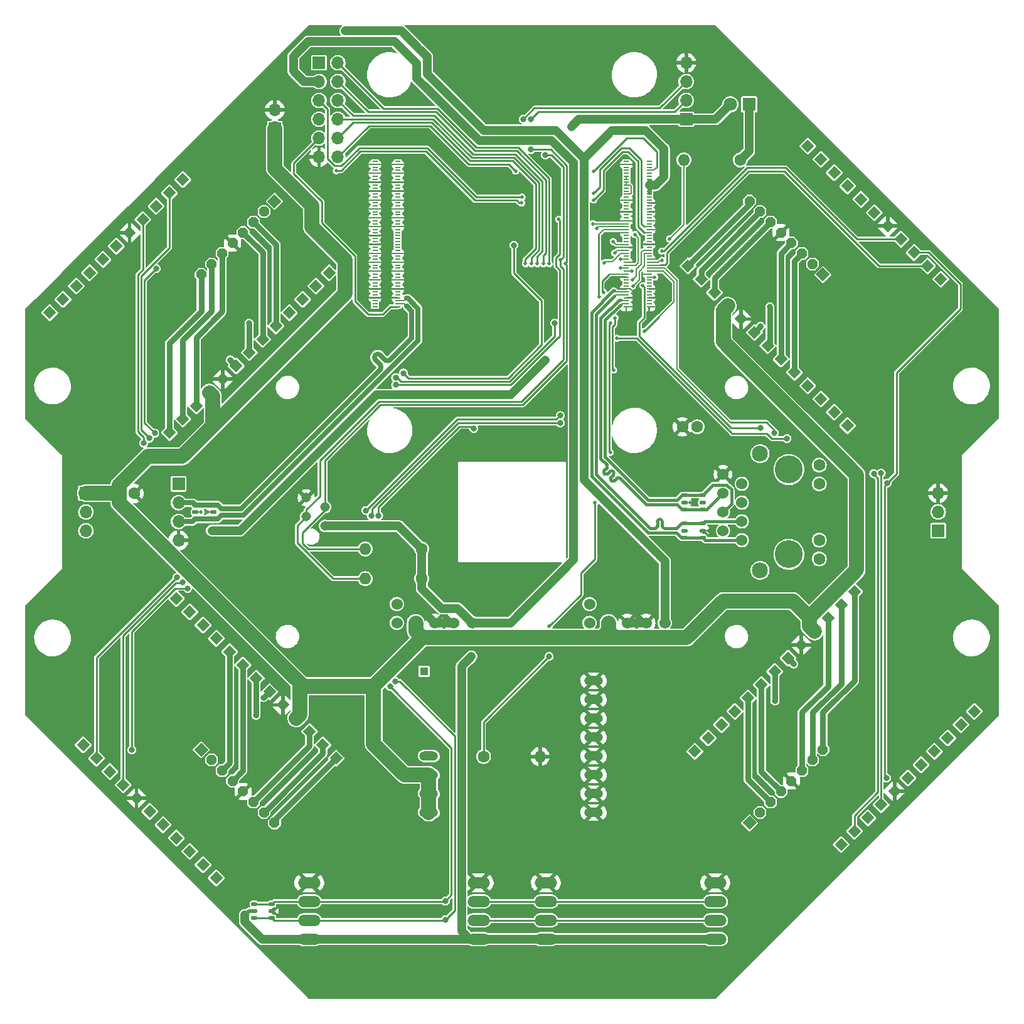
<source format=gtl>
%TF.GenerationSoftware,KiCad,Pcbnew,7.0.9*%
%TF.CreationDate,2023-12-29T03:00:08+01:00*%
%TF.ProjectId,bohlebots-rpi-cm4-carrier,626f686c-6562-46f7-9473-2d7270692d63,v01*%
%TF.SameCoordinates,Original*%
%TF.FileFunction,Copper,L1,Top*%
%TF.FilePolarity,Positive*%
%FSLAX46Y46*%
G04 Gerber Fmt 4.6, Leading zero omitted, Abs format (unit mm)*
G04 Created by KiCad (PCBNEW 7.0.9) date 2023-12-29 03:00:08*
%MOMM*%
%LPD*%
G01*
G04 APERTURE LIST*
G04 Aperture macros list*
%AMRoundRect*
0 Rectangle with rounded corners*
0 $1 Rounding radius*
0 $2 $3 $4 $5 $6 $7 $8 $9 X,Y pos of 4 corners*
0 Add a 4 corners polygon primitive as box body*
4,1,4,$2,$3,$4,$5,$6,$7,$8,$9,$2,$3,0*
0 Add four circle primitives for the rounded corners*
1,1,$1+$1,$2,$3*
1,1,$1+$1,$4,$5*
1,1,$1+$1,$6,$7*
1,1,$1+$1,$8,$9*
0 Add four rect primitives between the rounded corners*
20,1,$1+$1,$2,$3,$4,$5,0*
20,1,$1+$1,$4,$5,$6,$7,0*
20,1,$1+$1,$6,$7,$8,$9,0*
20,1,$1+$1,$8,$9,$2,$3,0*%
%AMRotRect*
0 Rectangle, with rotation*
0 The origin of the aperture is its center*
0 $1 length*
0 $2 width*
0 $3 Rotation angle, in degrees counterclockwise*
0 Add horizontal line*
21,1,$1,$2,0,0,$3*%
%AMOutline5P*
0 Free polygon, 5 corners , with rotation*
0 The origin of the aperture is its center*
0 number of corners: always 5*
0 $1 to $10 corner X, Y*
0 $11 Rotation angle, in degrees counterclockwise*
0 create outline with 5 corners*
4,1,5,$1,$2,$3,$4,$5,$6,$7,$8,$9,$10,$1,$2,$11*%
%AMOutline6P*
0 Free polygon, 6 corners , with rotation*
0 The origin of the aperture is its center*
0 number of corners: always 6*
0 $1 to $12 corner X, Y*
0 $13 Rotation angle, in degrees counterclockwise*
0 create outline with 6 corners*
4,1,6,$1,$2,$3,$4,$5,$6,$7,$8,$9,$10,$11,$12,$1,$2,$13*%
%AMOutline7P*
0 Free polygon, 7 corners , with rotation*
0 The origin of the aperture is its center*
0 number of corners: always 7*
0 $1 to $14 corner X, Y*
0 $15 Rotation angle, in degrees counterclockwise*
0 create outline with 7 corners*
4,1,7,$1,$2,$3,$4,$5,$6,$7,$8,$9,$10,$11,$12,$13,$14,$1,$2,$15*%
%AMOutline8P*
0 Free polygon, 8 corners , with rotation*
0 The origin of the aperture is its center*
0 number of corners: always 8*
0 $1 to $16 corner X, Y*
0 $17 Rotation angle, in degrees counterclockwise*
0 create outline with 8 corners*
4,1,8,$1,$2,$3,$4,$5,$6,$7,$8,$9,$10,$11,$12,$13,$14,$15,$16,$1,$2,$17*%
G04 Aperture macros list end*
%TA.AperFunction,ComponentPad*%
%ADD10C,1.530000*%
%TD*%
%TA.AperFunction,ComponentPad*%
%ADD11RotRect,1.320800X1.320800X225.000000*%
%TD*%
%TA.AperFunction,ComponentPad*%
%ADD12Outline8P,-0.660400X0.273547X-0.273547X0.660400X0.273547X0.660400X0.660400X0.273547X0.660400X-0.273547X0.273547X-0.660400X-0.273547X-0.660400X-0.660400X-0.273547X225.000000*%
%TD*%
%TA.AperFunction,ComponentPad*%
%ADD13R,1.700000X1.700000*%
%TD*%
%TA.AperFunction,ComponentPad*%
%ADD14O,1.700000X1.700000*%
%TD*%
%TA.AperFunction,SMDPad,CuDef*%
%ADD15RoundRect,0.137500X-0.262500X0.137500X-0.262500X-0.137500X0.262500X-0.137500X0.262500X0.137500X0*%
%TD*%
%TA.AperFunction,ComponentPad*%
%ADD16RotRect,1.320800X1.320800X315.000000*%
%TD*%
%TA.AperFunction,ComponentPad*%
%ADD17Outline8P,-0.660400X0.273547X-0.273547X0.660400X0.273547X0.660400X0.660400X0.273547X0.660400X-0.273547X0.273547X-0.660400X-0.273547X-0.660400X-0.660400X-0.273547X315.000000*%
%TD*%
%TA.AperFunction,ComponentPad*%
%ADD18RotRect,1.308000X1.308000X315.000000*%
%TD*%
%TA.AperFunction,SMDPad,CuDef*%
%ADD19R,0.700000X0.200000*%
%TD*%
%TA.AperFunction,ComponentPad*%
%ADD20C,1.600000*%
%TD*%
%TA.AperFunction,ComponentPad*%
%ADD21O,1.600000X1.600000*%
%TD*%
%TA.AperFunction,ComponentPad*%
%ADD22RotRect,1.320800X1.320800X45.000000*%
%TD*%
%TA.AperFunction,ComponentPad*%
%ADD23Outline8P,-0.660400X0.273547X-0.273547X0.660400X0.273547X0.660400X0.660400X0.273547X0.660400X-0.273547X0.273547X-0.660400X-0.273547X-0.660400X-0.660400X-0.273547X45.000000*%
%TD*%
%TA.AperFunction,ComponentPad*%
%ADD24RotRect,1.308000X1.308000X45.000000*%
%TD*%
%TA.AperFunction,ComponentPad*%
%ADD25O,2.540000X1.270000*%
%TD*%
%TA.AperFunction,ComponentPad*%
%ADD26R,1.108000X1.108000*%
%TD*%
%TA.AperFunction,ComponentPad*%
%ADD27RotRect,1.308000X1.308000X225.000000*%
%TD*%
%TA.AperFunction,ComponentPad*%
%ADD28RotRect,1.308000X1.308000X135.000000*%
%TD*%
%TA.AperFunction,ComponentPad*%
%ADD29O,3.016000X1.508000*%
%TD*%
%TA.AperFunction,ComponentPad*%
%ADD30C,1.308000*%
%TD*%
%TA.AperFunction,ComponentPad*%
%ADD31C,1.524000*%
%TD*%
%TA.AperFunction,ComponentPad*%
%ADD32C,1.600200*%
%TD*%
%TA.AperFunction,ComponentPad*%
%ADD33C,2.159000*%
%TD*%
%TA.AperFunction,ComponentPad*%
%ADD34C,3.759200*%
%TD*%
%TA.AperFunction,SMDPad,CuDef*%
%ADD35RoundRect,0.137500X0.262500X-0.137500X0.262500X0.137500X-0.262500X0.137500X-0.262500X-0.137500X0*%
%TD*%
%TA.AperFunction,ComponentPad*%
%ADD36RotRect,1.320800X1.320800X135.000000*%
%TD*%
%TA.AperFunction,ComponentPad*%
%ADD37Outline8P,-0.660400X0.273547X-0.273547X0.660400X0.273547X0.660400X0.660400X0.273547X0.660400X-0.273547X0.273547X-0.660400X-0.273547X-0.660400X-0.660400X-0.273547X135.000000*%
%TD*%
%TA.AperFunction,ComponentPad*%
%ADD38R,1.800000X1.800000*%
%TD*%
%TA.AperFunction,ComponentPad*%
%ADD39C,1.800000*%
%TD*%
%TA.AperFunction,ViaPad*%
%ADD40C,0.800000*%
%TD*%
%TA.AperFunction,ViaPad*%
%ADD41C,0.500000*%
%TD*%
%TA.AperFunction,Conductor*%
%ADD42C,0.250000*%
%TD*%
%TA.AperFunction,Conductor*%
%ADD43C,0.550000*%
%TD*%
%TA.AperFunction,Conductor*%
%ADD44C,1.200000*%
%TD*%
%TA.AperFunction,Conductor*%
%ADD45C,0.200000*%
%TD*%
%TA.AperFunction,Conductor*%
%ADD46C,0.150000*%
%TD*%
%TA.AperFunction,Conductor*%
%ADD47C,2.000000*%
%TD*%
%TA.AperFunction,Conductor*%
%ADD48C,0.600000*%
%TD*%
%TA.AperFunction,Conductor*%
%ADD49C,0.800000*%
%TD*%
%TA.AperFunction,Conductor*%
%ADD50C,0.447700*%
%TD*%
%TA.AperFunction,Conductor*%
%ADD51C,0.500000*%
%TD*%
%TA.AperFunction,Conductor*%
%ADD52C,0.661000*%
%TD*%
%TA.AperFunction,Conductor*%
%ADD53C,0.714000*%
%TD*%
G04 APERTURE END LIST*
D10*
%TO.P,D36V28FX2,1,PG*%
%TO.N,unconnected-(D36V28FX2-PG-Pad1)*%
X89970000Y-117930000D03*
%TO.P,D36V28FX2,2,EN*%
%TO.N,unconnected-(D36V28FX2-EN-Pad2)*%
X89970000Y-120470000D03*
%TO.P,D36V28FX2,3,IN*%
%TO.N,16V*%
X92510000Y-120470000D03*
%TO.P,D36V28FX2,4,GND_1*%
%TO.N,GND*%
X95050000Y-120470000D03*
%TO.P,D36V28FX2,5,GND_2*%
X97590000Y-120470000D03*
%TO.P,D36V28FX2,6,OUT*%
%TO.N,3.3V*%
X100130000Y-120470000D03*
%TD*%
D11*
%TO.P,JP3,1,1*%
%TO.N,Net-(ESCON3-+5V)*%
X147449747Y-73449747D03*
D12*
%TO.P,JP3,2,2*%
%TO.N,Net-(ESCON3-H1)*%
X146035534Y-72035534D03*
%TO.P,JP3,3,3*%
%TO.N,Net-(ESCON3-H3)*%
X144621320Y-70621320D03*
%TO.P,JP3,4,4*%
%TO.N,Net-(ESCON3-H2)*%
X143207107Y-69207107D03*
%TO.P,JP3,5,5*%
%TO.N,GND*%
X141792893Y-67792893D03*
%TO.P,JP3,6,6*%
%TO.N,Net-(ESCON3-M3)*%
X140378680Y-66378680D03*
%TO.P,JP3,7,7*%
%TO.N,Net-(ESCON3-M2)*%
X138964466Y-64964466D03*
%TO.P,JP3,8,8*%
%TO.N,Net-(ESCON3-M1)*%
X137550253Y-63550253D03*
%TD*%
D13*
%TO.P,J4,1,3.3V*%
%TO.N,3.3V*%
X129000000Y-52500000D03*
D14*
%TO.P,J4,2,SDA*%
%TO.N,/SDA*%
X129000000Y-49960000D03*
%TO.P,J4,3,SCL*%
%TO.N,/SCL*%
X129000000Y-47420000D03*
%TO.P,J4,4,GND*%
%TO.N,GND*%
X129000000Y-44880000D03*
%TD*%
D15*
%TO.P,U6,6,D1+*%
%TO.N,/SDA*%
X70700000Y-160300000D03*
%TO.P,U6,5,VCC*%
%TO.N,3.3V*%
X70700000Y-159350000D03*
%TO.P,U6,4,D2+*%
%TO.N,/SCL*%
X70700000Y-158400000D03*
%TO.P,U6,3,D2-*%
X73100000Y-158400000D03*
%TO.P,U6,2,GND*%
%TO.N,GND*%
X73100000Y-159350000D03*
%TO.P,U6,1,D1-*%
%TO.N,/SDA*%
X73100000Y-160300000D03*
%TD*%
D16*
%TO.P,JP4,1,1*%
%TO.N,Net-(ESCON4-+5V)*%
X73449747Y-63550253D03*
D17*
%TO.P,JP4,2,2*%
%TO.N,Net-(ESCON4-H1)*%
X72035534Y-64964466D03*
%TO.P,JP4,3,3*%
%TO.N,Net-(ESCON4-H3)*%
X70621320Y-66378680D03*
%TO.P,JP4,4,4*%
%TO.N,Net-(ESCON4-H2)*%
X69207107Y-67792893D03*
%TO.P,JP4,5,5*%
%TO.N,GND*%
X67792893Y-69207107D03*
%TO.P,JP4,6,6*%
%TO.N,Net-(ESCON4-M3)*%
X66378680Y-70621320D03*
%TO.P,JP4,7,7*%
%TO.N,Net-(ESCON4-M2)*%
X64964466Y-72035534D03*
%TO.P,JP4,8,8*%
%TO.N,Net-(ESCON4-M1)*%
X63550253Y-73449747D03*
%TD*%
D18*
%TO.P,ESCON1,P1,M1*%
%TO.N,Net-(ESCON1-M1)*%
X81765680Y-138720315D03*
%TO.P,ESCON1,P2,M2*%
%TO.N,Net-(ESCON1-M2)*%
X79969629Y-136924264D03*
%TO.P,ESCON1,P3,M3*%
%TO.N,Net-(ESCON1-M3)*%
X78173578Y-135128213D03*
%TO.P,ESCON1,P4,VCC*%
%TO.N,16V*%
X76377527Y-133332162D03*
%TO.P,ESCON1,P5,GND*%
%TO.N,GND*%
X74581475Y-131536110D03*
%TO.P,ESCON1,P6,+5V*%
%TO.N,Net-(ESCON1-+5V)*%
X72785424Y-129740059D03*
%TO.P,ESCON1,P7,H1*%
%TO.N,Net-(ESCON1-H1)*%
X70989373Y-127944008D03*
%TO.P,ESCON1,P8,H2*%
%TO.N,Net-(ESCON1-H2)*%
X69193322Y-126147957D03*
%TO.P,ESCON1,P9,H3*%
%TO.N,Net-(ESCON1-H3)*%
X67397271Y-124351905D03*
%TO.P,ESCON1,P10*%
%TO.N,N/C*%
X65601219Y-122555854D03*
%TO.P,ESCON1,P11*%
X63805168Y-120759803D03*
%TO.P,ESCON1,P12*%
X62009117Y-118963752D03*
%TO.P,ESCON1,P13*%
X60213066Y-117167701D03*
%TO.P,ESCON1,P14,D4*%
%TO.N,unconnected-(ESCON1-D4-PadP14)*%
X47640707Y-136924264D03*
%TO.P,ESCON1,P15,D3*%
%TO.N,/DIR1*%
X49436758Y-138720315D03*
%TO.P,ESCON1,P16,D2*%
%TO.N,/ENA*%
X51232810Y-140516367D03*
%TO.P,ESCON1,P17,D1*%
%TO.N,/PWM1*%
X53028861Y-142312418D03*
%TO.P,ESCON1,P18,GND*%
%TO.N,GND*%
X54824912Y-144108469D03*
%TO.P,ESCON1,P19*%
%TO.N,N/C*%
X56620963Y-145904520D03*
%TO.P,ESCON1,P20*%
X58417014Y-147700571D03*
%TO.P,ESCON1,P21*%
X60213066Y-149496623D03*
%TO.P,ESCON1,P22*%
X62009117Y-151292674D03*
%TO.P,ESCON1,P23*%
X63805168Y-153088725D03*
%TO.P,ESCON1,P24*%
X65601219Y-154884776D03*
%TD*%
D19*
%TO.P,U1,1,GND*%
%TO.N,GND*%
X124000000Y-77800000D03*
%TO.P,U1,2,GND*%
X120920000Y-77800000D03*
%TO.P,U1,3,Ethernet_Pair3_P*%
%TO.N,unconnected-(U1A-Ethernet_Pair3_P-Pad3)*%
X124000000Y-77400000D03*
%TO.P,U1,4,Ethernet_Pair1_P*%
%TO.N,/RD_P*%
X120920000Y-77400000D03*
%TO.P,U1,5,Ethernet_Pair3_N*%
%TO.N,unconnected-(U1A-Ethernet_Pair3_N-Pad5)*%
X124000000Y-77000000D03*
%TO.P,U1,6,Ethernet_Pair1_N*%
%TO.N,/RD_N*%
X120920000Y-77000000D03*
%TO.P,U1,7,GND*%
%TO.N,GND*%
X124000000Y-76600000D03*
%TO.P,U1,8,GND*%
X120920000Y-76600000D03*
%TO.P,U1,9,Ethernet_Pair2_N*%
%TO.N,unconnected-(U1A-Ethernet_Pair2_N-Pad9)*%
X124000000Y-76200000D03*
%TO.P,U1,10,Ethernet_Pair0_N*%
%TO.N,/TD_N*%
X120920000Y-76200000D03*
%TO.P,U1,11,Ethernet_Pair2_P*%
%TO.N,unconnected-(U1A-Ethernet_Pair2_P-Pad11)*%
X124000000Y-75800000D03*
%TO.P,U1,12,Ethernet_Pair0_P*%
%TO.N,/TD_P*%
X120920000Y-75800000D03*
%TO.P,U1,13,GND*%
%TO.N,GND*%
X124000000Y-75400000D03*
%TO.P,U1,14,GND*%
X120920000Y-75400000D03*
%TO.P,U1,15,~{Ethernet_nLED3}*%
%TO.N,unconnected-(U1A-~{Ethernet_nLED3}-Pad15)*%
X124000000Y-75000000D03*
%TO.P,U1,16,Ethernet_SYNC_IN*%
%TO.N,unconnected-(U1A-Ethernet_SYNC_IN-Pad16)*%
X120920000Y-75000000D03*
%TO.P,U1,17,~{Ethernet_nLED2}*%
%TO.N,unconnected-(U1A-~{Ethernet_nLED2}-Pad17)*%
X124000000Y-74600000D03*
%TO.P,U1,18,Ethernet_SYNC_OUT*%
%TO.N,unconnected-(U1A-Ethernet_SYNC_OUT-Pad18)*%
X120920000Y-74600000D03*
%TO.P,U1,19,~{Ethernet_nLED1}*%
%TO.N,unconnected-(U1A-~{Ethernet_nLED1}-Pad19)*%
X124000000Y-74200000D03*
%TO.P,U1,20,EEPROM_nWP*%
%TO.N,unconnected-(U1A-EEPROM_nWP-Pad20)*%
X120920000Y-74200000D03*
%TO.P,U1,21,~{Pi_nLED_Activity}*%
%TO.N,/LED_nACT*%
X124000000Y-73800000D03*
%TO.P,U1,22,GND*%
%TO.N,GND*%
X120920000Y-73800000D03*
%TO.P,U1,23,GND*%
X124000000Y-73400000D03*
%TO.P,U1,24,GPIO26*%
%TO.N,/PWM1*%
X120920000Y-73400000D03*
%TO.P,U1,25,GPIO21*%
%TO.N,/DIR1*%
X124000000Y-73000000D03*
%TO.P,U1,26,GPIO19*%
%TO.N,/PWM2*%
X120920000Y-73000000D03*
%TO.P,U1,27,GPIO20*%
%TO.N,/DIR2*%
X124000000Y-72600000D03*
%TO.P,U1,28,GPIO13*%
%TO.N,/PWM3*%
X120920000Y-72600000D03*
%TO.P,U1,29,GPIO16*%
%TO.N,/DIR3*%
X124000000Y-72200000D03*
%TO.P,U1,30,GPIO6*%
%TO.N,/PWM4*%
X120920000Y-72200000D03*
%TO.P,U1,31,GPIO12*%
%TO.N,/DIR4*%
X124000000Y-71800000D03*
%TO.P,U1,32,GND*%
%TO.N,GND*%
X120920000Y-71800000D03*
%TO.P,U1,33,GND*%
X124000000Y-71400000D03*
%TO.P,U1,34,GPIO5*%
%TO.N,/ENA*%
X120920000Y-71400000D03*
%TO.P,U1,35,ID_SC*%
%TO.N,unconnected-(U1A-ID_SC-Pad35)*%
X124000000Y-71000000D03*
%TO.P,U1,36,ID_SD*%
%TO.N,unconnected-(U1A-ID_SD-Pad36)*%
X120920000Y-71000000D03*
%TO.P,U1,37,GPIO7*%
%TO.N,/SPI0_CE1*%
X124000000Y-70600000D03*
%TO.P,U1,38,GPIO11*%
%TO.N,/SPI0_SCLK*%
X120920000Y-70600000D03*
%TO.P,U1,39,GPIO8*%
%TO.N,/SPI0_CE0*%
X124000000Y-70200000D03*
%TO.P,U1,40,GPIO9*%
%TO.N,/SPI0_MISO*%
X120920000Y-70200000D03*
%TO.P,U1,41,GPIO25*%
%TO.N,unconnected-(U1A-GPIO25-Pad41)*%
X124000000Y-69800000D03*
%TO.P,U1,42,GND*%
%TO.N,GND*%
X120920000Y-69800000D03*
%TO.P,U1,43,GND*%
X124000000Y-69400000D03*
%TO.P,U1,44,GPIO10*%
%TO.N,/SPI0_MOSI*%
X120920000Y-69400000D03*
%TO.P,U1,45,GPIO24*%
%TO.N,unconnected-(U1A-GPIO24-Pad45)*%
X124000000Y-69000000D03*
%TO.P,U1,46,GPIO22*%
%TO.N,unconnected-(U1A-GPIO22-Pad46)*%
X120920000Y-69000000D03*
%TO.P,U1,47,GPIO23*%
%TO.N,unconnected-(U1A-GPIO23-Pad47)*%
X124000000Y-68600000D03*
%TO.P,U1,48,GPIO27*%
%TO.N,unconnected-(U1A-GPIO27-Pad48)*%
X120920000Y-68600000D03*
%TO.P,U1,49,GPIO18*%
%TO.N,unconnected-(U1A-GPIO18-Pad49)*%
X124000000Y-68200000D03*
%TO.P,U1,50,GPIO17*%
%TO.N,unconnected-(U1A-GPIO17-Pad50)*%
X120920000Y-68200000D03*
%TO.P,U1,51,GPIO15*%
%TO.N,/UART0_RXD*%
X124000000Y-67800000D03*
%TO.P,U1,52,GND*%
%TO.N,GND*%
X120920000Y-67800000D03*
%TO.P,U1,53,GND*%
X124000000Y-67400000D03*
%TO.P,U1,54,GPIO4*%
%TO.N,/KICK*%
X120920000Y-67400000D03*
%TO.P,U1,55,GPIO14*%
%TO.N,/UART0_TXD*%
X124000000Y-67000000D03*
%TO.P,U1,56,GPIO3*%
%TO.N,/SCL*%
X120920000Y-67000000D03*
%TO.P,U1,57,SD_CLK*%
%TO.N,unconnected-(U1A-SD_CLK-Pad57)*%
X124000000Y-66600000D03*
%TO.P,U1,58,GPIO2*%
%TO.N,/SDA*%
X120920000Y-66600000D03*
%TO.P,U1,59,GND*%
%TO.N,GND*%
X124000000Y-66200000D03*
%TO.P,U1,60,GND*%
X120920000Y-66200000D03*
%TO.P,U1,61,SD_DAT3*%
%TO.N,unconnected-(U1A-SD_DAT3-Pad61)*%
X124000000Y-65800000D03*
%TO.P,U1,62,SD_CMD*%
%TO.N,unconnected-(U1A-SD_CMD-Pad62)*%
X120920000Y-65800000D03*
%TO.P,U1,63,SD_DAT0*%
%TO.N,unconnected-(U1A-SD_DAT0-Pad63)*%
X124000000Y-65400000D03*
%TO.P,U1,64,SD_DAT5*%
%TO.N,unconnected-(U1A-SD_DAT5-Pad64)*%
X120920000Y-65400000D03*
%TO.P,U1,65,GND*%
%TO.N,GND*%
X124000000Y-65000000D03*
%TO.P,U1,66,GND*%
X120920000Y-65000000D03*
%TO.P,U1,67,SD_DAT1*%
%TO.N,unconnected-(U1A-SD_DAT1-Pad67)*%
X124000000Y-64600000D03*
%TO.P,U1,68,SD_DAT4*%
%TO.N,unconnected-(U1A-SD_DAT4-Pad68)*%
X120920000Y-64600000D03*
%TO.P,U1,69,SD_DAT2*%
%TO.N,unconnected-(U1A-SD_DAT2-Pad69)*%
X124000000Y-64200000D03*
%TO.P,U1,70,SD_DAT7*%
%TO.N,unconnected-(U1A-SD_DAT7-Pad70)*%
X120920000Y-64200000D03*
%TO.P,U1,71,GND*%
%TO.N,GND*%
X124000000Y-63800000D03*
%TO.P,U1,72,SD_DAT6*%
%TO.N,unconnected-(U1A-SD_DAT6-Pad72)*%
X120920000Y-63800000D03*
%TO.P,U1,73,SD_VDD_Override*%
%TO.N,unconnected-(U1A-SD_VDD_Override-Pad73)*%
X124000000Y-63400000D03*
%TO.P,U1,74,GND*%
%TO.N,GND*%
X120920000Y-63400000D03*
%TO.P,U1,75,SD_PWR_ON*%
%TO.N,unconnected-(U1A-SD_PWR_ON-Pad75)*%
X124000000Y-63000000D03*
%TO.P,U1,76,Reserved*%
%TO.N,unconnected-(U1A-Reserved-Pad76)*%
X120920000Y-63000000D03*
%TO.P,U1,77,+5V*%
%TO.N,5V*%
X124000000Y-62600000D03*
%TO.P,U1,78,GPIO_VREF*%
%TO.N,Net-(U1A-GPIO_VREF)*%
X120920000Y-62600000D03*
%TO.P,U1,79,+5V*%
%TO.N,5V*%
X124000000Y-62200000D03*
%TO.P,U1,80,I2C_SCL0*%
%TO.N,unconnected-(U1A-I2C_SCL0-Pad80)*%
X120920000Y-62200000D03*
%TO.P,U1,81,+5V*%
%TO.N,5V*%
X124000000Y-61800000D03*
%TO.P,U1,82,I2C_SDA0*%
%TO.N,unconnected-(U1A-I2C_SDA0-Pad82)*%
X120920000Y-61800000D03*
%TO.P,U1,83,+5V*%
%TO.N,5V*%
X124000000Y-61400000D03*
%TO.P,U1,84,CM4_3.3V_Out*%
%TO.N,Net-(U1A-GPIO_VREF)*%
X120920000Y-61400000D03*
%TO.P,U1,85,+5V*%
%TO.N,5V*%
X124000000Y-61000000D03*
%TO.P,U1,86,CM4_3.3V_Out*%
%TO.N,Net-(U1A-GPIO_VREF)*%
X120920000Y-61000000D03*
%TO.P,U1,87,+5V*%
%TO.N,5V*%
X124000000Y-60600000D03*
%TO.P,U1,88,CM4_1.8V_Out*%
%TO.N,Net-(U1A-CM4_1.8V_Out-Pad88)*%
X120920000Y-60600000D03*
%TO.P,U1,89,~{WL_nDisable}*%
%TO.N,unconnected-(U1A-~{WL_nDisable}-Pad89)*%
X124000000Y-60200000D03*
%TO.P,U1,90,CM4_1.8V_Out*%
%TO.N,Net-(U1A-CM4_1.8V_Out-Pad88)*%
X120920000Y-60200000D03*
%TO.P,U1,91,~{BT_nDisable}*%
%TO.N,unconnected-(U1A-~{BT_nDisable}-Pad91)*%
X124000000Y-59800000D03*
%TO.P,U1,92,RUN_PG*%
%TO.N,unconnected-(U1A-RUN_PG-Pad92)*%
X120920000Y-59800000D03*
%TO.P,U1,93,~{nRPIBOOT}*%
%TO.N,/nRPIBOOT*%
X124000000Y-59400000D03*
%TO.P,U1,94,AnalogIP1*%
%TO.N,unconnected-(U1A-AnalogIP1-Pad94)*%
X120920000Y-59400000D03*
%TO.P,U1,95,~{PI_LED_nPWR}*%
%TO.N,unconnected-(U1A-~{PI_LED_nPWR}-Pad95)*%
X124000000Y-59000000D03*
%TO.P,U1,96,AnalogIP0*%
%TO.N,unconnected-(U1A-AnalogIP0-Pad96)*%
X120920000Y-59000000D03*
%TO.P,U1,97,Camera_GPIO*%
%TO.N,unconnected-(U1A-Camera_GPIO-Pad97)*%
X124000000Y-58600000D03*
%TO.P,U1,98,GND*%
%TO.N,GND*%
X120920000Y-58600000D03*
%TO.P,U1,99,GLOBAL_EN*%
%TO.N,unconnected-(U1A-GLOBAL_EN-Pad99)*%
X124000000Y-58200000D03*
%TO.P,U1,100,~{nEXTRST}*%
%TO.N,unconnected-(U1A-~{nEXTRST}-Pad100)*%
X120920000Y-58200000D03*
%TO.P,U1,101,USB_OTG_ID*%
%TO.N,/USB_OTG_ID*%
X90080000Y-77800000D03*
%TO.P,U1,102,~{PCIe_CLK_nREQ}*%
%TO.N,unconnected-(U1B-~{PCIe_CLK_nREQ}-Pad102)*%
X87000000Y-77800000D03*
%TO.P,U1,103,USB_N*%
%TO.N,/USB_N*%
X90080000Y-77400000D03*
%TO.P,U1,104,Reserved*%
%TO.N,unconnected-(U1B-Reserved-Pad104)*%
X87000000Y-77400000D03*
%TO.P,U1,105,USB_P*%
%TO.N,/USB_P*%
X90080000Y-77000000D03*
%TO.P,U1,106,Reserved*%
%TO.N,unconnected-(U1B-Reserved-Pad106)*%
X87000000Y-77000000D03*
%TO.P,U1,107,GND*%
%TO.N,GND*%
X90080000Y-76600000D03*
%TO.P,U1,108,GND*%
X87000000Y-76600000D03*
%TO.P,U1,109,~{PCIe_nRST}*%
%TO.N,unconnected-(U1B-~{PCIe_nRST}-Pad109)*%
X90080000Y-76200000D03*
%TO.P,U1,110,PCIe_CLK_P*%
%TO.N,unconnected-(U1B-PCIe_CLK_P-Pad110)*%
X87000000Y-76200000D03*
%TO.P,U1,111,VDAC_COMP*%
%TO.N,unconnected-(U1B-VDAC_COMP-Pad111)*%
X90080000Y-75800000D03*
%TO.P,U1,112,PCIe_CLK_N*%
%TO.N,unconnected-(U1B-PCIe_CLK_N-Pad112)*%
X87000000Y-75800000D03*
%TO.P,U1,113,GND*%
%TO.N,GND*%
X90080000Y-75400000D03*
%TO.P,U1,114,GND*%
X87000000Y-75400000D03*
%TO.P,U1,115,CAM1_D0_N*%
%TO.N,unconnected-(U1B-CAM1_D0_N-Pad115)*%
X90080000Y-75000000D03*
%TO.P,U1,116,PCIe_RX_P*%
%TO.N,unconnected-(U1B-PCIe_RX_P-Pad116)*%
X87000000Y-75000000D03*
%TO.P,U1,117,CAM1_D0_P*%
%TO.N,unconnected-(U1B-CAM1_D0_P-Pad117)*%
X90080000Y-74600000D03*
%TO.P,U1,118,PCIe_RX_N*%
%TO.N,unconnected-(U1B-PCIe_RX_N-Pad118)*%
X87000000Y-74600000D03*
%TO.P,U1,119,GND*%
%TO.N,GND*%
X90080000Y-74200000D03*
%TO.P,U1,120,GND*%
X87000000Y-74200000D03*
%TO.P,U1,121,CAM1_D1_N*%
%TO.N,unconnected-(U1B-CAM1_D1_N-Pad121)*%
X90080000Y-73800000D03*
%TO.P,U1,122,PCIe_TX_P*%
%TO.N,unconnected-(U1B-PCIe_TX_P-Pad122)*%
X87000000Y-73800000D03*
%TO.P,U1,123,CAM1_D1_P*%
%TO.N,unconnected-(U1B-CAM1_D1_P-Pad123)*%
X90080000Y-73400000D03*
%TO.P,U1,124,PCIe_TX_N*%
%TO.N,unconnected-(U1B-PCIe_TX_N-Pad124)*%
X87000000Y-73400000D03*
%TO.P,U1,125,GND*%
%TO.N,GND*%
X90080000Y-73000000D03*
%TO.P,U1,126,GND*%
X87000000Y-73000000D03*
%TO.P,U1,127,CAM1_C_N*%
%TO.N,unconnected-(U1B-CAM1_C_N-Pad127)*%
X90080000Y-72600000D03*
%TO.P,U1,128,CAM0_D0_N*%
%TO.N,unconnected-(U1B-CAM0_D0_N-Pad128)*%
X87000000Y-72600000D03*
%TO.P,U1,129,CAM1_C_P*%
%TO.N,unconnected-(U1B-CAM1_C_P-Pad129)*%
X90080000Y-72200000D03*
%TO.P,U1,130,CAM0_D0_P*%
%TO.N,unconnected-(U1B-CAM0_D0_P-Pad130)*%
X87000000Y-72200000D03*
%TO.P,U1,131,GND*%
%TO.N,GND*%
X90080000Y-71800000D03*
%TO.P,U1,132,GND*%
X87000000Y-71800000D03*
%TO.P,U1,133,CAM1_D2_N*%
%TO.N,unconnected-(U1B-CAM1_D2_N-Pad133)*%
X90080000Y-71400000D03*
%TO.P,U1,134,CAM0_D1_N*%
%TO.N,unconnected-(U1B-CAM0_D1_N-Pad134)*%
X87000000Y-71400000D03*
%TO.P,U1,135,CAM1_D2_P*%
%TO.N,unconnected-(U1B-CAM1_D2_P-Pad135)*%
X90080000Y-71000000D03*
%TO.P,U1,136,CAM0_D1_P*%
%TO.N,unconnected-(U1B-CAM0_D1_P-Pad136)*%
X87000000Y-71000000D03*
%TO.P,U1,137,GND*%
%TO.N,GND*%
X90080000Y-70600000D03*
%TO.P,U1,138,GND*%
X87000000Y-70600000D03*
%TO.P,U1,139,CAM1_D3_N*%
%TO.N,unconnected-(U1B-CAM1_D3_N-Pad139)*%
X90080000Y-70200000D03*
%TO.P,U1,140,CAM0_C_N*%
%TO.N,unconnected-(U1B-CAM0_C_N-Pad140)*%
X87000000Y-70200000D03*
%TO.P,U1,141,CAM1_D3_P*%
%TO.N,unconnected-(U1B-CAM1_D3_P-Pad141)*%
X90080000Y-69800000D03*
%TO.P,U1,142,CAM0_C_P*%
%TO.N,unconnected-(U1B-CAM0_C_P-Pad142)*%
X87000000Y-69800000D03*
%TO.P,U1,143,HDMI1_HOTPLUG*%
%TO.N,unconnected-(U1B-HDMI1_HOTPLUG-Pad143)*%
X90080000Y-69400000D03*
%TO.P,U1,144,GND*%
%TO.N,GND*%
X87000000Y-69400000D03*
%TO.P,U1,145,HDMI1_SDA*%
%TO.N,unconnected-(U1B-HDMI1_SDA-Pad145)*%
X90080000Y-69000000D03*
%TO.P,U1,146,HDMI1_TX2_P*%
%TO.N,unconnected-(U1B-HDMI1_TX2_P-Pad146)*%
X87000000Y-69000000D03*
%TO.P,U1,147,HDMI1_SCL*%
%TO.N,unconnected-(U1B-HDMI1_SCL-Pad147)*%
X90080000Y-68600000D03*
%TO.P,U1,148,HDMI1_TX2_N*%
%TO.N,unconnected-(U1B-HDMI1_TX2_N-Pad148)*%
X87000000Y-68600000D03*
%TO.P,U1,149,HDMI1_CEC*%
%TO.N,unconnected-(U1B-HDMI1_CEC-Pad149)*%
X90080000Y-68200000D03*
%TO.P,U1,150,GND*%
%TO.N,GND*%
X87000000Y-68200000D03*
%TO.P,U1,151,HDMI0_CEC*%
%TO.N,unconnected-(U1B-HDMI0_CEC-Pad151)*%
X90080000Y-67800000D03*
%TO.P,U1,152,HDMI1_TX1_P*%
%TO.N,unconnected-(U1B-HDMI1_TX1_P-Pad152)*%
X87000000Y-67800000D03*
%TO.P,U1,153,HDMI0_HOTPLUG*%
%TO.N,unconnected-(U1B-HDMI0_HOTPLUG-Pad153)*%
X90080000Y-67400000D03*
%TO.P,U1,154,HDMI1_TX1_N*%
%TO.N,unconnected-(U1B-HDMI1_TX1_N-Pad154)*%
X87000000Y-67400000D03*
%TO.P,U1,155,GND*%
%TO.N,GND*%
X90080000Y-67000000D03*
%TO.P,U1,156,GND*%
X87000000Y-67000000D03*
%TO.P,U1,157,DSI0_D0_N*%
%TO.N,unconnected-(U1B-DSI0_D0_N-Pad157)*%
X90080000Y-66600000D03*
%TO.P,U1,158,HDMI1_TX0_P*%
%TO.N,unconnected-(U1B-HDMI1_TX0_P-Pad158)*%
X87000000Y-66600000D03*
%TO.P,U1,159,DSI0_D0_P*%
%TO.N,unconnected-(U1B-DSI0_D0_P-Pad159)*%
X90080000Y-66200000D03*
%TO.P,U1,160,HDMI1_TX0_N*%
%TO.N,unconnected-(U1B-HDMI1_TX0_N-Pad160)*%
X87000000Y-66200000D03*
%TO.P,U1,161,GND*%
%TO.N,GND*%
X90080000Y-65800000D03*
%TO.P,U1,162,GND*%
X87000000Y-65800000D03*
%TO.P,U1,163,DSI0_D1_N*%
%TO.N,unconnected-(U1B-DSI0_D1_N-Pad163)*%
X90080000Y-65400000D03*
%TO.P,U1,164,HDMI1_CLK_P*%
%TO.N,unconnected-(U1B-HDMI1_CLK_P-Pad164)*%
X87000000Y-65400000D03*
%TO.P,U1,165,DSI0_D1_P*%
%TO.N,unconnected-(U1B-DSI0_D1_P-Pad165)*%
X90080000Y-65000000D03*
%TO.P,U1,166,HDMI1_CLK_N*%
%TO.N,unconnected-(U1B-HDMI1_CLK_N-Pad166)*%
X87000000Y-65000000D03*
%TO.P,U1,167,GND*%
%TO.N,GND*%
X90080000Y-64600000D03*
%TO.P,U1,168,GND*%
X87000000Y-64600000D03*
%TO.P,U1,169,DSI0_C_N*%
%TO.N,unconnected-(U1B-DSI0_C_N-Pad169)*%
X90080000Y-64200000D03*
%TO.P,U1,170,HDMI0_TX2_P*%
%TO.N,unconnected-(U1B-HDMI0_TX2_P-Pad170)*%
X87000000Y-64200000D03*
%TO.P,U1,171,DSI0_C_P*%
%TO.N,unconnected-(U1B-DSI0_C_P-Pad171)*%
X90080000Y-63800000D03*
%TO.P,U1,172,HDMI0_TX2_N*%
%TO.N,unconnected-(U1B-HDMI0_TX2_N-Pad172)*%
X87000000Y-63800000D03*
%TO.P,U1,173,GND*%
%TO.N,GND*%
X90080000Y-63400000D03*
%TO.P,U1,174,GND*%
X87000000Y-63400000D03*
%TO.P,U1,175,DSI1_D0_N*%
%TO.N,unconnected-(U1B-DSI1_D0_N-Pad175)*%
X90080000Y-63000000D03*
%TO.P,U1,176,HDMI0_TX1_P*%
%TO.N,unconnected-(U1B-HDMI0_TX1_P-Pad176)*%
X87000000Y-63000000D03*
%TO.P,U1,177,DSI1_D0_P*%
%TO.N,unconnected-(U1B-DSI1_D0_P-Pad177)*%
X90080000Y-62600000D03*
%TO.P,U1,178,HDMI0_TX1_N*%
%TO.N,unconnected-(U1B-HDMI0_TX1_N-Pad178)*%
X87000000Y-62600000D03*
%TO.P,U1,179,GND*%
%TO.N,GND*%
X90080000Y-62200000D03*
%TO.P,U1,180,GND*%
X87000000Y-62200000D03*
%TO.P,U1,181,DSI1_D1_N*%
%TO.N,unconnected-(U1B-DSI1_D1_N-Pad181)*%
X90080000Y-61800000D03*
%TO.P,U1,182,HDMI0_TX0_P*%
%TO.N,unconnected-(U1B-HDMI0_TX0_P-Pad182)*%
X87000000Y-61800000D03*
%TO.P,U1,183,DSI1_D1_P*%
%TO.N,unconnected-(U1B-DSI1_D1_P-Pad183)*%
X90080000Y-61400000D03*
%TO.P,U1,184,HDMI0_TX0_N*%
%TO.N,unconnected-(U1B-HDMI0_TX0_N-Pad184)*%
X87000000Y-61400000D03*
%TO.P,U1,185,GND*%
%TO.N,GND*%
X90080000Y-61000000D03*
%TO.P,U1,186,GND*%
X87000000Y-61000000D03*
%TO.P,U1,187,DSI1_C_N*%
%TO.N,unconnected-(U1B-DSI1_C_N-Pad187)*%
X90080000Y-60600000D03*
%TO.P,U1,188,HDMI0_CLK_P*%
%TO.N,unconnected-(U1B-HDMI0_CLK_P-Pad188)*%
X87000000Y-60600000D03*
%TO.P,U1,189,DSI1_C_P*%
%TO.N,unconnected-(U1B-DSI1_C_P-Pad189)*%
X90080000Y-60200000D03*
%TO.P,U1,190,HDMI0_CLK_N*%
%TO.N,unconnected-(U1B-HDMI0_CLK_N-Pad190)*%
X87000000Y-60200000D03*
%TO.P,U1,191,GND*%
%TO.N,GND*%
X90080000Y-59800000D03*
%TO.P,U1,192,GND*%
X87000000Y-59800000D03*
%TO.P,U1,193,DSI1_D2_N*%
%TO.N,unconnected-(U1B-DSI1_D2_N-Pad193)*%
X90080000Y-59400000D03*
%TO.P,U1,194,DSI1_D3_N*%
%TO.N,unconnected-(U1B-DSI1_D3_N-Pad194)*%
X87000000Y-59400000D03*
%TO.P,U1,195,DSI1_D2_P*%
%TO.N,unconnected-(U1B-DSI1_D2_P-Pad195)*%
X90080000Y-59000000D03*
%TO.P,U1,196,DSI1_D3_P*%
%TO.N,unconnected-(U1B-DSI1_D3_P-Pad196)*%
X87000000Y-59000000D03*
%TO.P,U1,197,GND*%
%TO.N,GND*%
X90080000Y-58600000D03*
%TO.P,U1,198,GND*%
X87000000Y-58600000D03*
%TO.P,U1,199,HDMI0_SDA*%
%TO.N,unconnected-(U1B-HDMI0_SDA-Pad199)*%
X90080000Y-58200000D03*
%TO.P,U1,200,HDMI0_SCL*%
%TO.N,unconnected-(U1B-HDMI0_SCL-Pad200)*%
X87000000Y-58200000D03*
%TD*%
D20*
%TO.P,R3,1*%
%TO.N,3.3V*%
X93310000Y-110500000D03*
D21*
%TO.P,R3,2*%
%TO.N,/SCL*%
X85690000Y-110500000D03*
%TD*%
D10*
%TO.P,D36V28FX1,1,PG*%
%TO.N,unconnected-(D36V28FX1-PG-Pad1)*%
X115970000Y-117930000D03*
%TO.P,D36V28FX1,2,EN*%
%TO.N,unconnected-(D36V28FX1-EN-Pad2)*%
X115970000Y-120470000D03*
%TO.P,D36V28FX1,3,IN*%
%TO.N,16V*%
X118510000Y-120470000D03*
%TO.P,D36V28FX1,4,GND_1*%
%TO.N,GND*%
X121050000Y-120470000D03*
%TO.P,D36V28FX1,5,GND_2*%
X123590000Y-120470000D03*
%TO.P,D36V28FX1,6,OUT*%
%TO.N,5V*%
X126130000Y-120470000D03*
%TD*%
D13*
%TO.P,J3,1,5V*%
%TO.N,5V*%
X79460000Y-44880000D03*
D14*
%TO.P,J3,2,SPI_CLK*%
%TO.N,/SPI0_SCLK*%
X82000000Y-44880000D03*
%TO.P,J3,3,3.3V*%
%TO.N,3.3V*%
X79460000Y-47420000D03*
%TO.P,J3,4,SPI_MOSI*%
%TO.N,/SPI0_MOSI*%
X82000000Y-47420000D03*
%TO.P,J3,5,UART_TXD*%
%TO.N,/UART0_TXD*%
X79460000Y-49960000D03*
%TO.P,J3,6,SPI_MISO*%
%TO.N,/SPI0_MISO*%
X82000000Y-49960000D03*
%TO.P,J3,7,UART_RXD*%
%TO.N,/UART0_RXD*%
X79460000Y-52500000D03*
%TO.P,J3,8,SPI_CE0*%
%TO.N,/SPI0_CE0*%
X82000000Y-52500000D03*
%TO.P,J3,9,USB_OTG_ID*%
%TO.N,/USB_OTG_ID*%
X79460000Y-55040000D03*
%TO.P,J3,10,SPI_CE1*%
%TO.N,/SPI0_CE1*%
X82000000Y-55040000D03*
%TO.P,J3,11,GND*%
%TO.N,GND*%
X79460000Y-57580000D03*
%TO.P,J3,12,nBoot*%
%TO.N,/nRPIBOOT*%
X82000000Y-57580000D03*
%TD*%
D15*
%TO.P,U3,1,D1-*%
%TO.N,/TD_P*%
X131200000Y-108950000D03*
%TO.P,U3,2,GND*%
%TO.N,GND*%
X131200000Y-108000000D03*
%TO.P,U3,3,D2-*%
%TO.N,/TD_N*%
X131200000Y-107050000D03*
%TO.P,U3,4,D2+*%
X128800000Y-107050000D03*
%TO.P,U3,5*%
%TO.N,N/C*%
X128800000Y-108000000D03*
%TO.P,U3,6,D1+*%
%TO.N,/TD_P*%
X128800000Y-108950000D03*
%TD*%
D22*
%TO.P,JP1,1,1*%
%TO.N,Net-(ESCON1-+5V)*%
X63550253Y-137550253D03*
D23*
%TO.P,JP1,2,2*%
%TO.N,Net-(ESCON1-H1)*%
X64964466Y-138964466D03*
%TO.P,JP1,3,3*%
%TO.N,Net-(ESCON1-H3)*%
X66378680Y-140378680D03*
%TO.P,JP1,4,4*%
%TO.N,Net-(ESCON1-H2)*%
X67792893Y-141792893D03*
%TO.P,JP1,5,5*%
%TO.N,GND*%
X69207107Y-143207107D03*
%TO.P,JP1,6,6*%
%TO.N,Net-(ESCON1-M3)*%
X70621320Y-144621320D03*
%TO.P,JP1,7,7*%
%TO.N,Net-(ESCON1-M2)*%
X72035534Y-146035534D03*
%TO.P,JP1,8,8*%
%TO.N,Net-(ESCON1-M1)*%
X73449747Y-147449747D03*
%TD*%
D24*
%TO.P,ESCON2,P1,M1*%
%TO.N,Net-(ESCON2-M1)*%
X151720315Y-116234320D03*
%TO.P,ESCON2,P2,M2*%
%TO.N,Net-(ESCON2-M2)*%
X149924264Y-118030371D03*
%TO.P,ESCON2,P3,M3*%
%TO.N,Net-(ESCON2-M3)*%
X148128213Y-119826422D03*
%TO.P,ESCON2,P4,VCC*%
%TO.N,16V*%
X146332162Y-121622473D03*
%TO.P,ESCON2,P5,GND*%
%TO.N,GND*%
X144536110Y-123418525D03*
%TO.P,ESCON2,P6,+5V*%
%TO.N,Net-(ESCON2-+5V)*%
X142740059Y-125214576D03*
%TO.P,ESCON2,P7,H1*%
%TO.N,Net-(ESCON2-H1)*%
X140944008Y-127010627D03*
%TO.P,ESCON2,P8,H2*%
%TO.N,Net-(ESCON2-H2)*%
X139147957Y-128806678D03*
%TO.P,ESCON2,P9,H3*%
%TO.N,Net-(ESCON2-H3)*%
X137351905Y-130602729D03*
%TO.P,ESCON2,P10*%
%TO.N,N/C*%
X135555854Y-132398781D03*
%TO.P,ESCON2,P11*%
X133759803Y-134194832D03*
%TO.P,ESCON2,P12*%
X131963752Y-135990883D03*
%TO.P,ESCON2,P13*%
X130167701Y-137786934D03*
%TO.P,ESCON2,P14,D4*%
%TO.N,unconnected-(ESCON2-D4-PadP14)*%
X149924264Y-150359293D03*
%TO.P,ESCON2,P15,D3*%
%TO.N,/DIR2*%
X151720315Y-148563242D03*
%TO.P,ESCON2,P16,D2*%
%TO.N,/ENA*%
X153516367Y-146767190D03*
%TO.P,ESCON2,P17,D1*%
%TO.N,/PWM2*%
X155312418Y-144971139D03*
%TO.P,ESCON2,P18,GND*%
%TO.N,GND*%
X157108469Y-143175088D03*
%TO.P,ESCON2,P19*%
%TO.N,N/C*%
X158904520Y-141379037D03*
%TO.P,ESCON2,P20*%
X160700571Y-139582986D03*
%TO.P,ESCON2,P21*%
X162496623Y-137786934D03*
%TO.P,ESCON2,P22*%
X164292674Y-135990883D03*
%TO.P,ESCON2,P23*%
X166088725Y-134194832D03*
%TO.P,ESCON2,P24*%
X167884776Y-132398781D03*
%TD*%
D20*
%TO.P,R1,1*%
%TO.N,/KICK*%
X101655000Y-138500000D03*
D21*
%TO.P,R1,2*%
%TO.N,GND*%
X109275000Y-138500000D03*
%TD*%
D25*
%TO.P,K1,GND1,GND*%
%TO.N,GND*%
X116500000Y-128270000D03*
%TO.P,K1,GND2,GND*%
X116500000Y-130810000D03*
%TO.P,K1,GND3,GND*%
X116500000Y-133350000D03*
%TO.P,K1,GND4,GND*%
X116500000Y-135890000D03*
%TO.P,K1,GND5,GND*%
X116500000Y-138430000D03*
%TO.P,K1,GND6,GND*%
X116500000Y-140970000D03*
%TO.P,K1,GND7,GND*%
X116500000Y-143510000D03*
%TO.P,K1,GND8,GND*%
X116500000Y-146050000D03*
D26*
%TO.P,K1,NC*%
%TO.N,N/C*%
X93640000Y-127000000D03*
D25*
%TO.P,K1,SIG,SIG*%
%TO.N,/KICK*%
X94275000Y-138430000D03*
%TO.P,K1,V+1,V+*%
%TO.N,16V*%
X94275000Y-140970000D03*
%TO.P,K1,V+2,V+*%
X94275000Y-143510000D03*
%TO.P,K1,V+3,V+*%
X94275000Y-146050000D03*
%TD*%
D20*
%TO.P,R4,1*%
%TO.N,Net-(D1-K)*%
X136310000Y-58000000D03*
D21*
%TO.P,R4,2*%
%TO.N,/LED_nACT*%
X128690000Y-58000000D03*
%TD*%
D13*
%TO.P,J5,1,VCC*%
%TO.N,16V*%
X48000000Y-102960000D03*
D14*
%TO.P,J5,2,NC*%
%TO.N,unconnected-(J5-NC-Pad2)*%
X48000000Y-105500000D03*
%TO.P,J5,3,GND*%
%TO.N,Net-(J5-GND)*%
X48000000Y-108040000D03*
%TD*%
D27*
%TO.P,ESCON4,P1,M1*%
%TO.N,Net-(ESCON4-M1)*%
X59279685Y-94765680D03*
%TO.P,ESCON4,P2,M2*%
%TO.N,Net-(ESCON4-M2)*%
X61075736Y-92969629D03*
%TO.P,ESCON4,P3,M3*%
%TO.N,Net-(ESCON4-M3)*%
X62871787Y-91173578D03*
%TO.P,ESCON4,P4,VCC*%
%TO.N,16V*%
X64667838Y-89377527D03*
%TO.P,ESCON4,P5,GND*%
%TO.N,GND*%
X66463890Y-87581475D03*
%TO.P,ESCON4,P6,+5V*%
%TO.N,Net-(ESCON4-+5V)*%
X68259941Y-85785424D03*
%TO.P,ESCON4,P7,H1*%
%TO.N,Net-(ESCON4-H1)*%
X70055992Y-83989373D03*
%TO.P,ESCON4,P8,H2*%
%TO.N,Net-(ESCON4-H2)*%
X71852043Y-82193322D03*
%TO.P,ESCON4,P9,H3*%
%TO.N,Net-(ESCON4-H3)*%
X73648095Y-80397271D03*
%TO.P,ESCON4,P10*%
%TO.N,N/C*%
X75444146Y-78601219D03*
%TO.P,ESCON4,P11*%
X77240197Y-76805168D03*
%TO.P,ESCON4,P12*%
X79036248Y-75009117D03*
%TO.P,ESCON4,P13*%
X80832299Y-73213066D03*
%TO.P,ESCON4,P14,D4*%
%TO.N,unconnected-(ESCON4-D4-PadP14)*%
X61075736Y-60640707D03*
%TO.P,ESCON4,P15,D3*%
%TO.N,/DIR4*%
X59279685Y-62436758D03*
%TO.P,ESCON4,P16,D2*%
%TO.N,/ENA*%
X57483633Y-64232810D03*
%TO.P,ESCON4,P17,D1*%
%TO.N,/PWM4*%
X55687582Y-66028861D03*
%TO.P,ESCON4,P18,GND*%
%TO.N,GND*%
X53891531Y-67824912D03*
%TO.P,ESCON4,P19*%
%TO.N,N/C*%
X52095480Y-69620963D03*
%TO.P,ESCON4,P20*%
X50299429Y-71417014D03*
%TO.P,ESCON4,P21*%
X48503377Y-73213066D03*
%TO.P,ESCON4,P22*%
X46707326Y-75009117D03*
%TO.P,ESCON4,P23*%
X44911275Y-76805168D03*
%TO.P,ESCON4,P24*%
X43115224Y-78601219D03*
%TD*%
D28*
%TO.P,ESCON3,P1,M1*%
%TO.N,Net-(ESCON3-M1)*%
X129234320Y-72279685D03*
%TO.P,ESCON3,P2,M2*%
%TO.N,Net-(ESCON3-M2)*%
X131030371Y-74075736D03*
%TO.P,ESCON3,P3,M3*%
%TO.N,Net-(ESCON3-M3)*%
X132826422Y-75871787D03*
%TO.P,ESCON3,P4,VCC*%
%TO.N,16V*%
X134622473Y-77667838D03*
%TO.P,ESCON3,P5,GND*%
%TO.N,GND*%
X136418525Y-79463890D03*
%TO.P,ESCON3,P6,+5V*%
%TO.N,Net-(ESCON3-+5V)*%
X138214576Y-81259941D03*
%TO.P,ESCON3,P7,H1*%
%TO.N,Net-(ESCON3-H1)*%
X140010627Y-83055992D03*
%TO.P,ESCON3,P8,H2*%
%TO.N,Net-(ESCON3-H2)*%
X141806678Y-84852043D03*
%TO.P,ESCON3,P9,H3*%
%TO.N,Net-(ESCON3-H3)*%
X143602729Y-86648095D03*
%TO.P,ESCON3,P10*%
%TO.N,N/C*%
X145398781Y-88444146D03*
%TO.P,ESCON3,P11*%
X147194832Y-90240197D03*
%TO.P,ESCON3,P12*%
X148990883Y-92036248D03*
%TO.P,ESCON3,P13*%
X150786934Y-93832299D03*
%TO.P,ESCON3,P14,D4*%
%TO.N,unconnected-(ESCON3-D4-PadP14)*%
X163359293Y-74075736D03*
%TO.P,ESCON3,P15,D3*%
%TO.N,/DIR3*%
X161563242Y-72279685D03*
%TO.P,ESCON3,P16,D2*%
%TO.N,/ENA*%
X159767190Y-70483633D03*
%TO.P,ESCON3,P17,D1*%
%TO.N,/PWM3*%
X157971139Y-68687582D03*
%TO.P,ESCON3,P18,GND*%
%TO.N,GND*%
X156175088Y-66891531D03*
%TO.P,ESCON3,P19*%
%TO.N,N/C*%
X154379037Y-65095480D03*
%TO.P,ESCON3,P20*%
X152582986Y-63299429D03*
%TO.P,ESCON3,P21*%
X150786934Y-61503377D03*
%TO.P,ESCON3,P22*%
X148990883Y-59707326D03*
%TO.P,ESCON3,P23*%
X147194832Y-57911275D03*
%TO.P,ESCON3,P24*%
X145398781Y-56115224D03*
%TD*%
D20*
%TO.P,R2,1*%
%TO.N,3.3V*%
X93310000Y-114500000D03*
D21*
%TO.P,R2,2*%
%TO.N,/SDA*%
X85690000Y-114500000D03*
%TD*%
D20*
%TO.P,C1,1*%
%TO.N,Net-(J1-RCT)*%
X130500000Y-94000000D03*
%TO.P,C1,2*%
%TO.N,GND*%
X128500000Y-94000000D03*
%TD*%
D13*
%TO.P,U2,1,V+*%
%TO.N,5V*%
X60500000Y-101700000D03*
D14*
%TO.P,U2,2,D-*%
%TO.N,/USB_N*%
X60500000Y-104240000D03*
%TO.P,U2,3,D+*%
%TO.N,/USB_P*%
X60500000Y-106780000D03*
%TO.P,U2,4,GND*%
%TO.N,GND*%
X60500000Y-109320000D03*
%TD*%
D29*
%TO.P,T1,1,V+*%
%TO.N,3.3V*%
X101000000Y-163135000D03*
%TO.P,T1,2,Data*%
%TO.N,/SDA*%
X101000000Y-160595000D03*
%TO.P,T1,3,Clock*%
%TO.N,/SCL*%
X101000000Y-158055000D03*
%TO.P,T1,4,GND*%
%TO.N,GND*%
X101000000Y-155515000D03*
%TO.P,T1,5*%
X78140000Y-155515000D03*
%TO.P,T1,6*%
%TO.N,/SCL*%
X78140000Y-158055000D03*
%TO.P,T1,7*%
%TO.N,/SDA*%
X78140000Y-160595000D03*
%TO.P,T1,8*%
%TO.N,3.3V*%
X78140000Y-163135000D03*
%TD*%
D30*
%TO.P,X1,1,V+*%
%TO.N,3.3V*%
X80265000Y-107390800D03*
%TO.P,X1,2,SDA*%
%TO.N,/SDA*%
X77725000Y-106120800D03*
%TO.P,X1,3,SCL*%
%TO.N,/SCL*%
X80265000Y-104850800D03*
%TO.P,X1,4,GND*%
%TO.N,GND*%
X77725000Y-103580800D03*
%TD*%
D13*
%TO.P,J2,1,VCC*%
%TO.N,16V*%
X73500000Y-53775000D03*
D14*
%TO.P,J2,2,GND*%
%TO.N,GND*%
X73500000Y-51235000D03*
%TD*%
D31*
%TO.P,J1,1,TD+*%
%TO.N,/TD_P*%
X136506000Y-109310000D03*
%TO.P,J1,2,TCT*%
%TO.N,Net-(J1-RCT)*%
X133966000Y-108040000D03*
%TO.P,J1,3,TD-*%
%TO.N,/TD_N*%
X136506000Y-106770000D03*
%TO.P,J1,4,RD+*%
%TO.N,/RD_P*%
X133966000Y-105500000D03*
%TO.P,J1,5,RCT*%
%TO.N,Net-(J1-RCT)*%
X136506000Y-104230000D03*
%TO.P,J1,6,RD-*%
%TO.N,/RD_N*%
X133966000Y-102960000D03*
%TO.P,J1,7,NC*%
%TO.N,unconnected-(J1-NC-Pad7)*%
X136506000Y-101690000D03*
%TO.P,J1,8,CHASSIS_GND*%
%TO.N,GND*%
X133966000Y-100420000D03*
D32*
%TO.P,J1,9*%
%TO.N,N/C*%
X146965974Y-99175000D03*
%TO.P,J1,10*%
X146965974Y-101715000D03*
%TO.P,J1,11*%
X146965974Y-109285000D03*
%TO.P,J1,12*%
X146965974Y-111825000D03*
D33*
%TO.P,J1,13*%
X138966000Y-113374999D03*
%TO.P,J1,14*%
X138966000Y-97625001D03*
D34*
%TO.P,J1,15*%
X142856000Y-111215000D03*
%TO.P,J1,16*%
X142856000Y-99785000D03*
%TD*%
D15*
%TO.P,U5,1,D1-*%
%TO.N,/USB_P*%
X65170000Y-106450000D03*
%TO.P,U5,2,GND*%
%TO.N,GND*%
X65170000Y-105500000D03*
%TO.P,U5,3,D2-*%
%TO.N,/USB_N*%
X65170000Y-104550000D03*
%TO.P,U5,4,D2+*%
X62770000Y-104550000D03*
%TO.P,U5,5,VCC*%
%TO.N,5V*%
X62770000Y-105500000D03*
%TO.P,U5,6,D1+*%
%TO.N,/USB_P*%
X62770000Y-106450000D03*
%TD*%
D35*
%TO.P,U4,1,D1-*%
%TO.N,/RD_P*%
X128800000Y-103250000D03*
%TO.P,U4,2,GND*%
%TO.N,GND*%
X128800000Y-104200000D03*
%TO.P,U4,3,D2-*%
%TO.N,/RD_N*%
X128800000Y-105150000D03*
%TO.P,U4,4,D2+*%
X131200000Y-105150000D03*
%TO.P,U4,5*%
%TO.N,N/C*%
X131200000Y-104200000D03*
%TO.P,U4,6,D1+*%
%TO.N,/RD_P*%
X131200000Y-103250000D03*
%TD*%
D36*
%TO.P,JP2,1,1*%
%TO.N,Net-(ESCON2-+5V)*%
X137550253Y-147449747D03*
D37*
%TO.P,JP2,2,2*%
%TO.N,Net-(ESCON2-H1)*%
X138964466Y-146035534D03*
%TO.P,JP2,3,3*%
%TO.N,Net-(ESCON2-H3)*%
X140378680Y-144621320D03*
%TO.P,JP2,4,4*%
%TO.N,Net-(ESCON2-H2)*%
X141792893Y-143207107D03*
%TO.P,JP2,5,5*%
%TO.N,GND*%
X143207107Y-141792893D03*
%TO.P,JP2,6,6*%
%TO.N,Net-(ESCON2-M3)*%
X144621320Y-140378680D03*
%TO.P,JP2,7,7*%
%TO.N,Net-(ESCON2-M2)*%
X146035534Y-138964466D03*
%TO.P,JP2,8,8*%
%TO.N,Net-(ESCON2-M1)*%
X147449747Y-137550253D03*
%TD*%
D13*
%TO.P,J6,1,VCC*%
%TO.N,Net-(J5-GND)*%
X163000000Y-108025000D03*
D14*
%TO.P,J6,2,NC*%
%TO.N,unconnected-(J6-NC-Pad2)*%
X163000000Y-105485000D03*
%TO.P,J6,3,GND*%
%TO.N,GND*%
X163000000Y-102945000D03*
%TD*%
D29*
%TO.P,T2,1,V+*%
%TO.N,3.3V*%
X132930000Y-163135000D03*
%TO.P,T2,2,Data*%
%TO.N,/SDA*%
X132930000Y-160595000D03*
%TO.P,T2,3,Clock*%
%TO.N,/SCL*%
X132930000Y-158055000D03*
%TO.P,T2,4,GND*%
%TO.N,GND*%
X132930000Y-155515000D03*
%TO.P,T2,5*%
X110070000Y-155515000D03*
%TO.P,T2,6*%
%TO.N,/SCL*%
X110070000Y-158055000D03*
%TO.P,T2,7*%
%TO.N,/SDA*%
X110070000Y-160595000D03*
%TO.P,T2,8*%
%TO.N,3.3V*%
X110070000Y-163135000D03*
%TD*%
D38*
%TO.P,D1,1,K*%
%TO.N,Net-(D1-K)*%
X137500000Y-50500000D03*
D39*
%TO.P,D1,2,A*%
%TO.N,3.3V*%
X134960000Y-50500000D03*
%TD*%
D20*
%TO.P,C2,1*%
%TO.N,16V*%
X52500000Y-103000000D03*
%TO.P,C2,2*%
%TO.N,GND*%
X54500000Y-103000000D03*
%TD*%
D40*
%TO.N,GND*%
X110500000Y-50000000D03*
X112500000Y-50000000D03*
D41*
X129550000Y-104200000D03*
D40*
X106500000Y-50000000D03*
X115500000Y-46000000D03*
X112500000Y-42500000D03*
X41500000Y-132500000D03*
D41*
X125900000Y-74600000D03*
D40*
X103500000Y-46000000D03*
D41*
X64420000Y-105500000D03*
X118000000Y-68400000D03*
D40*
X170000000Y-118500000D03*
X41000000Y-79000000D03*
D41*
X132000000Y-108000000D03*
D40*
X165500000Y-97500000D03*
X114500000Y-42500000D03*
X104500000Y-50000000D03*
X115500000Y-44000000D03*
X170000000Y-132500000D03*
X78500000Y-169500000D03*
X104500000Y-42500000D03*
X125000000Y-137050000D03*
X103500000Y-48000000D03*
X132000000Y-41000000D03*
X79000000Y-119000000D03*
X103500000Y-44000000D03*
X165000000Y-113500000D03*
X41000000Y-119000000D03*
X108500000Y-50000000D03*
X41500000Y-92000000D03*
X86100000Y-159300000D03*
X132500000Y-169500000D03*
X115500000Y-48000000D03*
X108500000Y-42500000D03*
D41*
X121900000Y-69350000D03*
D40*
X46000000Y-113500000D03*
X73500000Y-46500000D03*
X106500000Y-42500000D03*
X110500000Y-42500000D03*
X169500000Y-79000000D03*
X46000000Y-97500000D03*
X114500000Y-50000000D03*
D41*
X121000000Y-80000000D03*
D40*
%TO.N,3.3V*%
X113500000Y-53500000D03*
X100000000Y-125000000D03*
X110814902Y-55400000D03*
%TO.N,5V*%
X110000000Y-85000000D03*
X115197400Y-84500000D03*
X83000000Y-40600000D03*
D41*
X63520000Y-105500000D03*
D40*
X65000000Y-108000000D03*
%TO.N,Net-(ESCON1-+5V)*%
X71973687Y-130525460D03*
%TO.N,Net-(ESCON1-H1)*%
X70956328Y-132956326D03*
%TO.N,/DIR1*%
X85793245Y-105293245D03*
X60302658Y-114283832D03*
D41*
X123350000Y-81150000D03*
D40*
X112000000Y-92500000D03*
%TO.N,/ENA*%
X57282429Y-94869887D03*
D41*
X119650000Y-82050000D03*
D40*
X54200000Y-137600000D03*
D41*
X120150000Y-71400000D03*
D40*
X87500000Y-106000000D03*
X156100000Y-101600000D03*
X142600000Y-95574500D03*
X100350000Y-94224500D03*
X61750000Y-115800000D03*
X57487299Y-72637299D03*
X156036918Y-141400000D03*
X105750000Y-69500000D03*
X90850000Y-86750000D03*
%TO.N,/PWM1*%
X61009413Y-114990587D03*
X112000000Y-93500000D03*
D41*
X117850000Y-75850000D03*
X119200000Y-86350000D03*
D40*
X86500000Y-106000000D03*
D41*
X119400000Y-79300000D03*
D40*
%TO.N,Net-(ESCON2-+5V)*%
X143525460Y-126026313D03*
%TO.N,Net-(ESCON2-H1)*%
X141000000Y-131000000D03*
%TO.N,Net-(ESCON3-+5V)*%
X139026313Y-80474540D03*
%TO.N,Net-(ESCON3-H1)*%
X140293672Y-77793673D03*
%TO.N,Net-(ESCON4-+5V)*%
X67474540Y-84973687D03*
%TO.N,Net-(ESCON4-H1)*%
X70000000Y-80000000D03*
D41*
%TO.N,/SPI0_SCLK*%
X117950000Y-71900000D03*
X110500000Y-72000000D03*
%TO.N,/SPI0_MOSI*%
X119150000Y-69000000D03*
X109700000Y-72000000D03*
%TO.N,/UART0_TXD*%
X116500000Y-62500000D03*
X106850000Y-63000000D03*
%TO.N,/SPI0_MISO*%
X108900000Y-72000000D03*
X119350000Y-70550000D03*
%TO.N,/UART0_RXD*%
X116500000Y-63400000D03*
X81800000Y-59450000D03*
X106800000Y-63800000D03*
%TO.N,/SPI0_CE0*%
X108100000Y-72000000D03*
X121750000Y-74150000D03*
%TO.N,/SPI0_CE1*%
X107300000Y-72000000D03*
X121800000Y-75000000D03*
%TO.N,/nRPIBOOT*%
X106000000Y-59500000D03*
X116500000Y-59500000D03*
%TO.N,/SDA*%
X112050000Y-71500000D03*
D40*
X108012299Y-52512299D03*
X96500000Y-160500000D03*
D41*
X116400000Y-66600000D03*
D40*
X110000000Y-57324000D03*
X89751836Y-128338327D03*
%TO.N,/SCL*%
X89045081Y-129045081D03*
X96500000Y-158000000D03*
D41*
X116950000Y-67200000D03*
D40*
X108000000Y-56599500D03*
X107000000Y-52500000D03*
D41*
X112700000Y-72000000D03*
%TO.N,/KICK*%
X116700000Y-104250000D03*
X118750000Y-80000000D03*
X118750000Y-97450000D03*
D40*
X110500000Y-125000000D03*
D41*
X110500000Y-120950000D03*
X117300000Y-76450000D03*
%TO.N,/LED_nACT*%
X126750000Y-68650000D03*
X124750000Y-73800000D03*
D40*
%TO.N,/DIR4*%
X89800000Y-87350000D03*
D41*
X125700000Y-71550000D03*
D40*
X111247900Y-80000000D03*
X56550000Y-95550000D03*
D41*
%TO.N,/PWM4*%
X111800000Y-66000000D03*
D40*
X55815562Y-96227943D03*
X89800000Y-88349503D03*
D41*
X122100000Y-68050000D03*
%TO.N,/PWM3*%
X125700000Y-70300000D03*
X120150000Y-72600000D03*
D40*
%TO.N,/DIR2*%
X140900000Y-94850000D03*
X154313983Y-100308605D03*
%TO.N,/PWM2*%
X155312418Y-100262418D03*
X139000000Y-94141657D03*
D41*
X121650000Y-73000000D03*
X123150000Y-74950000D03*
%TD*%
D42*
%TO.N,/SDA*%
X73100000Y-160300000D02*
X70700000Y-160300000D01*
%TO.N,/SCL*%
X73100000Y-158400000D02*
X70700000Y-158400000D01*
D43*
%TO.N,3.3V*%
X70000000Y-159350000D02*
X69450000Y-159900000D01*
X70700000Y-159350000D02*
X70000000Y-159350000D01*
D44*
X69450000Y-160779636D02*
X69450000Y-159900000D01*
X71805364Y-163135000D02*
X69450000Y-160779636D01*
X78140000Y-163135000D02*
X71805364Y-163135000D01*
D42*
%TO.N,/SDA*%
X73395000Y-160595000D02*
X73100000Y-160300000D01*
X78140000Y-160595000D02*
X73395000Y-160595000D01*
%TO.N,/SCL*%
X73445000Y-158055000D02*
X73100000Y-158400000D01*
X78140000Y-158055000D02*
X73445000Y-158055000D01*
D45*
%TO.N,GND*%
X131200000Y-108000000D02*
X132000000Y-108000000D01*
D46*
X121800000Y-75784889D02*
X121800000Y-75800000D01*
D45*
X65170000Y-105500000D02*
X64420000Y-105500000D01*
D44*
X95050000Y-120470000D02*
X97590000Y-120470000D01*
D45*
X118600000Y-67800000D02*
X120920000Y-67800000D01*
X128800000Y-104200000D02*
X129550000Y-104200000D01*
D44*
X94000000Y-119420000D02*
X94000000Y-119000000D01*
D45*
X118000000Y-68400000D02*
X118600000Y-67800000D01*
D44*
X95050000Y-120470000D02*
X94000000Y-119420000D01*
X121050000Y-120470000D02*
X123590000Y-120470000D01*
D46*
X120920000Y-75400000D02*
X121415111Y-75400000D01*
X121415111Y-75400000D02*
X121800000Y-75784889D01*
D47*
%TO.N,16V*%
X92510000Y-121551873D02*
X93393127Y-122435000D01*
X56368630Y-98000000D02*
X61000000Y-98000000D01*
X65250000Y-93750000D02*
X65130286Y-93630286D01*
X134000000Y-82500000D02*
X134000000Y-78290311D01*
X91005000Y-140970000D02*
X94275000Y-140970000D01*
X76839975Y-132869714D02*
X76377527Y-133332162D01*
X93393127Y-122435000D02*
X86828127Y-129000000D01*
X76839975Y-128559113D02*
X77280862Y-129000000D01*
X145612683Y-119720000D02*
X145612683Y-120902994D01*
X134000000Y-117500000D02*
X129065000Y-122435000D01*
X118510000Y-120470000D02*
X118510000Y-121551873D01*
X52500000Y-101868630D02*
X56368630Y-98000000D01*
X52500000Y-104219138D02*
X76839975Y-128559113D01*
X145612683Y-120902994D02*
X146332162Y-121622473D01*
X86828127Y-136793127D02*
X91005000Y-140970000D01*
X48000000Y-102960000D02*
X52460000Y-102960000D01*
X82957195Y-71507195D02*
X78500000Y-67050000D01*
X52500000Y-103000000D02*
X52500000Y-104219138D01*
X152000000Y-113332683D02*
X152000000Y-100500000D01*
X129065000Y-122435000D02*
X119393127Y-122435000D01*
X52500000Y-103000000D02*
X52500000Y-101868630D01*
X78500000Y-67050000D02*
X78500000Y-64150000D01*
X117626873Y-122435000D02*
X119393127Y-122435000D01*
X76839975Y-128559113D02*
X76839975Y-132869714D01*
X134000000Y-78290311D02*
X134622473Y-77667838D01*
X78500000Y-64150000D02*
X73500000Y-59150000D01*
X61000000Y-98000000D02*
X65250000Y-93750000D01*
X145612683Y-119720000D02*
X152000000Y-113332683D01*
X73500000Y-59150000D02*
X73500000Y-53775000D01*
X82957195Y-76042805D02*
X82957195Y-71507195D01*
X52460000Y-102960000D02*
X52500000Y-103000000D01*
X86828127Y-129000000D02*
X77280862Y-129000000D01*
X143392683Y-117500000D02*
X134000000Y-117500000D01*
X117626873Y-122435000D02*
X118510000Y-121551873D01*
X93393127Y-122435000D02*
X117626873Y-122435000D01*
X92510000Y-120470000D02*
X92510000Y-121551873D01*
X65130286Y-89839975D02*
X64667838Y-89377527D01*
X145612683Y-119720000D02*
X143392683Y-117500000D01*
X118510000Y-121551873D02*
X119393127Y-122435000D01*
X86828127Y-129000000D02*
X86828127Y-136793127D01*
X94275000Y-140970000D02*
X94275000Y-146050000D01*
X152000000Y-100500000D02*
X134000000Y-82500000D01*
X65250000Y-93750000D02*
X82957195Y-76042805D01*
X65130286Y-93630286D02*
X65130286Y-89839975D01*
D44*
%TO.N,Net-(D1-K)*%
X137500000Y-50500000D02*
X137500000Y-56810000D01*
X137500000Y-56810000D02*
X136310000Y-58000000D01*
%TO.N,3.3V*%
X110814902Y-55400000D02*
X101081981Y-55400000D01*
X93310000Y-110500000D02*
X90200800Y-107390800D01*
X78000000Y-42000000D02*
X76000000Y-44000000D01*
X90200800Y-107390800D02*
X80265000Y-107390800D01*
X113797400Y-111975392D02*
X105302792Y-120470000D01*
X101000000Y-163135000D02*
X78140000Y-163135000D01*
X96000000Y-118500000D02*
X93310000Y-115810000D01*
X100130000Y-120470000D02*
X98160000Y-118500000D01*
X110070000Y-163135000D02*
X101000000Y-163135000D01*
X89661880Y-42000000D02*
X78000000Y-42000000D01*
X113797400Y-58382498D02*
X113797400Y-111975392D01*
X93310000Y-114500000D02*
X93310000Y-110500000D01*
X99800000Y-163135000D02*
X101000000Y-163135000D01*
X132930000Y-163135000D02*
X110070000Y-163135000D01*
X100000000Y-125000000D02*
X98692000Y-126308000D01*
X101081981Y-55400000D02*
X92650000Y-46968019D01*
X114500000Y-52500000D02*
X113500000Y-53500000D01*
X110814902Y-55400000D02*
X113797400Y-58382498D01*
X98692000Y-126308000D02*
X98692000Y-162027000D01*
X98692000Y-162027000D02*
X99800000Y-163135000D01*
X76000000Y-44000000D02*
X76000000Y-46000000D01*
X76000000Y-46000000D02*
X77420000Y-47420000D01*
X92650000Y-46968019D02*
X92650000Y-44988120D01*
X129000000Y-52500000D02*
X114500000Y-52500000D01*
X105302792Y-120470000D02*
X100130000Y-120470000D01*
X93310000Y-115810000D02*
X93310000Y-114500000D01*
X98160000Y-118500000D02*
X96000000Y-118500000D01*
X92650000Y-44988120D02*
X89661880Y-42000000D01*
X129000000Y-52500000D02*
X132960000Y-52500000D01*
X132960000Y-52500000D02*
X134960000Y-50500000D01*
X77420000Y-47420000D02*
X79460000Y-47420000D01*
%TO.N,5V*%
X94050000Y-46388120D02*
X94050000Y-46000000D01*
D48*
X124000000Y-61000000D02*
X124000000Y-62400000D01*
D44*
X126130000Y-112130000D02*
X115197400Y-101197400D01*
D48*
X124000000Y-62200000D02*
X124000000Y-60800000D01*
D44*
X119000000Y-54000000D02*
X123500000Y-54000000D01*
X123500000Y-54000000D02*
X126000000Y-56500000D01*
X101661880Y-54000000D02*
X94050000Y-46388120D01*
X115197400Y-62697400D02*
X115197400Y-57802600D01*
X126130000Y-120470000D02*
X126130000Y-112130000D01*
X87170058Y-89670058D02*
X105329942Y-89670058D01*
D45*
X62770000Y-105500000D02*
X63520000Y-105500000D01*
D44*
X93000000Y-43000000D02*
X90600000Y-40600000D01*
X111394800Y-54000000D02*
X115197400Y-57802600D01*
X65000000Y-108000000D02*
X68840116Y-108000000D01*
X105329942Y-89670058D02*
X110000000Y-85000000D01*
X90600000Y-40600000D02*
X83000000Y-40600000D01*
X124850000Y-61400000D02*
X124000000Y-61400000D01*
X115197400Y-84500000D02*
X115197400Y-62697400D01*
X115197400Y-57802600D02*
X119000000Y-54000000D01*
X126000000Y-60250000D02*
X124850000Y-61400000D01*
X94050000Y-44050000D02*
X93000000Y-43000000D01*
X94050000Y-46000000D02*
X94050000Y-44050000D01*
X68840116Y-108000000D02*
X87170058Y-89670058D01*
X126000000Y-56500000D02*
X126000000Y-60250000D01*
X101661880Y-54000000D02*
X111394800Y-54000000D01*
X115197400Y-101197400D02*
X115197400Y-84500000D01*
D49*
%TO.N,Net-(ESCON1-M1)*%
X73449747Y-147036248D02*
X73449747Y-147449747D01*
X81765680Y-138720315D02*
X73449747Y-147036248D01*
%TO.N,Net-(ESCON1-M2)*%
X79969629Y-138101439D02*
X72035534Y-146035534D01*
X79969629Y-136924264D02*
X79969629Y-138101439D01*
%TO.N,Net-(ESCON1-M3)*%
X78173578Y-137069062D02*
X70621320Y-144621320D01*
X78173578Y-135128213D02*
X78173578Y-137069062D01*
%TO.N,Net-(ESCON1-+5V)*%
X72785424Y-129740059D02*
X72759088Y-129740059D01*
X72759088Y-129740059D02*
X71973687Y-130525460D01*
%TO.N,Net-(ESCON1-H1)*%
X70956328Y-127977053D02*
X70956328Y-132956326D01*
X70989373Y-127944008D02*
X70956328Y-127977053D01*
%TO.N,Net-(ESCON1-H2)*%
X69193322Y-126147957D02*
X69193322Y-140392464D01*
X69193322Y-140392464D02*
X67792893Y-141792893D01*
%TO.N,Net-(ESCON1-H3)*%
X67397271Y-124351905D02*
X67397271Y-139360089D01*
X67397271Y-139360089D02*
X66378680Y-140378680D01*
D42*
%TO.N,/DIR1*%
X49436758Y-125149732D02*
X60302658Y-114283832D01*
X49436758Y-138720315D02*
X49436758Y-125149732D01*
X111974695Y-92500000D02*
X112000000Y-92500000D01*
D45*
X125934314Y-73000000D02*
X124000000Y-73000000D01*
X127350000Y-74415686D02*
X125934314Y-73000000D01*
X125350000Y-79150000D02*
X127350000Y-77150000D01*
X127350000Y-77150000D02*
X127350000Y-74415686D01*
D42*
X111487348Y-92987347D02*
X111974695Y-92500000D01*
X85793245Y-105293245D02*
X98099143Y-92987347D01*
X123350000Y-81150000D02*
X125350000Y-79150000D01*
X98099143Y-92987347D02*
X111487348Y-92987347D01*
%TO.N,/ENA*%
X140100000Y-95150000D02*
X139850000Y-94900000D01*
X90850000Y-86750000D02*
X91549503Y-87449503D01*
X156100000Y-101600000D02*
X157400000Y-100300000D01*
X98409282Y-93950000D02*
X100075500Y-93950000D01*
X156036918Y-141400000D02*
X155762418Y-141125500D01*
X55900000Y-93487458D02*
X57282429Y-94869887D01*
X87500000Y-104859282D02*
X98409282Y-93950000D01*
X166000000Y-74750000D02*
X161733633Y-70483633D01*
D45*
X120920000Y-71400000D02*
X120150000Y-71400000D01*
D42*
X134121447Y-93828553D02*
X122342894Y-82050000D01*
X135150000Y-94857106D02*
X134121447Y-93828553D01*
X161733633Y-70483633D02*
X159767190Y-70483633D01*
X109500000Y-82919060D02*
X109500000Y-77000000D01*
X54200000Y-137600000D02*
X54200000Y-121659282D01*
X55900000Y-76700000D02*
X55900000Y-93487458D01*
X100075500Y-93950000D02*
X100350000Y-94224500D01*
X109500000Y-77000000D02*
X105750000Y-73250000D01*
X54200000Y-121659282D02*
X60054641Y-115804641D01*
X105750000Y-73250000D02*
X105750000Y-69500000D01*
X155762418Y-141125500D02*
X155762418Y-101937582D01*
X135150000Y-94900000D02*
X135150000Y-94857106D01*
X57487299Y-72637299D02*
X55900000Y-74224598D01*
X157400000Y-100300000D02*
X157400000Y-86700000D01*
X91549503Y-87449503D02*
X104969557Y-87449503D01*
X60054641Y-115804641D02*
X60059282Y-115800000D01*
X104969557Y-87449503D02*
X109500000Y-82919060D01*
X139850000Y-94900000D02*
X135150000Y-94900000D01*
X140524500Y-95574500D02*
X140100000Y-95150000D01*
X142600000Y-95574500D02*
X140524500Y-95574500D01*
X166000000Y-78100000D02*
X166000000Y-74750000D01*
X157400000Y-86700000D02*
X166000000Y-78100000D01*
X122342894Y-82050000D02*
X119650000Y-82050000D01*
X60059282Y-115800000D02*
X61750000Y-115800000D01*
X87500000Y-106000000D02*
X87500000Y-104859282D01*
X55900000Y-74224598D02*
X55900000Y-76700000D01*
X155762418Y-101937582D02*
X156100000Y-101600000D01*
D45*
%TO.N,/PWM1*%
X120920000Y-73400000D02*
X120200000Y-73400000D01*
D42*
X119042700Y-86192700D02*
X119042700Y-85250000D01*
X119042700Y-80562900D02*
X119227800Y-80377800D01*
X53028861Y-142312418D02*
X53028861Y-122194025D01*
X86611443Y-105111443D02*
X98222886Y-93500000D01*
X61005664Y-114990587D02*
X61009413Y-114990587D01*
X117650000Y-75650000D02*
X117650000Y-74350000D01*
D45*
X118600000Y-73400000D02*
X120150000Y-73400000D01*
D42*
X53028861Y-122194025D02*
X60111443Y-115111443D01*
X119227800Y-80377800D02*
X119400000Y-80205600D01*
X119042700Y-85250000D02*
X119042700Y-80562900D01*
X98222886Y-93500000D02*
X112000000Y-93500000D01*
X86611443Y-105888557D02*
X86611443Y-105111443D01*
X117850000Y-75850000D02*
X117650000Y-75650000D01*
X119200000Y-86350000D02*
X119042700Y-86192700D01*
X86500000Y-106000000D02*
X86611443Y-105888557D01*
X119400000Y-80205600D02*
X119400000Y-79300000D01*
X60888557Y-115111443D02*
X61009413Y-114990587D01*
X117650000Y-74350000D02*
X118600000Y-73400000D01*
X60111443Y-115111443D02*
X60888557Y-115111443D01*
D49*
%TO.N,Net-(ESCON2-M1)*%
X151720315Y-128279685D02*
X147449747Y-132550253D01*
X147449747Y-132550253D02*
X147449747Y-137550253D01*
X151720315Y-116234320D02*
X151720315Y-128279685D01*
%TO.N,Net-(ESCON2-M2)*%
X149924264Y-128661522D02*
X146035534Y-132550252D01*
X149924264Y-118030371D02*
X149924264Y-128661522D01*
X146035534Y-132550252D02*
X146035534Y-138964466D01*
%TO.N,Net-(ESCON2-M3)*%
X148128213Y-129043359D02*
X144621320Y-132550252D01*
X148128213Y-119826422D02*
X148128213Y-129043359D01*
X144621320Y-132550252D02*
X144621320Y-140378680D01*
%TO.N,Net-(ESCON2-+5V)*%
X142740059Y-125240912D02*
X143525460Y-126026313D01*
X142740059Y-125214576D02*
X142740059Y-125240912D01*
%TO.N,Net-(ESCON2-H1)*%
X140944008Y-130944008D02*
X141000000Y-131000000D01*
X140944008Y-127010627D02*
X140944008Y-130944008D01*
%TO.N,Net-(ESCON2-H2)*%
X139147957Y-128806678D02*
X139147957Y-140562171D01*
X139147957Y-140562171D02*
X141792893Y-143207107D01*
%TO.N,Net-(ESCON2-H3)*%
X137351905Y-141594545D02*
X140378680Y-144621320D01*
X137351905Y-130602729D02*
X137351905Y-141594545D01*
%TO.N,Net-(ESCON3-M1)*%
X137550253Y-63963752D02*
X137550253Y-63550253D01*
X129234320Y-72279685D02*
X137550253Y-63963752D01*
%TO.N,Net-(ESCON3-M2)*%
X131030371Y-74075736D02*
X131030371Y-72898561D01*
X131030371Y-72898561D02*
X138964466Y-64964466D01*
%TO.N,Net-(ESCON3-M3)*%
X132826422Y-73930938D02*
X140378680Y-66378680D01*
X132826422Y-75871787D02*
X132826422Y-73930938D01*
%TO.N,Net-(ESCON3-+5V)*%
X138240912Y-81259941D02*
X139026313Y-80474540D01*
X138214576Y-81259941D02*
X138240912Y-81259941D01*
%TO.N,Net-(ESCON3-H1)*%
X140293672Y-82772947D02*
X140293672Y-77793673D01*
X140010627Y-83055992D02*
X140293672Y-82772947D01*
%TO.N,Net-(ESCON3-H2)*%
X141806678Y-84852043D02*
X141806678Y-70607536D01*
X141806678Y-70607536D02*
X143207107Y-69207107D01*
%TO.N,Net-(ESCON3-H3)*%
X143602729Y-86648095D02*
X143602729Y-71639911D01*
X143602729Y-71639911D02*
X144621320Y-70621320D01*
%TO.N,Net-(ESCON4-M1)*%
X59279685Y-94765680D02*
X59279685Y-82720315D01*
X59279685Y-82720315D02*
X63550253Y-78449747D01*
X63550253Y-78449747D02*
X63550253Y-73449747D01*
%TO.N,Net-(ESCON4-M2)*%
X64964466Y-78449748D02*
X64964466Y-72035534D01*
X61075736Y-92969629D02*
X61075736Y-82338478D01*
X61075736Y-82338478D02*
X64964466Y-78449748D01*
%TO.N,Net-(ESCON4-M3)*%
X66378680Y-78449748D02*
X66378680Y-70621320D01*
X62871787Y-91173578D02*
X62871787Y-81956641D01*
X62871787Y-81956641D02*
X66378680Y-78449748D01*
%TO.N,Net-(ESCON4-+5V)*%
X68259941Y-85759088D02*
X67474540Y-84973687D01*
X68259941Y-85785424D02*
X68259941Y-85759088D01*
%TO.N,Net-(ESCON4-H1)*%
X70055992Y-80055992D02*
X70000000Y-80000000D01*
X70055992Y-83989373D02*
X70055992Y-80055992D01*
%TO.N,Net-(ESCON4-H2)*%
X71852043Y-70437829D02*
X69207107Y-67792893D01*
X71852043Y-82193322D02*
X71852043Y-70437829D01*
%TO.N,Net-(ESCON4-H3)*%
X73648095Y-80397271D02*
X73648095Y-69405455D01*
X73648095Y-69405455D02*
X70621320Y-66378680D01*
D50*
%TO.N,/TD_P*%
X119300000Y-75650000D02*
X119134432Y-75650000D01*
D45*
X119450000Y-75800000D02*
X119300000Y-75650000D01*
D50*
X136506000Y-109310000D02*
X131560000Y-109310000D01*
X128366150Y-108950000D02*
X128800000Y-108950000D01*
X116221250Y-100636818D02*
X123878282Y-108293850D01*
X119134432Y-75650000D02*
X116221250Y-78563182D01*
X131200000Y-108950000D02*
X128800000Y-108950000D01*
D45*
X120920000Y-75800000D02*
X119450000Y-75800000D01*
D50*
X127710000Y-108293850D02*
X128366150Y-108950000D01*
X123878282Y-108293850D02*
X127710000Y-108293850D01*
X131560000Y-109310000D02*
X131200000Y-108950000D01*
X116221250Y-78563182D02*
X116221250Y-100636818D01*
D45*
%TO.N,/TD_N*%
X120920000Y-76200000D02*
X119450000Y-76200000D01*
D50*
X128366150Y-107050000D02*
X128800000Y-107050000D01*
X131200000Y-107050000D02*
X128800000Y-107050000D01*
X125761550Y-106794998D02*
X125761550Y-107382300D01*
X126085400Y-107706150D02*
X126286217Y-107706150D01*
D45*
X119450000Y-76200000D02*
X119300000Y-76350000D01*
D51*
X136280000Y-106770000D02*
X136250000Y-106800000D01*
D50*
X116808950Y-78806618D02*
X116808950Y-100393382D01*
X119265568Y-76350000D02*
X116808950Y-78806618D01*
X127710000Y-107706150D02*
X128366150Y-107050000D01*
D51*
X136506000Y-106770000D02*
X136280000Y-106770000D01*
D50*
X126286217Y-107706150D02*
X127710000Y-107706150D01*
X136506000Y-106770000D02*
X131480000Y-106770000D01*
X119300000Y-76350000D02*
X119265568Y-76350000D01*
X116808950Y-100393382D02*
X124121718Y-107706150D01*
X131480000Y-106770000D02*
X131200000Y-107050000D01*
X124121718Y-107706150D02*
X124790000Y-107706150D01*
X125113850Y-107382300D02*
X125113850Y-106794998D01*
X125437700Y-106471150D02*
G75*
G03*
X125113850Y-106794998I0J-323850D01*
G01*
X125761550Y-107382300D02*
G75*
G03*
X126085400Y-107706150I323850J0D01*
G01*
X125761552Y-106794998D02*
G75*
G03*
X125437700Y-106471148I-323852J-2D01*
G01*
X124790000Y-107706150D02*
G75*
G03*
X125113850Y-107382300I0J323850D01*
G01*
%TO.N,/RD_P*%
X118043850Y-98078282D02*
X123871718Y-103906150D01*
X135091850Y-104374150D02*
X133966000Y-105500000D01*
X135091850Y-102493657D02*
X135091850Y-104374150D01*
D45*
X120920000Y-77400000D02*
X120300000Y-77400000D01*
D50*
X132615850Y-101834150D02*
X134432343Y-101834150D01*
D45*
X120300000Y-77400000D02*
X120150000Y-77550000D01*
D50*
X131200000Y-103250000D02*
X132615850Y-101834150D01*
X128800000Y-103250000D02*
X131200000Y-103250000D01*
X118043850Y-79621718D02*
X118043850Y-98078282D01*
X127750000Y-103906150D02*
X128406150Y-103250000D01*
X128406150Y-103250000D02*
X128800000Y-103250000D01*
X120150000Y-77550000D02*
X120115568Y-77550000D01*
X120115568Y-77550000D02*
X118043850Y-79621718D01*
X123871718Y-103906150D02*
X127750000Y-103906150D01*
X134432343Y-101834150D02*
X135091850Y-102493657D01*
%TO.N,/RD_N*%
X120074187Y-100939754D02*
X120074187Y-100939755D01*
X117456150Y-98321718D02*
X118242216Y-99107784D01*
X119158202Y-100481763D02*
X118865811Y-100774153D01*
X119158201Y-100481763D02*
X119158202Y-100481763D01*
X123628282Y-104493850D02*
X127750000Y-104493850D01*
X118407768Y-100316210D02*
X118407768Y-100316211D01*
X119323804Y-101232145D02*
X119323804Y-101232146D01*
X118407768Y-100316211D02*
X118700208Y-100023770D01*
D52*
X133966000Y-102960000D02*
X133966000Y-102984000D01*
D50*
X118865810Y-101232146D02*
X118865811Y-101232146D01*
X120150000Y-76850000D02*
X119984432Y-76850000D01*
X119323804Y-101232146D02*
X119616194Y-100939755D01*
X118242215Y-99565777D02*
X118242216Y-99565777D01*
X127750000Y-104493850D02*
X128406150Y-105150000D01*
X128800000Y-105150000D02*
X131200000Y-105150000D01*
X120074187Y-100939755D02*
X123628282Y-104493850D01*
X119158201Y-100023769D02*
X119158202Y-100023770D01*
X119984432Y-76850000D02*
X117456150Y-79378282D01*
X128406150Y-105150000D02*
X128800000Y-105150000D01*
D45*
X120920000Y-77000000D02*
X120300000Y-77000000D01*
D50*
X118242216Y-99565777D02*
X117949775Y-99858217D01*
D45*
X120300000Y-77000000D02*
X120150000Y-76850000D01*
D50*
X117456150Y-79378282D02*
X117456150Y-98321718D01*
X131776000Y-105150000D02*
X133966000Y-102960000D01*
X117949774Y-100316210D02*
X117949775Y-100316211D01*
X131200000Y-105150000D02*
X131776000Y-105150000D01*
X118865761Y-100774103D02*
G75*
G03*
X118865810Y-101232146I229039J-228997D01*
G01*
X118242235Y-99565797D02*
G75*
G03*
X118242216Y-99107784I-229035J228997D01*
G01*
X117949761Y-99858203D02*
G75*
G03*
X117949774Y-100316210I229039J-228997D01*
G01*
X118865804Y-101232153D02*
G75*
G03*
X119323804Y-101232145I228996J229053D01*
G01*
X117949804Y-100316182D02*
G75*
G03*
X118407768Y-100316210I228996J228982D01*
G01*
X119158196Y-100023774D02*
G75*
G03*
X118700208Y-100023770I-228996J-229026D01*
G01*
X119158235Y-100481797D02*
G75*
G03*
X119158202Y-100023770I-229035J228997D01*
G01*
X120074195Y-100939746D02*
G75*
G03*
X119616195Y-100939756I-228995J-229054D01*
G01*
D42*
%TO.N,/SPI0_SCLK*%
X106325000Y-56325000D02*
X110500000Y-60500000D01*
D45*
X120920000Y-70600000D02*
X120129756Y-70600000D01*
D42*
X110500000Y-60500000D02*
X110500000Y-72000000D01*
X82000000Y-44880000D02*
X88183084Y-51063084D01*
X95436917Y-51063084D02*
X100698833Y-56325000D01*
X88183084Y-51063084D02*
X95436917Y-51063084D01*
D45*
X120129756Y-70600000D02*
X119029756Y-71700000D01*
X119029756Y-71700000D02*
X119000000Y-71700000D01*
X119000000Y-71700000D02*
X118150000Y-71700000D01*
D42*
X100698833Y-56325000D02*
X106325000Y-56325000D01*
D45*
X118150000Y-71700000D02*
X117950000Y-71900000D01*
D42*
%TO.N,/SPI0_MOSI*%
X86093084Y-51513084D02*
X82000000Y-47420000D01*
X110050000Y-60686396D02*
X110050000Y-70509188D01*
X86093084Y-51513084D02*
X95250521Y-51513084D01*
X106138604Y-56775000D02*
X110050000Y-60686396D01*
D45*
X120920000Y-69400000D02*
X119550000Y-69400000D01*
D42*
X95250521Y-51513084D02*
X100512437Y-56775000D01*
X100512437Y-56775000D02*
X106138604Y-56775000D01*
D45*
X119550000Y-69400000D02*
X119150000Y-69000000D01*
D42*
X110050000Y-70509188D02*
X109700000Y-70859188D01*
X109700000Y-70859188D02*
X109700000Y-72000000D01*
%TO.N,/UART0_TXD*%
X80635000Y-57876701D02*
X81558299Y-58800000D01*
X116500000Y-62500000D02*
X117368198Y-61631802D01*
X100650000Y-63000000D02*
X104200000Y-63000000D01*
X120268198Y-56368198D02*
X121318198Y-56368198D01*
X122950000Y-58000000D02*
X122950000Y-66600000D01*
X82441701Y-58800000D02*
X84800000Y-56441701D01*
X117368198Y-59268198D02*
X120268198Y-56368198D01*
X84800000Y-56400000D02*
X94050000Y-56400000D01*
X122950000Y-66600000D02*
X123325000Y-66975000D01*
X84800000Y-56441701D02*
X84800000Y-56400000D01*
X94050000Y-56400000D02*
X100650000Y-63000000D01*
D45*
X124000000Y-67000000D02*
X123325000Y-67000000D01*
D42*
X79460000Y-49960000D02*
X80635000Y-51135000D01*
X121318198Y-56368198D02*
X122950000Y-58000000D01*
X104200000Y-63000000D02*
X105140000Y-63000000D01*
X105140000Y-63000000D02*
X106850000Y-63000000D01*
X80635000Y-51135000D02*
X80635000Y-57876701D01*
X81558299Y-58800000D02*
X82441701Y-58800000D01*
X117368198Y-61631802D02*
X117368198Y-59268198D01*
%TO.N,/SPI0_MISO*%
X105952208Y-57225000D02*
X100225000Y-57225000D01*
D45*
X119700000Y-70200000D02*
X119350000Y-70550000D01*
D42*
X108900000Y-71022792D02*
X109600000Y-70322792D01*
D45*
X120920000Y-70200000D02*
X119700000Y-70200000D01*
D42*
X84040000Y-52000000D02*
X82000000Y-49960000D01*
X109600000Y-60872792D02*
X105952208Y-57225000D01*
X95000000Y-52000000D02*
X84040000Y-52000000D01*
X109600000Y-70322792D02*
X109600000Y-60872792D01*
X100225000Y-57225000D02*
X95000000Y-52000000D01*
X108900000Y-72050000D02*
X108900000Y-71022792D01*
%TO.N,/UART0_RXD*%
X122500000Y-58186396D02*
X122500000Y-67000000D01*
X106450000Y-63750000D02*
X106800000Y-63750000D01*
X82428097Y-59450000D02*
X85028097Y-56850000D01*
X117818198Y-62081802D02*
X117818198Y-59454594D01*
D45*
X124000000Y-67800000D02*
X123350000Y-67800000D01*
D42*
X117818198Y-59454594D02*
X120386396Y-56886396D01*
X81800000Y-59450000D02*
X82428097Y-59450000D01*
X93863604Y-56850000D02*
X100463604Y-63450000D01*
X116500000Y-63400000D02*
X117818198Y-62081802D01*
X122500000Y-67000000D02*
X123325000Y-67825000D01*
X100463604Y-63450000D02*
X104350000Y-63450000D01*
X104350000Y-63450000D02*
X106150000Y-63450000D01*
X121200000Y-56886396D02*
X122500000Y-58186396D01*
X106150000Y-63450000D02*
X106450000Y-63750000D01*
X85028097Y-56850000D02*
X93863604Y-56850000D01*
X120386396Y-56886396D02*
X121200000Y-56886396D01*
D45*
%TO.N,/SPI0_CE0*%
X122250000Y-73650000D02*
X122250000Y-72750000D01*
D42*
X94863604Y-52500000D02*
X100038604Y-57675000D01*
X109150000Y-70136396D02*
X108100000Y-71186396D01*
D45*
X122250000Y-72750000D02*
X122950000Y-72050000D01*
X122950000Y-72050000D02*
X122950000Y-70434315D01*
D42*
X100038604Y-57675000D02*
X105765812Y-57675000D01*
D45*
X124000000Y-70200000D02*
X123184314Y-70200000D01*
X121750000Y-74150000D02*
X122250000Y-73650000D01*
D42*
X108100000Y-71186396D02*
X108100000Y-72000000D01*
X82000000Y-52500000D02*
X94863604Y-52500000D01*
D45*
X122950000Y-70434315D02*
X123184314Y-70200000D01*
D42*
X109150000Y-61059188D02*
X109150000Y-70136396D01*
X105765812Y-57675000D02*
X109150000Y-61059188D01*
%TO.N,/USB_OTG_ID*%
X88050000Y-78850000D02*
X89100000Y-77800000D01*
X86100000Y-78850000D02*
X88050000Y-78850000D01*
X89100000Y-77800000D02*
X89125000Y-77825000D01*
X89125000Y-77825000D02*
X90080000Y-77825000D01*
X84300000Y-70976167D02*
X84300000Y-77050000D01*
X79460000Y-55040000D02*
X76061916Y-58438084D01*
X76061916Y-59838084D02*
X79825000Y-63601168D01*
X79825000Y-63601168D02*
X79825000Y-66501168D01*
X79825000Y-66501168D02*
X84300000Y-70976167D01*
X76061916Y-58438084D02*
X76061916Y-59838084D01*
X84300000Y-77050000D02*
X86100000Y-78850000D01*
%TO.N,/SPI0_CE1*%
X105579416Y-58125000D02*
X99852208Y-58125000D01*
X94677208Y-52950000D02*
X84090000Y-52950000D01*
D45*
X123350000Y-72350000D02*
X123350000Y-70600000D01*
D42*
X99852208Y-58125000D02*
X94677208Y-52950000D01*
X121800000Y-75000000D02*
X121800000Y-74955600D01*
X108700000Y-61245584D02*
X108700000Y-69950000D01*
D45*
X122650000Y-73050000D02*
X123350000Y-72350000D01*
D42*
X108700000Y-69950000D02*
X107300000Y-71350000D01*
D45*
X121800000Y-75000000D02*
X122650000Y-74150000D01*
D42*
X107300000Y-71350000D02*
X107300000Y-72000000D01*
X105579416Y-58125000D02*
X108700000Y-61245584D01*
X84090000Y-52950000D02*
X82000000Y-55040000D01*
D45*
X122650000Y-74150000D02*
X122650000Y-73050000D01*
X123350000Y-70600000D02*
X124000000Y-70600000D01*
D42*
%TO.N,/nRPIBOOT*%
X105075000Y-58575000D02*
X106000000Y-59500000D01*
X121000000Y-55000000D02*
X121900000Y-55000000D01*
X123191852Y-55000000D02*
X121900000Y-55000000D01*
X125075000Y-58925000D02*
X125000000Y-59000000D01*
X94490812Y-53400000D02*
X99665812Y-58575000D01*
X125075000Y-56883148D02*
X125075000Y-58925000D01*
X125075000Y-56883148D02*
X123191852Y-55000000D01*
D45*
X124000000Y-59400000D02*
X124600000Y-59400000D01*
D42*
X82000000Y-57580000D02*
X86180000Y-53400000D01*
X99665812Y-58575000D02*
X105075000Y-58575000D01*
D45*
X124600000Y-59400000D02*
X125000000Y-59000000D01*
D42*
X116500000Y-59500000D02*
X121000000Y-55000000D01*
X86180000Y-53400000D02*
X94490812Y-53400000D01*
%TO.N,/SDA*%
X112422400Y-72700000D02*
X112050000Y-72327600D01*
X97767000Y-135767000D02*
X97767000Y-159233000D01*
X112050000Y-71500000D02*
X112422400Y-71127600D01*
X112422400Y-71127600D02*
X112422400Y-58952042D01*
X109024598Y-51500000D02*
X127460000Y-51500000D01*
X110794358Y-57324000D02*
X110000000Y-57324000D01*
X79574132Y-103346773D02*
X79574132Y-98574132D01*
X127460000Y-51500000D02*
X129000000Y-49960000D01*
X112422400Y-58952042D02*
X110794358Y-57324000D01*
X77725000Y-106120800D02*
X77725000Y-105195905D01*
X112422400Y-84941204D02*
X112422400Y-72700000D01*
X97767000Y-159233000D02*
X96500000Y-160500000D01*
X76500000Y-109636396D02*
X76500000Y-107345800D01*
X87553206Y-90595058D02*
X106768546Y-90595058D01*
X96500000Y-160500000D02*
X96405000Y-160595000D01*
X96405000Y-160595000D02*
X78140000Y-160595000D01*
D45*
X120920000Y-66600000D02*
X116400000Y-66600000D01*
D42*
X112050000Y-71500000D02*
X112095000Y-71545000D01*
X106768546Y-90595058D02*
X112422400Y-84941204D01*
X89751836Y-128338327D02*
X90338327Y-128338327D01*
X81363604Y-114500000D02*
X76500000Y-109636396D01*
X77725000Y-105195905D02*
X79574132Y-103346773D01*
X76500000Y-107345800D02*
X77725000Y-106120800D01*
X132930000Y-160595000D02*
X110070000Y-160595000D01*
X112050000Y-72327600D02*
X112050000Y-71500000D01*
X108012299Y-52512299D02*
X109024598Y-51500000D01*
X90338327Y-128338327D02*
X97767000Y-135767000D01*
X79574132Y-98574132D02*
X87553206Y-90595058D01*
X85690000Y-114500000D02*
X81363604Y-114500000D01*
X101000000Y-160595000D02*
X110070000Y-160595000D01*
%TO.N,/SCL*%
X112700000Y-72000000D02*
X112872400Y-71827600D01*
D45*
X120920000Y-67000000D02*
X117150000Y-67000000D01*
D42*
X96445000Y-158055000D02*
X78140000Y-158055000D01*
X112872400Y-72172400D02*
X112872400Y-85127600D01*
X78000000Y-110500000D02*
X77240000Y-109740000D01*
X112872400Y-58765646D02*
X110706254Y-56599500D01*
X107000000Y-52500000D02*
X108500000Y-51000000D01*
X110706254Y-56599500D02*
X108000000Y-56599500D01*
X106954942Y-91045058D02*
X87739602Y-91045058D01*
X80265000Y-98519660D02*
X80265000Y-104850800D01*
X112872400Y-85127600D02*
X106954942Y-91045058D01*
X132930000Y-158055000D02*
X110070000Y-158055000D01*
X108500000Y-51000000D02*
X125420000Y-51000000D01*
X77240000Y-109740000D02*
X77240000Y-108260000D01*
X125420000Y-51000000D02*
X129000000Y-47420000D01*
X112700000Y-72000000D02*
X112872400Y-72172400D01*
X96500000Y-158000000D02*
X96445000Y-158055000D01*
X80265000Y-105235000D02*
X80265000Y-104850800D01*
X89045081Y-129045081D02*
X97317000Y-137317000D01*
X85690000Y-110500000D02*
X78000000Y-110500000D01*
X77240000Y-108260000D02*
X80265000Y-105235000D01*
D45*
X117150000Y-67000000D02*
X116950000Y-67200000D01*
D42*
X112872400Y-71827600D02*
X112872400Y-58765646D01*
X97317000Y-137317000D02*
X97317000Y-157183000D01*
X110070000Y-158055000D02*
X101000000Y-158055000D01*
X97317000Y-157183000D02*
X96500000Y-158000000D01*
X87739602Y-91045058D02*
X80265000Y-98519660D01*
X108000000Y-56599500D02*
X108000000Y-56500000D01*
%TO.N,/KICK*%
X117200000Y-68050000D02*
X117200000Y-76350000D01*
D45*
X120920000Y-67400000D02*
X117850000Y-67400000D01*
D42*
X117200000Y-76350000D02*
X117300000Y-76450000D01*
X114800000Y-116650000D02*
X110500000Y-120950000D01*
X118592700Y-80157300D02*
X118592700Y-85850000D01*
D45*
X117850000Y-67400000D02*
X117200000Y-68050000D01*
D42*
X116700000Y-104250000D02*
X116700000Y-111850000D01*
X110500000Y-125000000D02*
X101655000Y-133845000D01*
X118592700Y-97292700D02*
X118750000Y-97450000D01*
X116700000Y-111850000D02*
X114800000Y-113750000D01*
X118750000Y-80000000D02*
X118592700Y-80157300D01*
X118592700Y-85850000D02*
X118592700Y-97292700D01*
X114800000Y-113750000D02*
X114800000Y-116650000D01*
X101655000Y-133845000D02*
X101655000Y-138500000D01*
D45*
%TO.N,/LED_nACT*%
X124000000Y-73800000D02*
X124750000Y-73800000D01*
X128690000Y-66710000D02*
X128690000Y-58000000D01*
X126750000Y-68650000D02*
X128690000Y-66710000D01*
D53*
%TO.N,/USB_P*%
X91300000Y-76650000D02*
X91442658Y-76650000D01*
D45*
X90080000Y-77000000D02*
X90950000Y-77000000D01*
D53*
X60500000Y-106780000D02*
X62440000Y-106780000D01*
X62770000Y-106450000D02*
X65170000Y-106450000D01*
X92827000Y-82376870D02*
X69276870Y-105927000D01*
X91442658Y-76650000D02*
X92827000Y-78034342D01*
X65770001Y-106450000D02*
X65170000Y-106450000D01*
X92827000Y-78034342D02*
X92827000Y-82376870D01*
X69276870Y-105927000D02*
X66293001Y-105927000D01*
D45*
X90950000Y-77000000D02*
X91300000Y-76650000D01*
D53*
X66293001Y-105927000D02*
X65770001Y-106450000D01*
X62440000Y-106780000D02*
X62770000Y-106450000D01*
%TO.N,/USB_N*%
X87064918Y-84963804D02*
X87064918Y-84963805D01*
D45*
X90950000Y-77400000D02*
X91300000Y-77750000D01*
D53*
X87725473Y-86270656D02*
X68923130Y-105073000D01*
X65770001Y-104550000D02*
X65170000Y-104550000D01*
X62460000Y-104240000D02*
X62770000Y-104550000D01*
X91300000Y-77750000D02*
X91334918Y-77750000D01*
D45*
X90080000Y-77400000D02*
X90950000Y-77400000D01*
D53*
X91973000Y-78388082D02*
X91973000Y-82023130D01*
X62770000Y-104550000D02*
X65170000Y-104550000D01*
X87725472Y-86270655D02*
X87725473Y-86270656D01*
X66293001Y-105073000D02*
X65770001Y-104550000D01*
X91334918Y-77750000D02*
X91973000Y-78388082D01*
X91973000Y-82023130D02*
X89018065Y-84978065D01*
X60500000Y-104240000D02*
X62460000Y-104240000D01*
X87064918Y-84963805D02*
X87725472Y-85624359D01*
X68923130Y-105073000D02*
X66293001Y-105073000D01*
X88371769Y-84978065D02*
X87711214Y-84317510D01*
X87711213Y-84317511D02*
G75*
G03*
X87064919Y-84317511I-323147J-323148D01*
G01*
X88371770Y-84978064D02*
G75*
G03*
X89018064Y-84978064I323147J323148D01*
G01*
X87064961Y-84317553D02*
G75*
G03*
X87064918Y-84963804I323139J-323147D01*
G01*
X87725465Y-86270648D02*
G75*
G03*
X87725472Y-85624359I-323165J323148D01*
G01*
D45*
%TO.N,Net-(U1A-CM4_1.8V_Out-Pad88)*%
X120920000Y-60200000D02*
X120920000Y-60600000D01*
%TO.N,Net-(U1A-GPIO_VREF)*%
X120920000Y-61000000D02*
X120920000Y-61400000D01*
X120920000Y-62600000D02*
X121470000Y-62600000D01*
X121470000Y-62600000D02*
X121570000Y-62500000D01*
X121570000Y-61570000D02*
X121400000Y-61400000D01*
X121400000Y-61400000D02*
X120920000Y-61400000D01*
X121570000Y-62500000D02*
X121570000Y-61570000D01*
D42*
%TO.N,/DIR4*%
X55450000Y-73650000D02*
X55450000Y-94450000D01*
X111247900Y-80000000D02*
X111247900Y-81807556D01*
X105155953Y-87899503D02*
X90550000Y-87899503D01*
X90550000Y-87899503D02*
X90000497Y-87350000D01*
X59279685Y-69820315D02*
X55450000Y-73650000D01*
D45*
X125473959Y-71550000D02*
X125223959Y-71800000D01*
D42*
X90000497Y-87350000D02*
X89800000Y-87350000D01*
X59279685Y-62436758D02*
X59279685Y-69820315D01*
X111247900Y-81807556D02*
X105155953Y-87899503D01*
D45*
X125700000Y-71550000D02*
X125473959Y-71550000D01*
X125223959Y-71800000D02*
X124000000Y-71800000D01*
D42*
X55450000Y-94450000D02*
X56550000Y-95550000D01*
%TO.N,/PWM4*%
X89800000Y-88349503D02*
X105342349Y-88349503D01*
X111750000Y-82000000D02*
X111972400Y-81777600D01*
X111918002Y-72831998D02*
X111445000Y-72358996D01*
X111972400Y-66400000D02*
X111972400Y-66172400D01*
X55000000Y-74050000D02*
X55000000Y-94636396D01*
X55000000Y-94636396D02*
X55481802Y-95118198D01*
D45*
X122200000Y-72200000D02*
X122550000Y-71850000D01*
D42*
X55815562Y-95451958D02*
X55815562Y-96227943D01*
D45*
X122550000Y-68500000D02*
X122100000Y-68050000D01*
X120920000Y-72200000D02*
X122200000Y-72200000D01*
D42*
X111972400Y-70722000D02*
X111972400Y-70700000D01*
X111445000Y-72358996D02*
X111445000Y-71249400D01*
X55481802Y-95118198D02*
X55815562Y-95451958D01*
X111445000Y-71249400D02*
X111972400Y-70722000D01*
X111972400Y-79750000D02*
X111972400Y-72886396D01*
D45*
X122550000Y-71850000D02*
X122550000Y-70233274D01*
D42*
X111972400Y-81777600D02*
X111972400Y-79750000D01*
X111972400Y-70700000D02*
X111972400Y-66527600D01*
X111972400Y-66172400D02*
X111800000Y-66000000D01*
X111972400Y-72886396D02*
X111918002Y-72831998D01*
D45*
X122550000Y-70233274D02*
X122550000Y-68500000D01*
D42*
X111972400Y-66527600D02*
X111972400Y-66400000D01*
X55000000Y-73463604D02*
X55000000Y-74050000D01*
X55687582Y-66028861D02*
X55687582Y-72776022D01*
X111691852Y-82000000D02*
X111750000Y-82000000D01*
X105342349Y-88349503D02*
X111691852Y-82000000D01*
X55687582Y-72776022D02*
X55000000Y-73463604D01*
%TO.N,/DIR3*%
X154993289Y-72279685D02*
X142213604Y-59500000D01*
X142213604Y-59500000D02*
X137436396Y-59500000D01*
X126400000Y-71900000D02*
X126125000Y-72175000D01*
D45*
X125450000Y-72200000D02*
X124000000Y-72200000D01*
D42*
X137436396Y-59500000D02*
X126400000Y-70536396D01*
X126400000Y-70536396D02*
X126400000Y-71900000D01*
X126125000Y-72175000D02*
X125450000Y-72175000D01*
X161563242Y-72279685D02*
X154993289Y-72279685D01*
%TO.N,/PWM3*%
X137250000Y-59050000D02*
X126350000Y-69950000D01*
X152037582Y-68687582D02*
X142400000Y-59050000D01*
D45*
X120920000Y-72600000D02*
X120150000Y-72600000D01*
D42*
X126000000Y-70300000D02*
X125700000Y-70300000D01*
X126350000Y-69950000D02*
X126000000Y-70300000D01*
X142400000Y-59050000D02*
X137250000Y-59050000D01*
X157971139Y-68687582D02*
X152037582Y-68687582D01*
%TO.N,/DIR2*%
X154800000Y-100950000D02*
X154313983Y-100463983D01*
D45*
X127750000Y-74250000D02*
X126100000Y-72600000D01*
X127750000Y-86219670D02*
X127750000Y-74250000D01*
D42*
X140900000Y-94460050D02*
X139857107Y-93417157D01*
X154313983Y-100463983D02*
X154313983Y-100308605D01*
D45*
X134982843Y-93417157D02*
X134947487Y-93417157D01*
D42*
X154862418Y-101012418D02*
X154800000Y-100950000D01*
X154862418Y-101737582D02*
X154862418Y-101700000D01*
X151720315Y-146442103D02*
X154862418Y-143300000D01*
X154862418Y-103600000D02*
X154862418Y-101737582D01*
D45*
X126100000Y-72600000D02*
X124000000Y-72600000D01*
X134947487Y-93417157D02*
X127750000Y-86219670D01*
D42*
X154862418Y-143300000D02*
X154862418Y-103600000D01*
D45*
X140900000Y-94850000D02*
X140900000Y-94460050D01*
D42*
X151720315Y-148563242D02*
X151720315Y-146442103D01*
X139857107Y-93417157D02*
X134982843Y-93417157D01*
X154862418Y-101700000D02*
X154862418Y-101012418D01*
%TO.N,/PWM2*%
X155312418Y-144971139D02*
X155312418Y-100262418D01*
X122700000Y-81770710D02*
X122700000Y-79925000D01*
X139000000Y-94141657D02*
X138991657Y-94150000D01*
X155312418Y-100262418D02*
X155300000Y-100250000D01*
X138991657Y-94150000D02*
X135079290Y-94150000D01*
X135079290Y-94150000D02*
X122700000Y-81770710D01*
X123325000Y-79300000D02*
X123325000Y-75125000D01*
X123325000Y-75125000D02*
X123150000Y-74950000D01*
X122700000Y-79925000D02*
X123325000Y-79300000D01*
D45*
X120920000Y-73000000D02*
X121600000Y-73000000D01*
%TD*%
%TA.AperFunction,Conductor*%
%TO.N,GND*%
G36*
X82590894Y-39819245D02*
G01*
X82609639Y-39864500D01*
X82590894Y-39909755D01*
X82579689Y-39918690D01*
X82497740Y-39970182D01*
X82370182Y-40097740D01*
X82274213Y-40250472D01*
X82274211Y-40250476D01*
X82214633Y-40420739D01*
X82194435Y-40600000D01*
X82214633Y-40779260D01*
X82274211Y-40949523D01*
X82274213Y-40949527D01*
X82369674Y-41101450D01*
X82377879Y-41149741D01*
X82349534Y-41189690D01*
X82315484Y-41199500D01*
X77909806Y-41199500D01*
X77867444Y-41209166D01*
X77863907Y-41209767D01*
X77820747Y-41214631D01*
X77820738Y-41214633D01*
X77779740Y-41228978D01*
X77776292Y-41229971D01*
X77733935Y-41239641D01*
X77733933Y-41239642D01*
X77694793Y-41258490D01*
X77691477Y-41259863D01*
X77650478Y-41274211D01*
X77650471Y-41274214D01*
X77613691Y-41297324D01*
X77610550Y-41299060D01*
X77571412Y-41317909D01*
X77571411Y-41317910D01*
X77537447Y-41344994D01*
X77534520Y-41347071D01*
X77497740Y-41370181D01*
X75370181Y-43497740D01*
X75347071Y-43534520D01*
X75344994Y-43537447D01*
X75317910Y-43571411D01*
X75317909Y-43571412D01*
X75299060Y-43610550D01*
X75297324Y-43613691D01*
X75274214Y-43650471D01*
X75274211Y-43650478D01*
X75259863Y-43691477D01*
X75258490Y-43694793D01*
X75239642Y-43733933D01*
X75239641Y-43733935D01*
X75229971Y-43776292D01*
X75228978Y-43779740D01*
X75214633Y-43820738D01*
X75214631Y-43820747D01*
X75209767Y-43863907D01*
X75209166Y-43867444D01*
X75199500Y-43909806D01*
X75199500Y-46090193D01*
X75209166Y-46132553D01*
X75209767Y-46136091D01*
X75214631Y-46179251D01*
X75214632Y-46179255D01*
X75225611Y-46210634D01*
X75228979Y-46220258D01*
X75229973Y-46223708D01*
X75239640Y-46266063D01*
X75258488Y-46305200D01*
X75259862Y-46308517D01*
X75274211Y-46349524D01*
X75297324Y-46386309D01*
X75299060Y-46389450D01*
X75317909Y-46428587D01*
X75330813Y-46444768D01*
X75344992Y-46462548D01*
X75347067Y-46465472D01*
X75370184Y-46502262D01*
X75402174Y-46534252D01*
X76790184Y-47922262D01*
X76917738Y-48049816D01*
X76946188Y-48067692D01*
X76954527Y-48072932D01*
X76957444Y-48075001D01*
X76991413Y-48102091D01*
X76991415Y-48102092D01*
X76991418Y-48102094D01*
X77030553Y-48120940D01*
X77033697Y-48122678D01*
X77070478Y-48145789D01*
X77098203Y-48155490D01*
X77111481Y-48160137D01*
X77114797Y-48161510D01*
X77153939Y-48180360D01*
X77196298Y-48190028D01*
X77199730Y-48191016D01*
X77240745Y-48205368D01*
X77271182Y-48208797D01*
X77283919Y-48210233D01*
X77287444Y-48210831D01*
X77329806Y-48220500D01*
X77375046Y-48220500D01*
X78756599Y-48220500D01*
X78797200Y-48235027D01*
X78873550Y-48297685D01*
X79056046Y-48395232D01*
X79056048Y-48395232D01*
X79056049Y-48395233D01*
X79056050Y-48395234D01*
X79178704Y-48432439D01*
X79254066Y-48455300D01*
X79460000Y-48475583D01*
X79665934Y-48455300D01*
X79788592Y-48418092D01*
X79863949Y-48395234D01*
X79863949Y-48395233D01*
X79863954Y-48395232D01*
X80046450Y-48297685D01*
X80206410Y-48166410D01*
X80337685Y-48006450D01*
X80435232Y-47823954D01*
X80435235Y-47823947D01*
X80458092Y-47748592D01*
X80495300Y-47625934D01*
X80515583Y-47420000D01*
X80495300Y-47214066D01*
X80462759Y-47106790D01*
X80435234Y-47016050D01*
X80435233Y-47016049D01*
X80435232Y-47016048D01*
X80435232Y-47016046D01*
X80337685Y-46833550D01*
X80206410Y-46673590D01*
X80122799Y-46604973D01*
X80046450Y-46542315D01*
X79971517Y-46502262D01*
X79863954Y-46444768D01*
X79863953Y-46444767D01*
X79863950Y-46444766D01*
X79863949Y-46444765D01*
X79665938Y-46384701D01*
X79665930Y-46384699D01*
X79460000Y-46364417D01*
X79254069Y-46384699D01*
X79254061Y-46384701D01*
X79056050Y-46444765D01*
X79056049Y-46444766D01*
X78873550Y-46542315D01*
X78873549Y-46542315D01*
X78797200Y-46604973D01*
X78756599Y-46619500D01*
X77778088Y-46619500D01*
X77732833Y-46600755D01*
X76881827Y-45749749D01*
X78409500Y-45749749D01*
X78421133Y-45808231D01*
X78421133Y-45808232D01*
X78426714Y-45816584D01*
X78465448Y-45874552D01*
X78531769Y-45918867D01*
X78570844Y-45926639D01*
X78590250Y-45930500D01*
X78590252Y-45930500D01*
X80329750Y-45930500D01*
X80346393Y-45927188D01*
X80388231Y-45918867D01*
X80454552Y-45874552D01*
X80498867Y-45808231D01*
X80508921Y-45757684D01*
X80510500Y-45749749D01*
X80510500Y-44010250D01*
X80506639Y-43990844D01*
X80498867Y-43951769D01*
X80454552Y-43885448D01*
X80388231Y-43841133D01*
X80379770Y-43839450D01*
X80329750Y-43829500D01*
X80329748Y-43829500D01*
X78590252Y-43829500D01*
X78590250Y-43829500D01*
X78531768Y-43841133D01*
X78531767Y-43841133D01*
X78465448Y-43885448D01*
X78421133Y-43951767D01*
X78421133Y-43951768D01*
X78409500Y-44010250D01*
X78409500Y-45749749D01*
X76881827Y-45749749D01*
X76819245Y-45687167D01*
X76800500Y-45641912D01*
X76800500Y-44358088D01*
X76819245Y-44312833D01*
X78312833Y-42819245D01*
X78358088Y-42800500D01*
X89303792Y-42800500D01*
X89349047Y-42819245D01*
X90028592Y-43498790D01*
X90047337Y-43544045D01*
X90028592Y-43589300D01*
X89983337Y-43608045D01*
X89961830Y-43604323D01*
X89860824Y-43568284D01*
X89521031Y-43489268D01*
X89347731Y-43469384D01*
X89174434Y-43449500D01*
X88912855Y-43449500D01*
X88912852Y-43449500D01*
X88756162Y-43458459D01*
X88651701Y-43464433D01*
X88326979Y-43520628D01*
X88307937Y-43523924D01*
X88307929Y-43523925D01*
X87973213Y-43622209D01*
X87973196Y-43622215D01*
X87651853Y-43758015D01*
X87348078Y-43929565D01*
X87065838Y-44134625D01*
X87065831Y-44134631D01*
X86808821Y-44370514D01*
X86808809Y-44370526D01*
X86580351Y-44634181D01*
X86383447Y-44922145D01*
X86383441Y-44922154D01*
X86220634Y-45230707D01*
X86094063Y-45555800D01*
X86094060Y-45555810D01*
X86010278Y-45874552D01*
X86005374Y-45893210D01*
X85980652Y-46065159D01*
X85955724Y-46238530D01*
X85945763Y-46587253D01*
X85945762Y-46587258D01*
X85975616Y-46934836D01*
X86044898Y-47276758D01*
X86152705Y-47608553D01*
X86297628Y-47925891D01*
X86297629Y-47925893D01*
X86469455Y-48210834D01*
X86477785Y-48224647D01*
X86690820Y-48500916D01*
X86690825Y-48500921D01*
X86690828Y-48500925D01*
X86690830Y-48500927D01*
X86933957Y-48751098D01*
X86933959Y-48751100D01*
X87204032Y-48971938D01*
X87204037Y-48971941D01*
X87204038Y-48971942D01*
X87204040Y-48971943D01*
X87497512Y-49160547D01*
X87497517Y-49160549D01*
X87497518Y-49160550D01*
X87810592Y-49314478D01*
X88139171Y-49431714D01*
X88478972Y-49510732D01*
X88825566Y-49550500D01*
X88825569Y-49550500D01*
X89087148Y-49550500D01*
X89120502Y-49548592D01*
X89348299Y-49535567D01*
X89692057Y-49476077D01*
X89692065Y-49476074D01*
X89692070Y-49476074D01*
X89843139Y-49431715D01*
X90026793Y-49377789D01*
X90348144Y-49241986D01*
X90651919Y-49070436D01*
X90934159Y-48865377D01*
X91191184Y-48629481D01*
X91419644Y-48365824D01*
X91616560Y-48077844D01*
X91779365Y-47769294D01*
X91897223Y-47466578D01*
X91931109Y-47431208D01*
X91980082Y-47430159D01*
X92011051Y-47455746D01*
X92017857Y-47466578D01*
X92020185Y-47470282D01*
X95178232Y-50628329D01*
X95196977Y-50673584D01*
X95178232Y-50718839D01*
X95132977Y-50737584D01*
X88344421Y-50737584D01*
X88299166Y-50718839D01*
X85653259Y-48072932D01*
X82970146Y-45389820D01*
X82951402Y-45344566D01*
X82958959Y-45314397D01*
X82975232Y-45283954D01*
X82975232Y-45283951D01*
X82975234Y-45283949D01*
X82998092Y-45208592D01*
X83035300Y-45085934D01*
X83055583Y-44880000D01*
X83035300Y-44674066D01*
X83012439Y-44598704D01*
X82975234Y-44476050D01*
X82975233Y-44476049D01*
X82975232Y-44476048D01*
X82975232Y-44476046D01*
X82877685Y-44293550D01*
X82746410Y-44133590D01*
X82586450Y-44002315D01*
X82403954Y-43904768D01*
X82403953Y-43904767D01*
X82403950Y-43904766D01*
X82403949Y-43904765D01*
X82205938Y-43844701D01*
X82205930Y-43844699D01*
X82000000Y-43824417D01*
X81794069Y-43844699D01*
X81794061Y-43844701D01*
X81596050Y-43904765D01*
X81596049Y-43904766D01*
X81413550Y-44002315D01*
X81413549Y-44002315D01*
X81253590Y-44133589D01*
X81253589Y-44133590D01*
X81122315Y-44293549D01*
X81122315Y-44293550D01*
X81024766Y-44476049D01*
X81024765Y-44476050D01*
X80964701Y-44674061D01*
X80964699Y-44674069D01*
X80944417Y-44880000D01*
X80964699Y-45085930D01*
X80964701Y-45085938D01*
X81024765Y-45283949D01*
X81024766Y-45283950D01*
X81024767Y-45283953D01*
X81024768Y-45283954D01*
X81122315Y-45466450D01*
X81253590Y-45626410D01*
X81413550Y-45757685D01*
X81596046Y-45855232D01*
X81596048Y-45855232D01*
X81596049Y-45855233D01*
X81596050Y-45855234D01*
X81718704Y-45892439D01*
X81794066Y-45915300D01*
X82000000Y-45935583D01*
X82205934Y-45915300D01*
X82340267Y-45874551D01*
X82403949Y-45855234D01*
X82403951Y-45855232D01*
X82403954Y-45855232D01*
X82434396Y-45838959D01*
X82483142Y-45834157D01*
X82509821Y-45850147D01*
X87738002Y-51078329D01*
X87756747Y-51123584D01*
X87738002Y-51168839D01*
X87692747Y-51187584D01*
X86254420Y-51187584D01*
X86209165Y-51168839D01*
X82970147Y-47929821D01*
X82951402Y-47884566D01*
X82958959Y-47854397D01*
X82975232Y-47823954D01*
X82975232Y-47823951D01*
X82975234Y-47823949D01*
X82998092Y-47748592D01*
X83035300Y-47625934D01*
X83055583Y-47420000D01*
X83035300Y-47214066D01*
X83002759Y-47106790D01*
X82975234Y-47016050D01*
X82975233Y-47016049D01*
X82975232Y-47016048D01*
X82975232Y-47016046D01*
X82877685Y-46833550D01*
X82746410Y-46673590D01*
X82662799Y-46604973D01*
X82586450Y-46542315D01*
X82511517Y-46502262D01*
X82403954Y-46444768D01*
X82403953Y-46444767D01*
X82403950Y-46444766D01*
X82403949Y-46444765D01*
X82205938Y-46384701D01*
X82205930Y-46384699D01*
X82000000Y-46364417D01*
X81794069Y-46384699D01*
X81794061Y-46384701D01*
X81596050Y-46444765D01*
X81596049Y-46444766D01*
X81413550Y-46542315D01*
X81413549Y-46542315D01*
X81253590Y-46673589D01*
X81253589Y-46673590D01*
X81122315Y-46833549D01*
X81122315Y-46833550D01*
X81024766Y-47016049D01*
X81024765Y-47016050D01*
X80964701Y-47214061D01*
X80964699Y-47214069D01*
X80944417Y-47420000D01*
X80964699Y-47625930D01*
X80964701Y-47625938D01*
X81024765Y-47823949D01*
X81024766Y-47823950D01*
X81024767Y-47823953D01*
X81024768Y-47823954D01*
X81122315Y-48006450D01*
X81249569Y-48161511D01*
X81253590Y-48166410D01*
X81413550Y-48297685D01*
X81596046Y-48395232D01*
X81596048Y-48395232D01*
X81596049Y-48395233D01*
X81596050Y-48395234D01*
X81718704Y-48432439D01*
X81794066Y-48455300D01*
X82000000Y-48475583D01*
X82205934Y-48455300D01*
X82328592Y-48418092D01*
X82403949Y-48395234D01*
X82403951Y-48395232D01*
X82403954Y-48395232D01*
X82434396Y-48378959D01*
X82483142Y-48374157D01*
X82509821Y-48390147D01*
X85684919Y-51565245D01*
X85703664Y-51610500D01*
X85684919Y-51655755D01*
X85639664Y-51674500D01*
X84201336Y-51674500D01*
X84156081Y-51655755D01*
X82970147Y-50469821D01*
X82951402Y-50424566D01*
X82958959Y-50394397D01*
X82975232Y-50363954D01*
X82975232Y-50363951D01*
X82975234Y-50363949D01*
X82998092Y-50288592D01*
X83035300Y-50165934D01*
X83055583Y-49960000D01*
X83035300Y-49754066D01*
X82982575Y-49580252D01*
X82975234Y-49556050D01*
X82975233Y-49556049D01*
X82975232Y-49556048D01*
X82975232Y-49556046D01*
X82877685Y-49373550D01*
X82746410Y-49213590D01*
X82586450Y-49082315D01*
X82403954Y-48984768D01*
X82403953Y-48984767D01*
X82403950Y-48984766D01*
X82403949Y-48984765D01*
X82205938Y-48924701D01*
X82205930Y-48924699D01*
X82000000Y-48904417D01*
X81794069Y-48924699D01*
X81794061Y-48924701D01*
X81596050Y-48984765D01*
X81596049Y-48984766D01*
X81413550Y-49082315D01*
X81413549Y-49082315D01*
X81253590Y-49213589D01*
X81253589Y-49213590D01*
X81122315Y-49373549D01*
X81122315Y-49373550D01*
X81024766Y-49556049D01*
X81024765Y-49556050D01*
X80964701Y-49754061D01*
X80964699Y-49754069D01*
X80944417Y-49960000D01*
X80964699Y-50165930D01*
X80964701Y-50165938D01*
X81024765Y-50363949D01*
X81024766Y-50363950D01*
X81024767Y-50363953D01*
X81024768Y-50363954D01*
X81122315Y-50546450D01*
X81250859Y-50703083D01*
X81253590Y-50706410D01*
X81413550Y-50837685D01*
X81596046Y-50935232D01*
X81596048Y-50935232D01*
X81596049Y-50935233D01*
X81596050Y-50935234D01*
X81718704Y-50972439D01*
X81794066Y-50995300D01*
X82000000Y-51015583D01*
X82205934Y-50995300D01*
X82328592Y-50958092D01*
X82403949Y-50935234D01*
X82403951Y-50935232D01*
X82403954Y-50935232D01*
X82434396Y-50918959D01*
X82483142Y-50914157D01*
X82509821Y-50930147D01*
X83644919Y-52065245D01*
X83663664Y-52110500D01*
X83644919Y-52155755D01*
X83599664Y-52174500D01*
X83046496Y-52174500D01*
X83001241Y-52155755D01*
X82985252Y-52129078D01*
X82975232Y-52096046D01*
X82877685Y-51913550D01*
X82746410Y-51753590D01*
X82684614Y-51702876D01*
X82586450Y-51622315D01*
X82403950Y-51524766D01*
X82403949Y-51524765D01*
X82205938Y-51464701D01*
X82205930Y-51464699D01*
X82000000Y-51444417D01*
X81794069Y-51464699D01*
X81794061Y-51464701D01*
X81596050Y-51524765D01*
X81596049Y-51524766D01*
X81413550Y-51622315D01*
X81413549Y-51622315D01*
X81253590Y-51753589D01*
X81253589Y-51753590D01*
X81122315Y-51913549D01*
X81122315Y-51913550D01*
X81080943Y-51990951D01*
X81043078Y-52022025D01*
X80994330Y-52017224D01*
X80963256Y-51979359D01*
X80960500Y-51960781D01*
X80960500Y-51150605D01*
X80960622Y-51147815D01*
X80962742Y-51123584D01*
X80964264Y-51106193D01*
X80953444Y-51065815D01*
X80952843Y-51063100D01*
X80951734Y-51056813D01*
X80945588Y-51021955D01*
X80942531Y-51016660D01*
X80936136Y-51001220D01*
X80934554Y-50995316D01*
X80934553Y-50995315D01*
X80910584Y-50961084D01*
X80909088Y-50958734D01*
X80888193Y-50922544D01*
X80856179Y-50895680D01*
X80854120Y-50893793D01*
X80430147Y-50469821D01*
X80411402Y-50424566D01*
X80418959Y-50394397D01*
X80435232Y-50363954D01*
X80435232Y-50363951D01*
X80435234Y-50363949D01*
X80458092Y-50288592D01*
X80495300Y-50165934D01*
X80515583Y-49960000D01*
X80495300Y-49754066D01*
X80442575Y-49580252D01*
X80435234Y-49556050D01*
X80435233Y-49556049D01*
X80435232Y-49556048D01*
X80435232Y-49556046D01*
X80337685Y-49373550D01*
X80206410Y-49213590D01*
X80046450Y-49082315D01*
X79863954Y-48984768D01*
X79863953Y-48984767D01*
X79863950Y-48984766D01*
X79863949Y-48984765D01*
X79665938Y-48924701D01*
X79665930Y-48924699D01*
X79460000Y-48904417D01*
X79254069Y-48924699D01*
X79254061Y-48924701D01*
X79056050Y-48984765D01*
X79056049Y-48984766D01*
X78873550Y-49082315D01*
X78873549Y-49082315D01*
X78713590Y-49213589D01*
X78713589Y-49213590D01*
X78582315Y-49373549D01*
X78582315Y-49373550D01*
X78484766Y-49556049D01*
X78484765Y-49556050D01*
X78424701Y-49754061D01*
X78424699Y-49754069D01*
X78404417Y-49960000D01*
X78424699Y-50165930D01*
X78424701Y-50165938D01*
X78484765Y-50363949D01*
X78484766Y-50363950D01*
X78484767Y-50363953D01*
X78484768Y-50363954D01*
X78582315Y-50546450D01*
X78710859Y-50703083D01*
X78713590Y-50706410D01*
X78873550Y-50837685D01*
X79056046Y-50935232D01*
X79056048Y-50935232D01*
X79056049Y-50935233D01*
X79056050Y-50935234D01*
X79178704Y-50972439D01*
X79254066Y-50995300D01*
X79460000Y-51015583D01*
X79665934Y-50995300D01*
X79788592Y-50958092D01*
X79863949Y-50935234D01*
X79863951Y-50935232D01*
X79863954Y-50935232D01*
X79894396Y-50918959D01*
X79943142Y-50914157D01*
X79969821Y-50930147D01*
X80290755Y-51251081D01*
X80309500Y-51296336D01*
X80309500Y-51702876D01*
X80290755Y-51748131D01*
X80245500Y-51766876D01*
X80204899Y-51752349D01*
X80046450Y-51622315D01*
X79863950Y-51524766D01*
X79863949Y-51524765D01*
X79665938Y-51464701D01*
X79665930Y-51464699D01*
X79460000Y-51444417D01*
X79254069Y-51464699D01*
X79254061Y-51464701D01*
X79056050Y-51524765D01*
X79056049Y-51524766D01*
X78873550Y-51622315D01*
X78873549Y-51622315D01*
X78713590Y-51753589D01*
X78713589Y-51753590D01*
X78582315Y-51913549D01*
X78582315Y-51913550D01*
X78484766Y-52096049D01*
X78484765Y-52096050D01*
X78424701Y-52294061D01*
X78424699Y-52294069D01*
X78404417Y-52500000D01*
X78424699Y-52705930D01*
X78424701Y-52705938D01*
X78484765Y-52903949D01*
X78484766Y-52903950D01*
X78484767Y-52903953D01*
X78484768Y-52903954D01*
X78582315Y-53086450D01*
X78708928Y-53240730D01*
X78713590Y-53246410D01*
X78873550Y-53377685D01*
X79056046Y-53475232D01*
X79056048Y-53475232D01*
X79056049Y-53475233D01*
X79056050Y-53475234D01*
X79178704Y-53512439D01*
X79254066Y-53535300D01*
X79460000Y-53555583D01*
X79665934Y-53535300D01*
X79800267Y-53494551D01*
X79863949Y-53475234D01*
X79863949Y-53475233D01*
X79863954Y-53475232D01*
X80046450Y-53377685D01*
X80204899Y-53247649D01*
X80251773Y-53233431D01*
X80294973Y-53256522D01*
X80309500Y-53297123D01*
X80309500Y-54242876D01*
X80290755Y-54288131D01*
X80245500Y-54306876D01*
X80204899Y-54292349D01*
X80046450Y-54162315D01*
X79925804Y-54097828D01*
X79863954Y-54064768D01*
X79863953Y-54064767D01*
X79863950Y-54064766D01*
X79863949Y-54064765D01*
X79665938Y-54004701D01*
X79665930Y-54004699D01*
X79460000Y-53984417D01*
X79254069Y-54004699D01*
X79254061Y-54004701D01*
X79056050Y-54064765D01*
X79056049Y-54064766D01*
X78873550Y-54162315D01*
X78873549Y-54162315D01*
X78713590Y-54293589D01*
X78713589Y-54293590D01*
X78582315Y-54453549D01*
X78582315Y-54453550D01*
X78484766Y-54636049D01*
X78484765Y-54636050D01*
X78424701Y-54834061D01*
X78424699Y-54834069D01*
X78404417Y-55040000D01*
X78424699Y-55245930D01*
X78424701Y-55245938D01*
X78484765Y-55443949D01*
X78484768Y-55443954D01*
X78501039Y-55474396D01*
X78505840Y-55523144D01*
X78489851Y-55549820D01*
X75842787Y-58196885D01*
X75840728Y-58198771D01*
X75808723Y-58225628D01*
X75808720Y-58225631D01*
X75787824Y-58261821D01*
X75786325Y-58264175D01*
X75762360Y-58298401D01*
X75760777Y-58304311D01*
X75754387Y-58319740D01*
X75751329Y-58325037D01*
X75751327Y-58325041D01*
X75744070Y-58366192D01*
X75743466Y-58368917D01*
X75732652Y-58409272D01*
X75732652Y-58409277D01*
X75735738Y-58444552D01*
X75736294Y-58450899D01*
X75736416Y-58453689D01*
X75736416Y-59534143D01*
X75717671Y-59579398D01*
X75672416Y-59598143D01*
X75627161Y-59579398D01*
X74719245Y-58671482D01*
X74700500Y-58626227D01*
X74700500Y-53719501D01*
X74700500Y-53719497D01*
X74685115Y-53553464D01*
X74624229Y-53339472D01*
X74614157Y-53319245D01*
X74557210Y-53204880D01*
X74550500Y-53176353D01*
X74550500Y-52905250D01*
X74544409Y-52874631D01*
X74538867Y-52846769D01*
X74537180Y-52844245D01*
X74517730Y-52815136D01*
X74494552Y-52780448D01*
X74428231Y-52736133D01*
X74369750Y-52724500D01*
X74369748Y-52724500D01*
X74102039Y-52724500D01*
X74068347Y-52714914D01*
X74037402Y-52695753D01*
X73904059Y-52644096D01*
X73868632Y-52610269D01*
X73867501Y-52561298D01*
X73901328Y-52525871D01*
X73910615Y-52522599D01*
X73963487Y-52508432D01*
X74177576Y-52408600D01*
X74371078Y-52273109D01*
X74538109Y-52106078D01*
X74673600Y-51912576D01*
X74773431Y-51698489D01*
X74830635Y-51485001D01*
X74830635Y-51485000D01*
X73933686Y-51485000D01*
X73959493Y-51444844D01*
X74000000Y-51306889D01*
X74000000Y-51163111D01*
X73959493Y-51025156D01*
X73933686Y-50985000D01*
X74830635Y-50985000D01*
X74830635Y-50984998D01*
X74773431Y-50771510D01*
X74673600Y-50557423D01*
X74538109Y-50363921D01*
X74371078Y-50196890D01*
X74177576Y-50061399D01*
X73963489Y-49961568D01*
X73750001Y-49904364D01*
X73750000Y-49904364D01*
X73750000Y-50799498D01*
X73642315Y-50750320D01*
X73535763Y-50735000D01*
X73464237Y-50735000D01*
X73357685Y-50750320D01*
X73250000Y-50799498D01*
X73250000Y-49904364D01*
X73249998Y-49904364D01*
X73036510Y-49961568D01*
X72822423Y-50061399D01*
X72628921Y-50196890D01*
X72461890Y-50363921D01*
X72326399Y-50557423D01*
X72226568Y-50771510D01*
X72169364Y-50984998D01*
X72169365Y-50985000D01*
X73066314Y-50985000D01*
X73040507Y-51025156D01*
X73000000Y-51163111D01*
X73000000Y-51306889D01*
X73040507Y-51444844D01*
X73066314Y-51485000D01*
X72169365Y-51485000D01*
X72169364Y-51485001D01*
X72226568Y-51698489D01*
X72326399Y-51912576D01*
X72461890Y-52106078D01*
X72628921Y-52273109D01*
X72822423Y-52408600D01*
X73036512Y-52508432D01*
X73089384Y-52522599D01*
X73128245Y-52552418D01*
X73134639Y-52600982D01*
X73104820Y-52639843D01*
X73095940Y-52644096D01*
X72962597Y-52695753D01*
X72931653Y-52714914D01*
X72897961Y-52724500D01*
X72630250Y-52724500D01*
X72571768Y-52736133D01*
X72571767Y-52736133D01*
X72505448Y-52780448D01*
X72461133Y-52846767D01*
X72461133Y-52846768D01*
X72449500Y-52905250D01*
X72449500Y-53176353D01*
X72442790Y-53204880D01*
X72375772Y-53339467D01*
X72337143Y-53475234D01*
X72314885Y-53553464D01*
X72311482Y-53590195D01*
X72299500Y-53719501D01*
X72299500Y-59121529D01*
X72299466Y-59123007D01*
X72295644Y-59205685D01*
X72307074Y-59287629D01*
X72307245Y-59289097D01*
X72314884Y-59371534D01*
X72314886Y-59371543D01*
X72321917Y-59396255D01*
X72322832Y-59400594D01*
X72326382Y-59426035D01*
X72326384Y-59426042D01*
X72352674Y-59504481D01*
X72353111Y-59505893D01*
X72375770Y-59585526D01*
X72387220Y-59608522D01*
X72388918Y-59612620D01*
X72397085Y-59636986D01*
X72437367Y-59709305D01*
X72438056Y-59710613D01*
X72474938Y-59784683D01*
X72474940Y-59784686D01*
X72474941Y-59784687D01*
X72474942Y-59784689D01*
X72484683Y-59797589D01*
X72490423Y-59805189D01*
X72492841Y-59808899D01*
X72497284Y-59816875D01*
X72505346Y-59831351D01*
X72505347Y-59831352D01*
X72505348Y-59831353D01*
X72558251Y-59895062D01*
X72559132Y-59896175D01*
X72593415Y-59941573D01*
X72609019Y-59962236D01*
X72670190Y-60018002D01*
X72671259Y-60019023D01*
X77280755Y-64628518D01*
X77299500Y-64673773D01*
X77299500Y-67021529D01*
X77299466Y-67023007D01*
X77295644Y-67105685D01*
X77307074Y-67187629D01*
X77307245Y-67189097D01*
X77314884Y-67271534D01*
X77314886Y-67271543D01*
X77321917Y-67296255D01*
X77322832Y-67300594D01*
X77326382Y-67326035D01*
X77326384Y-67326042D01*
X77352674Y-67404481D01*
X77353111Y-67405893D01*
X77375770Y-67485526D01*
X77387220Y-67508522D01*
X77388918Y-67512620D01*
X77397085Y-67536986D01*
X77437367Y-67609305D01*
X77438056Y-67610613D01*
X77474938Y-67684683D01*
X77474940Y-67684686D01*
X77490423Y-67705189D01*
X77492841Y-67708899D01*
X77498462Y-67718991D01*
X77505346Y-67731351D01*
X77505347Y-67731352D01*
X77505348Y-67731353D01*
X77558251Y-67795062D01*
X77559132Y-67796175D01*
X77605205Y-67857185D01*
X77609019Y-67862236D01*
X77670190Y-67918002D01*
X77671259Y-67919023D01*
X81737950Y-71985713D01*
X81756695Y-72030968D01*
X81756695Y-72774506D01*
X81737950Y-72819761D01*
X81692695Y-72838506D01*
X81647440Y-72819761D01*
X81305018Y-72477339D01*
X80960110Y-72132431D01*
X80952805Y-72127550D01*
X80910529Y-72099303D01*
X80910526Y-72099302D01*
X80832301Y-72083743D01*
X80832297Y-72083743D01*
X80754071Y-72099302D01*
X80754068Y-72099303D01*
X80704491Y-72132428D01*
X79751661Y-73085258D01*
X79718536Y-73134835D01*
X79718535Y-73134838D01*
X79702976Y-73213064D01*
X79702976Y-73213067D01*
X79718535Y-73291293D01*
X79718536Y-73291296D01*
X79744329Y-73329899D01*
X79751664Y-73340877D01*
X80704488Y-74293701D01*
X80704491Y-74293703D01*
X80754068Y-74326828D01*
X80754071Y-74326829D01*
X80832297Y-74342389D01*
X80832299Y-74342389D01*
X80832301Y-74342389D01*
X80910526Y-74326829D01*
X80910527Y-74326828D01*
X80910530Y-74326828D01*
X80960110Y-74293701D01*
X81647441Y-73606369D01*
X81692695Y-73587625D01*
X81737950Y-73606370D01*
X81756695Y-73651625D01*
X81756695Y-75519032D01*
X81737950Y-75564287D01*
X66440041Y-90862196D01*
X66394786Y-90880941D01*
X66349531Y-90862196D01*
X66330786Y-90816941D01*
X66330786Y-89868444D01*
X66330820Y-89866966D01*
X66331161Y-89859576D01*
X66334642Y-89784294D01*
X66323210Y-89702344D01*
X66323039Y-89700875D01*
X66318296Y-89649688D01*
X66315401Y-89618439D01*
X66308366Y-89593715D01*
X66307451Y-89589379D01*
X66303904Y-89563942D01*
X66277602Y-89485468D01*
X66277174Y-89484088D01*
X66254515Y-89404447D01*
X66243056Y-89381436D01*
X66241366Y-89377353D01*
X66233201Y-89352990D01*
X66192913Y-89280660D01*
X66192224Y-89279352D01*
X66183721Y-89262276D01*
X66155344Y-89205286D01*
X66139862Y-89184784D01*
X66137441Y-89181068D01*
X66129848Y-89167438D01*
X66124938Y-89158622D01*
X66072051Y-89094933D01*
X66071133Y-89093774D01*
X66021266Y-89027738D01*
X65960094Y-88971971D01*
X65959025Y-88970950D01*
X65624223Y-88636149D01*
X65477473Y-88489399D01*
X65477465Y-88489393D01*
X65477451Y-88489379D01*
X65349195Y-88382877D01*
X65154822Y-88274611D01*
X65154820Y-88274610D01*
X64943880Y-88203911D01*
X64943871Y-88203909D01*
X64723524Y-88173171D01*
X64723520Y-88173171D01*
X64723519Y-88173171D01*
X64501271Y-88183446D01*
X64445569Y-88196546D01*
X64284697Y-88234382D01*
X64081168Y-88324249D01*
X63897617Y-88449984D01*
X63740295Y-88607306D01*
X63614560Y-88790857D01*
X63594834Y-88835533D01*
X63559407Y-88869360D01*
X63510436Y-88868229D01*
X63476609Y-88832802D01*
X63472287Y-88809682D01*
X63472287Y-87831475D01*
X65103492Y-87831475D01*
X65114040Y-87854570D01*
X65114042Y-87854575D01*
X65151622Y-87901210D01*
X66144155Y-88893743D01*
X66190789Y-88931322D01*
X66213889Y-88941871D01*
X66213890Y-88941871D01*
X66213890Y-87897161D01*
X66225845Y-87909116D01*
X66338742Y-87966640D01*
X66432409Y-87981475D01*
X66495371Y-87981475D01*
X66589038Y-87966640D01*
X66701935Y-87909116D01*
X66713890Y-87897161D01*
X66713890Y-88941871D01*
X66736990Y-88931322D01*
X66783624Y-88893743D01*
X67776157Y-87901210D01*
X67813737Y-87854575D01*
X67813739Y-87854570D01*
X67824288Y-87831475D01*
X66779576Y-87831475D01*
X66791531Y-87819520D01*
X66849055Y-87706623D01*
X66868876Y-87581475D01*
X66849055Y-87456327D01*
X66791531Y-87343430D01*
X66779576Y-87331475D01*
X67824287Y-87331475D01*
X67813739Y-87308379D01*
X67813737Y-87308374D01*
X67776157Y-87261739D01*
X66783625Y-86269207D01*
X66736990Y-86231627D01*
X66736985Y-86231625D01*
X66713890Y-86221077D01*
X66713890Y-87265789D01*
X66701935Y-87253834D01*
X66589038Y-87196310D01*
X66495371Y-87181475D01*
X66432409Y-87181475D01*
X66338742Y-87196310D01*
X66225845Y-87253834D01*
X66213890Y-87265789D01*
X66213890Y-86221077D01*
X66190794Y-86231625D01*
X66190789Y-86231627D01*
X66144154Y-86269207D01*
X65151622Y-87261739D01*
X65114042Y-87308374D01*
X65114040Y-87308379D01*
X65103492Y-87331475D01*
X66148204Y-87331475D01*
X66136249Y-87343430D01*
X66078725Y-87456327D01*
X66058904Y-87581475D01*
X66078725Y-87706623D01*
X66136249Y-87819520D01*
X66148204Y-87831475D01*
X65103492Y-87831475D01*
X63472287Y-87831475D01*
X63472287Y-84973690D01*
X66868858Y-84973690D01*
X66889494Y-85130444D01*
X66889497Y-85130453D01*
X66927221Y-85221525D01*
X66950004Y-85276528D01*
X67041379Y-85395610D01*
X67046259Y-85401970D01*
X67076087Y-85424857D01*
X67079238Y-85427621D01*
X67199013Y-85547395D01*
X67217758Y-85592650D01*
X67199014Y-85637904D01*
X67179305Y-85657613D01*
X67146178Y-85707193D01*
X67146177Y-85707196D01*
X67130618Y-85785422D01*
X67130618Y-85785425D01*
X67146177Y-85863651D01*
X67146178Y-85863654D01*
X67179303Y-85913231D01*
X67179306Y-85913235D01*
X68132130Y-86866059D01*
X68132133Y-86866061D01*
X68181710Y-86899186D01*
X68181713Y-86899187D01*
X68259939Y-86914747D01*
X68259941Y-86914747D01*
X68259943Y-86914747D01*
X68338168Y-86899187D01*
X68338169Y-86899186D01*
X68338172Y-86899186D01*
X68387752Y-86866059D01*
X69340576Y-85913235D01*
X69373703Y-85863655D01*
X69375579Y-85854227D01*
X69389264Y-85785425D01*
X69389264Y-85785422D01*
X69373704Y-85707196D01*
X69373703Y-85707193D01*
X69340578Y-85657616D01*
X69340576Y-85657613D01*
X68387752Y-84704789D01*
X68387748Y-84704786D01*
X68338171Y-84671661D01*
X68338168Y-84671660D01*
X68259943Y-84656101D01*
X68259939Y-84656101D01*
X68181713Y-84671660D01*
X68181710Y-84671661D01*
X68129515Y-84706536D01*
X68128545Y-84705084D01*
X68086190Y-84716868D01*
X68048682Y-84698594D01*
X67928474Y-84578385D01*
X67925710Y-84575234D01*
X67922784Y-84571421D01*
X67902822Y-84545405D01*
X67777381Y-84449151D01*
X67777378Y-84449149D01*
X67777377Y-84449149D01*
X67631306Y-84388644D01*
X67631297Y-84388641D01*
X67474544Y-84368005D01*
X67474536Y-84368005D01*
X67317782Y-84388641D01*
X67317773Y-84388644D01*
X67171702Y-84449149D01*
X67171699Y-84449151D01*
X67046258Y-84545405D01*
X66950004Y-84670846D01*
X66950002Y-84670849D01*
X66889497Y-84816920D01*
X66889494Y-84816929D01*
X66868858Y-84973683D01*
X66868858Y-84973690D01*
X63472287Y-84973690D01*
X63472287Y-82231885D01*
X63491031Y-82186631D01*
X66773988Y-78903673D01*
X66777119Y-78900928D01*
X66806962Y-78878030D01*
X66903216Y-78752589D01*
X66963724Y-78606510D01*
X66964421Y-78601220D01*
X66977102Y-78504896D01*
X66984362Y-78449751D01*
X66984362Y-78449745D01*
X66980280Y-78418745D01*
X66979453Y-78412463D01*
X66979180Y-78408289D01*
X66979180Y-71264826D01*
X66997925Y-71219571D01*
X67086440Y-71131056D01*
X67194822Y-71022675D01*
X67227948Y-70973098D01*
X67230866Y-70958427D01*
X67239580Y-70914622D01*
X67239580Y-70388602D01*
X67258325Y-70343347D01*
X67303580Y-70324602D01*
X67328072Y-70329474D01*
X67394417Y-70356956D01*
X67394424Y-70356957D01*
X67478406Y-70367506D01*
X67478411Y-70367507D01*
X68107375Y-70367507D01*
X68107379Y-70367506D01*
X68191361Y-70356957D01*
X68191368Y-70356956D01*
X68324198Y-70301936D01*
X68324200Y-70301935D01*
X68391043Y-70250009D01*
X68436642Y-70204409D01*
X67842887Y-69610654D01*
X67920043Y-69598434D01*
X68034747Y-69539990D01*
X68125776Y-69448961D01*
X68184220Y-69334257D01*
X68196440Y-69257101D01*
X68790195Y-69850855D01*
X68835794Y-69805258D01*
X68887722Y-69738409D01*
X68887723Y-69738408D01*
X68942742Y-69605582D01*
X68942743Y-69605575D01*
X68953292Y-69521593D01*
X68953293Y-69521589D01*
X68953293Y-68892625D01*
X68953292Y-68892620D01*
X68942743Y-68808638D01*
X68942741Y-68808628D01*
X68915261Y-68742284D01*
X68915261Y-68693301D01*
X68949898Y-68658665D01*
X68974389Y-68653793D01*
X69192262Y-68653793D01*
X69237517Y-68672538D01*
X71232798Y-70667819D01*
X71251543Y-70713074D01*
X71251543Y-81558866D01*
X71232798Y-81604121D01*
X70771402Y-82065517D01*
X70769959Y-82067276D01*
X70769282Y-82067637D01*
X70769185Y-82067735D01*
X70769155Y-82067705D01*
X70726756Y-82090361D01*
X70679884Y-82076135D01*
X70656799Y-82032932D01*
X70656492Y-82026668D01*
X70656492Y-80097449D01*
X70656765Y-80093276D01*
X70661674Y-80055992D01*
X70661674Y-80055988D01*
X70641037Y-79899234D01*
X70641034Y-79899225D01*
X70603276Y-79808070D01*
X70580528Y-79753151D01*
X70577141Y-79748737D01*
X70564652Y-79732460D01*
X70507590Y-79658096D01*
X70484274Y-79627710D01*
X70484272Y-79627709D01*
X70484272Y-79627708D01*
X70484271Y-79627707D01*
X70459274Y-79608526D01*
X70447460Y-79596712D01*
X70428283Y-79571719D01*
X70428282Y-79571718D01*
X70302841Y-79475464D01*
X70302838Y-79475462D01*
X70302837Y-79475462D01*
X70156766Y-79414957D01*
X70156757Y-79414954D01*
X70000004Y-79394318D01*
X69999996Y-79394318D01*
X69843242Y-79414954D01*
X69843233Y-79414957D01*
X69697162Y-79475462D01*
X69697159Y-79475464D01*
X69571718Y-79571718D01*
X69475464Y-79697159D01*
X69475462Y-79697162D01*
X69414957Y-79843233D01*
X69414954Y-79843242D01*
X69394318Y-79999996D01*
X69394318Y-80000003D01*
X69414954Y-80156757D01*
X69414957Y-80156765D01*
X69450620Y-80242862D01*
X69455492Y-80267354D01*
X69455492Y-83354917D01*
X69436747Y-83400172D01*
X68975354Y-83861565D01*
X68942229Y-83911142D01*
X68942228Y-83911145D01*
X68926669Y-83989371D01*
X68926669Y-83989374D01*
X68942228Y-84067600D01*
X68942229Y-84067603D01*
X68942230Y-84067604D01*
X68975357Y-84117184D01*
X69928181Y-85070008D01*
X69928184Y-85070010D01*
X69977761Y-85103135D01*
X69977764Y-85103136D01*
X70055990Y-85118696D01*
X70055992Y-85118696D01*
X70055994Y-85118696D01*
X70134219Y-85103136D01*
X70134220Y-85103135D01*
X70134223Y-85103135D01*
X70183803Y-85070008D01*
X71136627Y-84117184D01*
X71169754Y-84067604D01*
X71185315Y-83989373D01*
X71185315Y-83989371D01*
X71169755Y-83911145D01*
X71169754Y-83911142D01*
X71136629Y-83861565D01*
X71136627Y-83861562D01*
X70675237Y-83400172D01*
X70656492Y-83354917D01*
X70656492Y-82359975D01*
X70675237Y-82314720D01*
X70720492Y-82295975D01*
X70765747Y-82314720D01*
X70769964Y-82319373D01*
X70771405Y-82321129D01*
X70771408Y-82321133D01*
X71724232Y-83273957D01*
X71724235Y-83273959D01*
X71773812Y-83307084D01*
X71773815Y-83307085D01*
X71852041Y-83322645D01*
X71852043Y-83322645D01*
X71852045Y-83322645D01*
X71930270Y-83307085D01*
X71930271Y-83307084D01*
X71930274Y-83307084D01*
X71979854Y-83273957D01*
X72932678Y-82321133D01*
X72965805Y-82271553D01*
X72966285Y-82269143D01*
X72981366Y-82193323D01*
X72981366Y-82193320D01*
X72965806Y-82115094D01*
X72965805Y-82115091D01*
X72932680Y-82065514D01*
X72932678Y-82065511D01*
X72471288Y-81604121D01*
X72452543Y-81558866D01*
X72452543Y-80563923D01*
X72471288Y-80518668D01*
X72516543Y-80499923D01*
X72561798Y-80518668D01*
X72566014Y-80523319D01*
X72567455Y-80525075D01*
X72567460Y-80525082D01*
X73520284Y-81477906D01*
X73520287Y-81477908D01*
X73569864Y-81511033D01*
X73569867Y-81511034D01*
X73648093Y-81526594D01*
X73648095Y-81526594D01*
X73648097Y-81526594D01*
X73726322Y-81511034D01*
X73726323Y-81511033D01*
X73726326Y-81511033D01*
X73775906Y-81477906D01*
X74728730Y-80525082D01*
X74761857Y-80475502D01*
X74762049Y-80474540D01*
X74777418Y-80397272D01*
X74777418Y-80397269D01*
X74761858Y-80319043D01*
X74761857Y-80319040D01*
X74728732Y-80269463D01*
X74728730Y-80269460D01*
X74267340Y-79808070D01*
X74248595Y-79762815D01*
X74248595Y-78767872D01*
X74267340Y-78722617D01*
X74312595Y-78703872D01*
X74357850Y-78722617D01*
X74362067Y-78727270D01*
X74363508Y-78729026D01*
X74363511Y-78729030D01*
X75316335Y-79681854D01*
X75316338Y-79681856D01*
X75365915Y-79714981D01*
X75365918Y-79714982D01*
X75444144Y-79730542D01*
X75444146Y-79730542D01*
X75444148Y-79730542D01*
X75522373Y-79714982D01*
X75522374Y-79714981D01*
X75522377Y-79714981D01*
X75571957Y-79681854D01*
X76524781Y-78729030D01*
X76557908Y-78679450D01*
X76573469Y-78601219D01*
X76573469Y-78601217D01*
X76557909Y-78522991D01*
X76557908Y-78522988D01*
X76524783Y-78473411D01*
X76524781Y-78473408D01*
X75571957Y-77520584D01*
X75570709Y-77519750D01*
X75522376Y-77487456D01*
X75522373Y-77487455D01*
X75444148Y-77471896D01*
X75444144Y-77471896D01*
X75365918Y-77487455D01*
X75365915Y-77487456D01*
X75316338Y-77520581D01*
X74363505Y-78473414D01*
X74362062Y-78475173D01*
X74361385Y-78475534D01*
X74361288Y-78475632D01*
X74361258Y-78475602D01*
X74318859Y-78498258D01*
X74271987Y-78484032D01*
X74248902Y-78440829D01*
X74248595Y-78434565D01*
X74248595Y-76805169D01*
X76110874Y-76805169D01*
X76126433Y-76883395D01*
X76126434Y-76883398D01*
X76158124Y-76930827D01*
X76159562Y-76932979D01*
X77112386Y-77885803D01*
X77112389Y-77885805D01*
X77161966Y-77918930D01*
X77161969Y-77918931D01*
X77240195Y-77934491D01*
X77240197Y-77934491D01*
X77240199Y-77934491D01*
X77318424Y-77918931D01*
X77318425Y-77918930D01*
X77318428Y-77918930D01*
X77368008Y-77885803D01*
X78320832Y-76932979D01*
X78353959Y-76883399D01*
X78358551Y-76860316D01*
X78369520Y-76805169D01*
X78369520Y-76805166D01*
X78353960Y-76726940D01*
X78353959Y-76726937D01*
X78320834Y-76677360D01*
X78320832Y-76677357D01*
X77368008Y-75724533D01*
X77351099Y-75713235D01*
X77318427Y-75691405D01*
X77318424Y-75691404D01*
X77240199Y-75675845D01*
X77240195Y-75675845D01*
X77161969Y-75691404D01*
X77161966Y-75691405D01*
X77112389Y-75724530D01*
X76159559Y-76677360D01*
X76126434Y-76726937D01*
X76126433Y-76726940D01*
X76110874Y-76805166D01*
X76110874Y-76805169D01*
X74248595Y-76805169D01*
X74248595Y-75009118D01*
X77906925Y-75009118D01*
X77922484Y-75087344D01*
X77922485Y-75087347D01*
X77922486Y-75087348D01*
X77955613Y-75136928D01*
X78908437Y-76089752D01*
X78908440Y-76089754D01*
X78958017Y-76122879D01*
X78958020Y-76122880D01*
X79036246Y-76138440D01*
X79036248Y-76138440D01*
X79036250Y-76138440D01*
X79114475Y-76122880D01*
X79114476Y-76122879D01*
X79114479Y-76122879D01*
X79164059Y-76089752D01*
X80116883Y-75136928D01*
X80150010Y-75087348D01*
X80155867Y-75057906D01*
X80165571Y-75009118D01*
X80165571Y-75009115D01*
X80150011Y-74930889D01*
X80150010Y-74930886D01*
X80116885Y-74881309D01*
X80116883Y-74881306D01*
X79164059Y-73928482D01*
X79164055Y-73928479D01*
X79114478Y-73895354D01*
X79114475Y-73895353D01*
X79036250Y-73879794D01*
X79036246Y-73879794D01*
X78958020Y-73895353D01*
X78958017Y-73895354D01*
X78908440Y-73928479D01*
X77955610Y-74881309D01*
X77922485Y-74930886D01*
X77922484Y-74930889D01*
X77906925Y-75009115D01*
X77906925Y-75009118D01*
X74248595Y-75009118D01*
X74248595Y-69446912D01*
X74248868Y-69442739D01*
X74253777Y-69405455D01*
X74253777Y-69405451D01*
X74233140Y-69248697D01*
X74233137Y-69248688D01*
X74186949Y-69137180D01*
X74172631Y-69102614D01*
X74147599Y-69069992D01*
X74076377Y-68977173D01*
X74076375Y-68977172D01*
X74076375Y-68977171D01*
X74076374Y-68977170D01*
X74046542Y-68954279D01*
X74043392Y-68951516D01*
X71500965Y-66409090D01*
X71482220Y-66363835D01*
X71482220Y-66085382D01*
X71478359Y-66065976D01*
X71470587Y-66026902D01*
X71437459Y-65977323D01*
X71022675Y-65562538D01*
X71019367Y-65560328D01*
X70973098Y-65529412D01*
X70973094Y-65529410D01*
X70914623Y-65517780D01*
X70914619Y-65517780D01*
X70328024Y-65517780D01*
X70328022Y-65517780D01*
X70269541Y-65529413D01*
X70269540Y-65529413D01*
X70219961Y-65562542D01*
X69805177Y-65977325D01*
X69772052Y-66026901D01*
X69772050Y-66026905D01*
X69760420Y-66085377D01*
X69760420Y-66671977D01*
X69772053Y-66730458D01*
X69772053Y-66730459D01*
X69785102Y-66749987D01*
X69805181Y-66780037D01*
X70219965Y-67194822D01*
X70269542Y-67227948D01*
X70269543Y-67227948D01*
X70269545Y-67227949D01*
X70328017Y-67239580D01*
X70328021Y-67239580D01*
X70606475Y-67239580D01*
X70651730Y-67258325D01*
X73028850Y-69635445D01*
X73047595Y-69680700D01*
X73047595Y-79762815D01*
X73028850Y-79808070D01*
X72567453Y-80269467D01*
X72566009Y-80271227D01*
X72565332Y-80271588D01*
X72565237Y-80271684D01*
X72565207Y-80271654D01*
X72522805Y-80294311D01*
X72475934Y-80280084D01*
X72452850Y-80236880D01*
X72452543Y-80230618D01*
X72452543Y-70479286D01*
X72452816Y-70475113D01*
X72457725Y-70437829D01*
X72457725Y-70437825D01*
X72437088Y-70281071D01*
X72437085Y-70281062D01*
X72405334Y-70204409D01*
X72376579Y-70134988D01*
X72341189Y-70088867D01*
X72280325Y-70009547D01*
X72280323Y-70009546D01*
X72280323Y-70009545D01*
X72280322Y-70009544D01*
X72250490Y-69986653D01*
X72247340Y-69983890D01*
X70086752Y-67823303D01*
X70068007Y-67778048D01*
X70068007Y-67499595D01*
X70060618Y-67462451D01*
X70056374Y-67441115D01*
X70023246Y-67391536D01*
X69608462Y-66976751D01*
X69558885Y-66943625D01*
X69558881Y-66943623D01*
X69500410Y-66931993D01*
X69500406Y-66931993D01*
X68913811Y-66931993D01*
X68913809Y-66931993D01*
X68855328Y-66943626D01*
X68855327Y-66943626D01*
X68805748Y-66976755D01*
X68390964Y-67391538D01*
X68357839Y-67441114D01*
X68357837Y-67441118D01*
X68346207Y-67499590D01*
X68346207Y-68025612D01*
X68327462Y-68070867D01*
X68282207Y-68089612D01*
X68257715Y-68084740D01*
X68191368Y-68057257D01*
X68191361Y-68057256D01*
X68107379Y-68046707D01*
X67478406Y-68046707D01*
X67394424Y-68057256D01*
X67394417Y-68057257D01*
X67261587Y-68112277D01*
X67261585Y-68112278D01*
X67194747Y-68164200D01*
X67149143Y-68209802D01*
X67742898Y-68803559D01*
X67665743Y-68815780D01*
X67551039Y-68874224D01*
X67460010Y-68965253D01*
X67401566Y-69079957D01*
X67389345Y-69157113D01*
X66795588Y-68563357D01*
X66749984Y-68608963D01*
X66698063Y-68675804D01*
X66698062Y-68675805D01*
X66643043Y-68808631D01*
X66643042Y-68808638D01*
X66632493Y-68892620D01*
X66632493Y-69521593D01*
X66643042Y-69605575D01*
X66643043Y-69605582D01*
X66670525Y-69671928D01*
X66670525Y-69720912D01*
X66635889Y-69755548D01*
X66611397Y-69760420D01*
X66085382Y-69760420D01*
X66026901Y-69772053D01*
X66026900Y-69772053D01*
X65977321Y-69805182D01*
X65562537Y-70219965D01*
X65529412Y-70269541D01*
X65529410Y-70269545D01*
X65517780Y-70328017D01*
X65517780Y-70914617D01*
X65529413Y-70973098D01*
X65529413Y-70973099D01*
X65543389Y-70994014D01*
X65561102Y-71020524D01*
X65562542Y-71022678D01*
X65759435Y-71219571D01*
X65778180Y-71264826D01*
X65778180Y-71477241D01*
X65759435Y-71522496D01*
X65714180Y-71541241D01*
X65668925Y-71522496D01*
X65365820Y-71219391D01*
X65316244Y-71186266D01*
X65316240Y-71186264D01*
X65257769Y-71174634D01*
X65257765Y-71174634D01*
X64671170Y-71174634D01*
X64671168Y-71174634D01*
X64612687Y-71186267D01*
X64612686Y-71186267D01*
X64563107Y-71219396D01*
X64148323Y-71634179D01*
X64115198Y-71683755D01*
X64115196Y-71683759D01*
X64103566Y-71742231D01*
X64103566Y-72328831D01*
X64115199Y-72387312D01*
X64115199Y-72387313D01*
X64135488Y-72417676D01*
X64143402Y-72429521D01*
X64148328Y-72436892D01*
X64345221Y-72633785D01*
X64363966Y-72679040D01*
X64363966Y-72891453D01*
X64345221Y-72936708D01*
X64299966Y-72955453D01*
X64254711Y-72936708D01*
X63951607Y-72633604D01*
X63902031Y-72600479D01*
X63902027Y-72600477D01*
X63843556Y-72588847D01*
X63843552Y-72588847D01*
X63256957Y-72588847D01*
X63256955Y-72588847D01*
X63198474Y-72600480D01*
X63198473Y-72600480D01*
X63148894Y-72633609D01*
X62734110Y-73048392D01*
X62700985Y-73097968D01*
X62700983Y-73097972D01*
X62689353Y-73156444D01*
X62689353Y-73743044D01*
X62700986Y-73801525D01*
X62700986Y-73801526D01*
X62734115Y-73851105D01*
X62931008Y-74047998D01*
X62949753Y-74093253D01*
X62949753Y-78174501D01*
X62931008Y-78219756D01*
X58884382Y-82266381D01*
X58881232Y-82269143D01*
X58851404Y-82292032D01*
X58851403Y-82292033D01*
X58822912Y-82329163D01*
X58757046Y-82415002D01*
X58755149Y-82417472D01*
X58694642Y-82563548D01*
X58694639Y-82563557D01*
X58674003Y-82720311D01*
X58674003Y-82720315D01*
X58678911Y-82757599D01*
X58679185Y-82761772D01*
X58679185Y-94131224D01*
X58660440Y-94176479D01*
X58199047Y-94637872D01*
X58165922Y-94687449D01*
X58165921Y-94687452D01*
X58150362Y-94765678D01*
X58150362Y-94765681D01*
X58165921Y-94843907D01*
X58165922Y-94843910D01*
X58199047Y-94893487D01*
X58199050Y-94893491D01*
X59151874Y-95846315D01*
X59151877Y-95846317D01*
X59201454Y-95879442D01*
X59201457Y-95879443D01*
X59279683Y-95895003D01*
X59279685Y-95895003D01*
X59279687Y-95895003D01*
X59357912Y-95879443D01*
X59357913Y-95879442D01*
X59357916Y-95879442D01*
X59407496Y-95846315D01*
X60360320Y-94893491D01*
X60393447Y-94843911D01*
X60395039Y-94835910D01*
X60409008Y-94765681D01*
X60409008Y-94765678D01*
X60393448Y-94687452D01*
X60393447Y-94687449D01*
X60360322Y-94637872D01*
X60360320Y-94637869D01*
X59898930Y-94176479D01*
X59880185Y-94131224D01*
X59880185Y-93136282D01*
X59898930Y-93091027D01*
X59944185Y-93072282D01*
X59989440Y-93091027D01*
X59993657Y-93095680D01*
X59995098Y-93097436D01*
X59995101Y-93097440D01*
X60947925Y-94050264D01*
X60947928Y-94050266D01*
X60997505Y-94083391D01*
X60997508Y-94083392D01*
X61075734Y-94098952D01*
X61075736Y-94098952D01*
X61075738Y-94098952D01*
X61153963Y-94083392D01*
X61153964Y-94083391D01*
X61153967Y-94083391D01*
X61203547Y-94050264D01*
X62156371Y-93097440D01*
X62189498Y-93047860D01*
X62193480Y-93027844D01*
X62205059Y-92969630D01*
X62205059Y-92969627D01*
X62189499Y-92891401D01*
X62189498Y-92891398D01*
X62156373Y-92841821D01*
X62156371Y-92841818D01*
X61694981Y-92380428D01*
X61676236Y-92335173D01*
X61676236Y-91340231D01*
X61694981Y-91294976D01*
X61740236Y-91276231D01*
X61785491Y-91294976D01*
X61789708Y-91299629D01*
X61791149Y-91301385D01*
X61791152Y-91301389D01*
X62743976Y-92254213D01*
X62743979Y-92254215D01*
X62793556Y-92287340D01*
X62793559Y-92287341D01*
X62871785Y-92302901D01*
X62871787Y-92302901D01*
X62871789Y-92302901D01*
X62950014Y-92287341D01*
X62950015Y-92287340D01*
X62950018Y-92287340D01*
X62999598Y-92254213D01*
X63820532Y-91433278D01*
X63865786Y-91414534D01*
X63911041Y-91433279D01*
X63929786Y-91478534D01*
X63929786Y-93345941D01*
X63911041Y-93391196D01*
X60521482Y-96780755D01*
X60476227Y-96799500D01*
X56397100Y-96799500D01*
X56395622Y-96799466D01*
X56351594Y-96797430D01*
X56312949Y-96795644D01*
X56312948Y-96795644D01*
X56312946Y-96795644D01*
X56312941Y-96795644D01*
X56246682Y-96804887D01*
X56199272Y-96792574D01*
X56174455Y-96750342D01*
X56186768Y-96702932D01*
X56198881Y-96690726D01*
X56243844Y-96656225D01*
X56340098Y-96530784D01*
X56400606Y-96384705D01*
X56421244Y-96227943D01*
X56420178Y-96219852D01*
X56432852Y-96172539D01*
X56475271Y-96148044D01*
X56491984Y-96148044D01*
X56549997Y-96155682D01*
X56550000Y-96155682D01*
X56550004Y-96155682D01*
X56706757Y-96135045D01*
X56706758Y-96135044D01*
X56706762Y-96135044D01*
X56852841Y-96074536D01*
X56978282Y-95978282D01*
X57074536Y-95852841D01*
X57135044Y-95706762D01*
X57137352Y-95689232D01*
X57155682Y-95550003D01*
X57155682Y-95550001D01*
X57155682Y-95550000D01*
X57154361Y-95539969D01*
X57167036Y-95492656D01*
X57209456Y-95468162D01*
X57226167Y-95468162D01*
X57282426Y-95475569D01*
X57282429Y-95475569D01*
X57282433Y-95475569D01*
X57439186Y-95454932D01*
X57439187Y-95454931D01*
X57439191Y-95454931D01*
X57585270Y-95394423D01*
X57710711Y-95298169D01*
X57806965Y-95172728D01*
X57867473Y-95026649D01*
X57869832Y-95008731D01*
X57888111Y-94869890D01*
X57888111Y-94869883D01*
X57867474Y-94713129D01*
X57867471Y-94713120D01*
X57832914Y-94629692D01*
X57806965Y-94567046D01*
X57710711Y-94441605D01*
X57585270Y-94345351D01*
X57585267Y-94345349D01*
X57585266Y-94345349D01*
X57439195Y-94284844D01*
X57439186Y-94284841D01*
X57282433Y-94264205D01*
X57282425Y-94264205D01*
X57185275Y-94276995D01*
X57137960Y-94264318D01*
X57131666Y-94258798D01*
X56244245Y-93371377D01*
X56225500Y-93326122D01*
X56225500Y-74385933D01*
X56244244Y-74340679D01*
X57336537Y-73248385D01*
X57381791Y-73229641D01*
X57390131Y-73230188D01*
X57466846Y-73240288D01*
X57487297Y-73242981D01*
X57487299Y-73242981D01*
X57487303Y-73242981D01*
X57644056Y-73222344D01*
X57644057Y-73222343D01*
X57644061Y-73222343D01*
X57790140Y-73161835D01*
X57915581Y-73065581D01*
X58011835Y-72940140D01*
X58072343Y-72794061D01*
X58074427Y-72778231D01*
X58092981Y-72637302D01*
X58092981Y-72637295D01*
X58072344Y-72480541D01*
X58072341Y-72480532D01*
X58027560Y-72372421D01*
X58011835Y-72334458D01*
X57915581Y-72209017D01*
X57790140Y-72112763D01*
X57790137Y-72112761D01*
X57790136Y-72112761D01*
X57644056Y-72052252D01*
X57643875Y-72052204D01*
X57643799Y-72052146D01*
X57640185Y-72050649D01*
X57640586Y-72049679D01*
X57605017Y-72022380D01*
X57598630Y-71973815D01*
X57615190Y-71945134D01*
X59498827Y-70061498D01*
X59500867Y-70059630D01*
X59532879Y-70032770D01*
X59553786Y-69996555D01*
X59555256Y-69994247D01*
X59579238Y-69959999D01*
X59580820Y-69954094D01*
X59587212Y-69938659D01*
X59590273Y-69933360D01*
X59597530Y-69892202D01*
X59598130Y-69889492D01*
X59608948Y-69849122D01*
X59605306Y-69807499D01*
X59605185Y-69804715D01*
X59605185Y-65257763D01*
X71174634Y-65257763D01*
X71186267Y-65316244D01*
X71186267Y-65316245D01*
X71203539Y-65342093D01*
X71219395Y-65365823D01*
X71634179Y-65780608D01*
X71683756Y-65813734D01*
X71683757Y-65813734D01*
X71683759Y-65813735D01*
X71742231Y-65825366D01*
X71742235Y-65825366D01*
X72328832Y-65825366D01*
X72345475Y-65822054D01*
X72387312Y-65813733D01*
X72436891Y-65780605D01*
X72851676Y-65365821D01*
X72884802Y-65316244D01*
X72884803Y-65316240D01*
X72896434Y-65257768D01*
X72896434Y-64671168D01*
X72892573Y-64651762D01*
X72884801Y-64612688D01*
X72851673Y-64563109D01*
X72436889Y-64148324D01*
X72387312Y-64115198D01*
X72387308Y-64115196D01*
X72328837Y-64103566D01*
X72328833Y-64103566D01*
X71742238Y-64103566D01*
X71742236Y-64103566D01*
X71683755Y-64115199D01*
X71683754Y-64115199D01*
X71634175Y-64148328D01*
X71219391Y-64563111D01*
X71186266Y-64612687D01*
X71186264Y-64612691D01*
X71174634Y-64671163D01*
X71174634Y-65257763D01*
X59605185Y-65257763D01*
X59605185Y-63550254D01*
X72311373Y-63550254D01*
X72326932Y-63628480D01*
X72326934Y-63628484D01*
X72355465Y-63671185D01*
X72360062Y-63678064D01*
X73321936Y-64639938D01*
X73371516Y-64673066D01*
X73371517Y-64673066D01*
X73371519Y-64673067D01*
X73449745Y-64688627D01*
X73449747Y-64688627D01*
X73449749Y-64688627D01*
X73527974Y-64673067D01*
X73527974Y-64673066D01*
X73527978Y-64673066D01*
X73577558Y-64639938D01*
X74539432Y-63678064D01*
X74572560Y-63628484D01*
X74583724Y-63572361D01*
X74588121Y-63550254D01*
X74588121Y-63550251D01*
X74572561Y-63472025D01*
X74572560Y-63472023D01*
X74572560Y-63472022D01*
X74539432Y-63422442D01*
X73577558Y-62460568D01*
X73541923Y-62436758D01*
X73527978Y-62427440D01*
X73527974Y-62427438D01*
X73449749Y-62411879D01*
X73449745Y-62411879D01*
X73371519Y-62427438D01*
X73371515Y-62427440D01*
X73321936Y-62460567D01*
X72360061Y-63422442D01*
X72326934Y-63472021D01*
X72326932Y-63472025D01*
X72311373Y-63550251D01*
X72311373Y-63550254D01*
X59605185Y-63550254D01*
X59605185Y-63346213D01*
X59623929Y-63300959D01*
X60360320Y-62564569D01*
X60393447Y-62514989D01*
X60393621Y-62514117D01*
X60409008Y-62436759D01*
X60409008Y-62436756D01*
X60393448Y-62358530D01*
X60393447Y-62358527D01*
X60360322Y-62308950D01*
X60360320Y-62308947D01*
X59407496Y-61356123D01*
X59389511Y-61344106D01*
X59357915Y-61322995D01*
X59357912Y-61322994D01*
X59279687Y-61307435D01*
X59279683Y-61307435D01*
X59201457Y-61322994D01*
X59201454Y-61322995D01*
X59151877Y-61356120D01*
X58199047Y-62308950D01*
X58165922Y-62358527D01*
X58165921Y-62358530D01*
X58150362Y-62436756D01*
X58150362Y-62436759D01*
X58165921Y-62514985D01*
X58165922Y-62514988D01*
X58193440Y-62556173D01*
X58199050Y-62564569D01*
X58935440Y-63300959D01*
X58954185Y-63346213D01*
X58954185Y-69658978D01*
X58935440Y-69704233D01*
X56122337Y-72517336D01*
X56077082Y-72536081D01*
X56031827Y-72517336D01*
X56013082Y-72472081D01*
X56013082Y-66938316D01*
X56031826Y-66893062D01*
X56768217Y-66156672D01*
X56801344Y-66107092D01*
X56805663Y-66085382D01*
X56816905Y-66028862D01*
X56816905Y-66028859D01*
X56801345Y-65950633D01*
X56801344Y-65950630D01*
X56768219Y-65901053D01*
X56768217Y-65901050D01*
X55815393Y-64948226D01*
X55806214Y-64942093D01*
X55765812Y-64915098D01*
X55765809Y-64915097D01*
X55687584Y-64899538D01*
X55687580Y-64899538D01*
X55609354Y-64915097D01*
X55609351Y-64915098D01*
X55559774Y-64948223D01*
X54606944Y-65901053D01*
X54573819Y-65950630D01*
X54573818Y-65950633D01*
X54558259Y-66028859D01*
X54558259Y-66028862D01*
X54573818Y-66107088D01*
X54573819Y-66107091D01*
X54573820Y-66107092D01*
X54606947Y-66156672D01*
X55343337Y-66893062D01*
X55362082Y-66938316D01*
X55362082Y-67521912D01*
X55343337Y-67567167D01*
X55298082Y-67585912D01*
X55252827Y-67567167D01*
X55244209Y-67554762D01*
X55243479Y-67555213D01*
X55241375Y-67551807D01*
X55203799Y-67505177D01*
X54211266Y-66512644D01*
X54164631Y-66475064D01*
X54164626Y-66475062D01*
X54141531Y-66464514D01*
X54141531Y-67509226D01*
X54129576Y-67497271D01*
X54016679Y-67439747D01*
X53923012Y-67424912D01*
X53860050Y-67424912D01*
X53766383Y-67439747D01*
X53653486Y-67497271D01*
X53641531Y-67509226D01*
X53641531Y-66464514D01*
X53618435Y-66475062D01*
X53618430Y-66475064D01*
X53571795Y-66512644D01*
X52579263Y-67505176D01*
X52541683Y-67551811D01*
X52541681Y-67551816D01*
X52531133Y-67574912D01*
X53575845Y-67574912D01*
X53563890Y-67586867D01*
X53506366Y-67699764D01*
X53486545Y-67824912D01*
X53506366Y-67950060D01*
X53563890Y-68062957D01*
X53575845Y-68074912D01*
X52531133Y-68074912D01*
X52541681Y-68098007D01*
X52541683Y-68098012D01*
X52579263Y-68144647D01*
X53571796Y-69137180D01*
X53618430Y-69174759D01*
X53641530Y-69185308D01*
X53641531Y-69185308D01*
X53641531Y-68140598D01*
X53653486Y-68152553D01*
X53766383Y-68210077D01*
X53860050Y-68224912D01*
X53923012Y-68224912D01*
X54016679Y-68210077D01*
X54129576Y-68152553D01*
X54141531Y-68140598D01*
X54141531Y-69185308D01*
X54164631Y-69174759D01*
X54211265Y-69137180D01*
X55203799Y-68144646D01*
X55241375Y-68098016D01*
X55243479Y-68094611D01*
X55245650Y-68095952D01*
X55275679Y-68067960D01*
X55324632Y-68069678D01*
X55358033Y-68105508D01*
X55362082Y-68127911D01*
X55362082Y-72614685D01*
X55343337Y-72659940D01*
X54780871Y-73222405D01*
X54778812Y-73224291D01*
X54746807Y-73251148D01*
X54746804Y-73251151D01*
X54725908Y-73287341D01*
X54724409Y-73289695D01*
X54700444Y-73323921D01*
X54698861Y-73329831D01*
X54692471Y-73345260D01*
X54689413Y-73350557D01*
X54689411Y-73350561D01*
X54682154Y-73391712D01*
X54681550Y-73394437D01*
X54670736Y-73434792D01*
X54670736Y-73434797D01*
X54672695Y-73457191D01*
X54674378Y-73476419D01*
X54674500Y-73479209D01*
X54674500Y-94620789D01*
X54674378Y-94623579D01*
X54670736Y-94665203D01*
X54670736Y-94665207D01*
X54681550Y-94705563D01*
X54682154Y-94708288D01*
X54689411Y-94749441D01*
X54689412Y-94749442D01*
X54692470Y-94754739D01*
X54698861Y-94770168D01*
X54700443Y-94776073D01*
X54700447Y-94776082D01*
X54724412Y-94810308D01*
X54725906Y-94812652D01*
X54746806Y-94848851D01*
X54778825Y-94875718D01*
X54780874Y-94877597D01*
X55471317Y-95568039D01*
X55490062Y-95613294D01*
X55490062Y-95689232D01*
X55471317Y-95734487D01*
X55465029Y-95740000D01*
X55426855Y-95769294D01*
X55387280Y-95799661D01*
X55291026Y-95925102D01*
X55291024Y-95925105D01*
X55230519Y-96071176D01*
X55230516Y-96071185D01*
X55209880Y-96227939D01*
X55209880Y-96227946D01*
X55230516Y-96384700D01*
X55230519Y-96384709D01*
X55291024Y-96530780D01*
X55291026Y-96530784D01*
X55387280Y-96656225D01*
X55512721Y-96752479D01*
X55658800Y-96812987D01*
X55767730Y-96827327D01*
X55810150Y-96851819D01*
X55822829Y-96899133D01*
X55798337Y-96941554D01*
X55787904Y-96948070D01*
X55733943Y-96974940D01*
X55713439Y-96990423D01*
X55709724Y-96992843D01*
X55687282Y-97005345D01*
X55687278Y-97005347D01*
X55623609Y-97058217D01*
X55622451Y-97059134D01*
X55556394Y-97109018D01*
X55500637Y-97170179D01*
X55499616Y-97171248D01*
X51671248Y-100999616D01*
X51670179Y-101000637D01*
X51609018Y-101056394D01*
X51559134Y-101122451D01*
X51558217Y-101123609D01*
X51505347Y-101187278D01*
X51505345Y-101187282D01*
X51492843Y-101209724D01*
X51490423Y-101213439D01*
X51474940Y-101233943D01*
X51438051Y-101308025D01*
X51437362Y-101309333D01*
X51397084Y-101381644D01*
X51388918Y-101406008D01*
X51387221Y-101410104D01*
X51375772Y-101433099D01*
X51375769Y-101433106D01*
X51353117Y-101512715D01*
X51352680Y-101514126D01*
X51326383Y-101592592D01*
X51326382Y-101592594D01*
X51322832Y-101618036D01*
X51321917Y-101622375D01*
X51314885Y-101647089D01*
X51314885Y-101647091D01*
X51309852Y-101701406D01*
X51287011Y-101744738D01*
X51246125Y-101759500D01*
X47944497Y-101759500D01*
X47790918Y-101773731D01*
X47778464Y-101774885D01*
X47564467Y-101835772D01*
X47429880Y-101902790D01*
X47401353Y-101909500D01*
X47130250Y-101909500D01*
X47071768Y-101921133D01*
X47071767Y-101921133D01*
X47005448Y-101965448D01*
X46961133Y-102031767D01*
X46961133Y-102031768D01*
X46949500Y-102090250D01*
X46949500Y-102357960D01*
X46939914Y-102391651D01*
X46920756Y-102422592D01*
X46920755Y-102422594D01*
X46840381Y-102630060D01*
X46840379Y-102630069D01*
X46799500Y-102848754D01*
X46799500Y-103071245D01*
X46840379Y-103289930D01*
X46840382Y-103289942D01*
X46920752Y-103497400D01*
X46939914Y-103528347D01*
X46949500Y-103562039D01*
X46949500Y-103829749D01*
X46961133Y-103888231D01*
X46961133Y-103888232D01*
X46974637Y-103908441D01*
X47005448Y-103954552D01*
X47071769Y-103998867D01*
X47110844Y-104006639D01*
X47130250Y-104010500D01*
X47130252Y-104010500D01*
X47401353Y-104010500D01*
X47429880Y-104017210D01*
X47564467Y-104084227D01*
X47564469Y-104084227D01*
X47564472Y-104084229D01*
X47778464Y-104145115D01*
X47944497Y-104160500D01*
X51233902Y-104160500D01*
X51279157Y-104179245D01*
X51297902Y-104224500D01*
X51297834Y-104227442D01*
X51295644Y-104274819D01*
X51295644Y-104274823D01*
X51307074Y-104356767D01*
X51307245Y-104358235D01*
X51314884Y-104440672D01*
X51314886Y-104440681D01*
X51321917Y-104465393D01*
X51322832Y-104469732D01*
X51326382Y-104495173D01*
X51326384Y-104495180D01*
X51352674Y-104573619D01*
X51353111Y-104575031D01*
X51375770Y-104654664D01*
X51387220Y-104677660D01*
X51388918Y-104681758D01*
X51397085Y-104706124D01*
X51437367Y-104778443D01*
X51438056Y-104779751D01*
X51474938Y-104853821D01*
X51474940Y-104853824D01*
X51474941Y-104853825D01*
X51474942Y-104853827D01*
X51483351Y-104864963D01*
X51490423Y-104874327D01*
X51492841Y-104878037D01*
X51497895Y-104887111D01*
X51505346Y-104900489D01*
X51505347Y-104900490D01*
X51505348Y-104900491D01*
X51558251Y-104964200D01*
X51559132Y-104965313D01*
X51587686Y-105003124D01*
X51609019Y-105031374D01*
X51670190Y-105087140D01*
X51671259Y-105088161D01*
X60174764Y-113591665D01*
X60193509Y-113636920D01*
X60174764Y-113682175D01*
X60149579Y-113696717D01*
X60149772Y-113697182D01*
X60146249Y-113698641D01*
X60146085Y-113698736D01*
X60145901Y-113698785D01*
X59999820Y-113759294D01*
X59999817Y-113759296D01*
X59874376Y-113855550D01*
X59778122Y-113980991D01*
X59778120Y-113980994D01*
X59717615Y-114127065D01*
X59717612Y-114127074D01*
X59696976Y-114283828D01*
X59696976Y-114283835D01*
X59709766Y-114380984D01*
X59697089Y-114428299D01*
X59691569Y-114434593D01*
X49217629Y-124908533D01*
X49215570Y-124910419D01*
X49183565Y-124937276D01*
X49183562Y-124937279D01*
X49162666Y-124973469D01*
X49161167Y-124975823D01*
X49137202Y-125010049D01*
X49135619Y-125015959D01*
X49129229Y-125031388D01*
X49126171Y-125036685D01*
X49126169Y-125036689D01*
X49118912Y-125077840D01*
X49118308Y-125080565D01*
X49107494Y-125120920D01*
X49107494Y-125120925D01*
X49110104Y-125150761D01*
X49111136Y-125162547D01*
X49111258Y-125165337D01*
X49111258Y-137810859D01*
X49092513Y-137856114D01*
X48356120Y-138592507D01*
X48322995Y-138642084D01*
X48322994Y-138642087D01*
X48307435Y-138720313D01*
X48307435Y-138720316D01*
X48322994Y-138798542D01*
X48322995Y-138798545D01*
X48322996Y-138798546D01*
X48356123Y-138848126D01*
X49308947Y-139800950D01*
X49308950Y-139800952D01*
X49358527Y-139834077D01*
X49358530Y-139834078D01*
X49436756Y-139849638D01*
X49436758Y-139849638D01*
X49436760Y-139849638D01*
X49514985Y-139834078D01*
X49514986Y-139834077D01*
X49514989Y-139834077D01*
X49564569Y-139800950D01*
X50517393Y-138848126D01*
X50550520Y-138798546D01*
X50560177Y-138750000D01*
X50566081Y-138720316D01*
X50566081Y-138720313D01*
X50550521Y-138642087D01*
X50550520Y-138642084D01*
X50517395Y-138592507D01*
X50517393Y-138592504D01*
X49781003Y-137856114D01*
X49762258Y-137810859D01*
X49762258Y-125311068D01*
X49781003Y-125265813D01*
X52594106Y-122452710D01*
X52639361Y-122433965D01*
X52684616Y-122452710D01*
X52703361Y-122497965D01*
X52703361Y-141402962D01*
X52684616Y-141448217D01*
X51948223Y-142184610D01*
X51915098Y-142234187D01*
X51915097Y-142234190D01*
X51899538Y-142312416D01*
X51899538Y-142312419D01*
X51915097Y-142390645D01*
X51915098Y-142390648D01*
X51948223Y-142440225D01*
X51948226Y-142440229D01*
X52901050Y-143393053D01*
X52901053Y-143393055D01*
X52950630Y-143426180D01*
X52950633Y-143426181D01*
X53028859Y-143441741D01*
X53028861Y-143441741D01*
X53028863Y-143441741D01*
X53107088Y-143426181D01*
X53107089Y-143426180D01*
X53107092Y-143426180D01*
X53156672Y-143393053D01*
X54109496Y-142440229D01*
X54142623Y-142390649D01*
X54144135Y-142383051D01*
X54158184Y-142312419D01*
X54158184Y-142312416D01*
X54142624Y-142234190D01*
X54142623Y-142234187D01*
X54109498Y-142184610D01*
X54109496Y-142184607D01*
X53373106Y-141448217D01*
X53354361Y-141402962D01*
X53354361Y-140671977D01*
X65517780Y-140671977D01*
X65529413Y-140730458D01*
X65529413Y-140730459D01*
X65538767Y-140744457D01*
X65562541Y-140780037D01*
X65977325Y-141194822D01*
X66026902Y-141227948D01*
X66026903Y-141227948D01*
X66026905Y-141227949D01*
X66085377Y-141239580D01*
X66085381Y-141239580D01*
X66671978Y-141239580D01*
X66688621Y-141236268D01*
X66730458Y-141227947D01*
X66780037Y-141194819D01*
X67194822Y-140780035D01*
X67227948Y-140730458D01*
X67230240Y-140718937D01*
X67239580Y-140671982D01*
X67239580Y-140393524D01*
X67258324Y-140348270D01*
X67792579Y-139814014D01*
X67795710Y-139811269D01*
X67825553Y-139788371D01*
X67921807Y-139662930D01*
X67982315Y-139516851D01*
X67997771Y-139399450D01*
X68002198Y-139365823D01*
X68002953Y-139360092D01*
X68002953Y-139360086D01*
X67999770Y-139335909D01*
X67998044Y-139322804D01*
X67997771Y-139318630D01*
X67997771Y-126314610D01*
X68016516Y-126269355D01*
X68061771Y-126250610D01*
X68107026Y-126269355D01*
X68111243Y-126274008D01*
X68112684Y-126275764D01*
X68112687Y-126275768D01*
X68574077Y-126737158D01*
X68592822Y-126782412D01*
X68592822Y-140117219D01*
X68574077Y-140162474D01*
X67823303Y-140913248D01*
X67778048Y-140931993D01*
X67499595Y-140931993D01*
X67441114Y-140943626D01*
X67441113Y-140943626D01*
X67391534Y-140976755D01*
X66976750Y-141391538D01*
X66943625Y-141441114D01*
X66943623Y-141441118D01*
X66931993Y-141499590D01*
X66931993Y-142086190D01*
X66943626Y-142144671D01*
X66943626Y-142144672D01*
X66960907Y-142170534D01*
X66976754Y-142194250D01*
X67391538Y-142609035D01*
X67441115Y-142642161D01*
X67441116Y-142642161D01*
X67441118Y-142642162D01*
X67499590Y-142653793D01*
X68025612Y-142653793D01*
X68070867Y-142672538D01*
X68089612Y-142717793D01*
X68084740Y-142742285D01*
X68057257Y-142808631D01*
X68057256Y-142808638D01*
X68046707Y-142892620D01*
X68046707Y-143521593D01*
X68057256Y-143605575D01*
X68057257Y-143605582D01*
X68112277Y-143738412D01*
X68112278Y-143738414D01*
X68164204Y-143805257D01*
X68209803Y-143850856D01*
X68803559Y-143257100D01*
X68815780Y-143334257D01*
X68874224Y-143448961D01*
X68965253Y-143539990D01*
X69079957Y-143598434D01*
X69157112Y-143610654D01*
X68563357Y-144204410D01*
X68608959Y-144250012D01*
X68675804Y-144301936D01*
X68675805Y-144301937D01*
X68808631Y-144356956D01*
X68808638Y-144356957D01*
X68892620Y-144367506D01*
X68892625Y-144367507D01*
X69521589Y-144367507D01*
X69521593Y-144367506D01*
X69605575Y-144356957D01*
X69605582Y-144356956D01*
X69671928Y-144329475D01*
X69720912Y-144329475D01*
X69755548Y-144364111D01*
X69760420Y-144388603D01*
X69760420Y-144914617D01*
X69772053Y-144973098D01*
X69772053Y-144973099D01*
X69794189Y-145006227D01*
X69805181Y-145022677D01*
X70219965Y-145437462D01*
X70269542Y-145470588D01*
X70269543Y-145470588D01*
X70269545Y-145470589D01*
X70328017Y-145482220D01*
X70328021Y-145482220D01*
X70914618Y-145482220D01*
X70931261Y-145478908D01*
X70973098Y-145470587D01*
X71022677Y-145437459D01*
X71437462Y-145022675D01*
X71470588Y-144973098D01*
X71470589Y-144973094D01*
X71482220Y-144914622D01*
X71482220Y-144636164D01*
X71500964Y-144590910D01*
X78568886Y-137522987D01*
X78572017Y-137520242D01*
X78601860Y-137497344D01*
X78698114Y-137371903D01*
X78758622Y-137225824D01*
X78774078Y-137108423D01*
X78777087Y-137085560D01*
X78801577Y-137043143D01*
X78848891Y-137030463D01*
X78885705Y-137050916D01*
X78886771Y-137049851D01*
X78888991Y-137052071D01*
X78888994Y-137052075D01*
X79350384Y-137513465D01*
X79369129Y-137558719D01*
X79369129Y-137826194D01*
X79350384Y-137871449D01*
X72065944Y-145155889D01*
X72020689Y-145174634D01*
X71742236Y-145174634D01*
X71683755Y-145186267D01*
X71683754Y-145186267D01*
X71634175Y-145219396D01*
X71219391Y-145634179D01*
X71186266Y-145683755D01*
X71186264Y-145683759D01*
X71174634Y-145742231D01*
X71174634Y-146328831D01*
X71186267Y-146387312D01*
X71186267Y-146387313D01*
X71197119Y-146403553D01*
X71219395Y-146436891D01*
X71634179Y-146851676D01*
X71683756Y-146884802D01*
X71683757Y-146884802D01*
X71683759Y-146884803D01*
X71742231Y-146896434D01*
X71742235Y-146896434D01*
X72328832Y-146896434D01*
X72345475Y-146893122D01*
X72387312Y-146884801D01*
X72436891Y-146851673D01*
X72851676Y-146436889D01*
X72884802Y-146387312D01*
X72890021Y-146361074D01*
X72896434Y-146328836D01*
X72896434Y-146050378D01*
X72915178Y-146005124D01*
X80364937Y-138555364D01*
X80368068Y-138552619D01*
X80397911Y-138529721D01*
X80494165Y-138404280D01*
X80554673Y-138258201D01*
X80568008Y-138156910D01*
X80572270Y-138124536D01*
X80575311Y-138101442D01*
X80575311Y-138101436D01*
X80573120Y-138084798D01*
X80570402Y-138064154D01*
X80570129Y-138059980D01*
X80570129Y-137558719D01*
X80588873Y-137513465D01*
X81050264Y-137052075D01*
X81083391Y-137002495D01*
X81097164Y-136933256D01*
X81098952Y-136924265D01*
X81098952Y-136924262D01*
X81083392Y-136846036D01*
X81083391Y-136846033D01*
X81050266Y-136796456D01*
X81050264Y-136796453D01*
X80097440Y-135843629D01*
X80047860Y-135810502D01*
X80047859Y-135810501D01*
X80047856Y-135810500D01*
X79969631Y-135794941D01*
X79969627Y-135794941D01*
X79891401Y-135810500D01*
X79891398Y-135810501D01*
X79841821Y-135843626D01*
X78888988Y-136796459D01*
X78887545Y-136798218D01*
X78886868Y-136798579D01*
X78886771Y-136798677D01*
X78886741Y-136798647D01*
X78844342Y-136821303D01*
X78797470Y-136807077D01*
X78774385Y-136763874D01*
X78774078Y-136757610D01*
X78774078Y-135762668D01*
X78792822Y-135717414D01*
X79254213Y-135256024D01*
X79287340Y-135206444D01*
X79299890Y-135143353D01*
X79302901Y-135128214D01*
X79302901Y-135128211D01*
X79287341Y-135049985D01*
X79287340Y-135049982D01*
X79254215Y-135000405D01*
X79254213Y-135000402D01*
X78301389Y-134047578D01*
X78251809Y-134014451D01*
X78251808Y-134014450D01*
X78251805Y-134014449D01*
X78173580Y-133998890D01*
X78173576Y-133998890D01*
X78095350Y-134014449D01*
X78095347Y-134014450D01*
X78045770Y-134047575D01*
X77092940Y-135000405D01*
X77059815Y-135049982D01*
X77059814Y-135049985D01*
X77044255Y-135128211D01*
X77044255Y-135128214D01*
X77059814Y-135206440D01*
X77059815Y-135206443D01*
X77092940Y-135256020D01*
X77092943Y-135256024D01*
X77554333Y-135717414D01*
X77573078Y-135762668D01*
X77573078Y-136793817D01*
X77554333Y-136839072D01*
X70651730Y-143741675D01*
X70606475Y-143760420D01*
X70388603Y-143760420D01*
X70343348Y-143741675D01*
X70324603Y-143696420D01*
X70329475Y-143671928D01*
X70356956Y-143605582D01*
X70356957Y-143605575D01*
X70367506Y-143521593D01*
X70367507Y-143521589D01*
X70367507Y-142892625D01*
X70367506Y-142892620D01*
X70356957Y-142808638D01*
X70356956Y-142808631D01*
X70301936Y-142675801D01*
X70301935Y-142675799D01*
X70250009Y-142608956D01*
X70204410Y-142563357D01*
X69610654Y-143157112D01*
X69598434Y-143079957D01*
X69539990Y-142965253D01*
X69448961Y-142874224D01*
X69334257Y-142815780D01*
X69257101Y-142803559D01*
X69850856Y-142209803D01*
X69805254Y-142164201D01*
X69738409Y-142112277D01*
X69738408Y-142112276D01*
X69605582Y-142057257D01*
X69605575Y-142057256D01*
X69521593Y-142046707D01*
X68892620Y-142046707D01*
X68808638Y-142057256D01*
X68808634Y-142057256D01*
X68742284Y-142084739D01*
X68693300Y-142084738D01*
X68658664Y-142050101D01*
X68653793Y-142025610D01*
X68653793Y-141807737D01*
X68672537Y-141762483D01*
X69588630Y-140846389D01*
X69591761Y-140843644D01*
X69621604Y-140820746D01*
X69717858Y-140695305D01*
X69778366Y-140549226D01*
X69793822Y-140431825D01*
X69798023Y-140399916D01*
X69799004Y-140392467D01*
X69799004Y-140392461D01*
X69796813Y-140375823D01*
X69794095Y-140355179D01*
X69793822Y-140351005D01*
X69793822Y-128110661D01*
X69812567Y-128065406D01*
X69857822Y-128046661D01*
X69903077Y-128065406D01*
X69907294Y-128070059D01*
X69908735Y-128071815D01*
X69908738Y-128071819D01*
X70337083Y-128500164D01*
X70355828Y-128545418D01*
X70355828Y-132914867D01*
X70355554Y-132919049D01*
X70350646Y-132956323D01*
X70350646Y-132956329D01*
X70371282Y-133113083D01*
X70371285Y-133113092D01*
X70431790Y-133259163D01*
X70431792Y-133259167D01*
X70528046Y-133384608D01*
X70653487Y-133480862D01*
X70799566Y-133541370D01*
X70799567Y-133541370D01*
X70799570Y-133541371D01*
X70956324Y-133562008D01*
X70956328Y-133562008D01*
X70956332Y-133562008D01*
X71113085Y-133541371D01*
X71113086Y-133541370D01*
X71113090Y-133541370D01*
X71259169Y-133480862D01*
X71384610Y-133384608D01*
X71480864Y-133259167D01*
X71541372Y-133113088D01*
X71545571Y-133081196D01*
X71562010Y-132956329D01*
X71562010Y-132956323D01*
X71557102Y-132919049D01*
X71556828Y-132914867D01*
X71556828Y-131092286D01*
X71575573Y-131047031D01*
X71620828Y-131028286D01*
X71659787Y-131041510D01*
X71670846Y-131049996D01*
X71816925Y-131110504D01*
X71816926Y-131110504D01*
X71816929Y-131110505D01*
X71973683Y-131131142D01*
X71973687Y-131131142D01*
X71973691Y-131131142D01*
X72130444Y-131110505D01*
X72130445Y-131110504D01*
X72130449Y-131110504D01*
X72276528Y-131049996D01*
X72401969Y-130953742D01*
X72424867Y-130923899D01*
X72427612Y-130920768D01*
X72547396Y-130800984D01*
X72592650Y-130782240D01*
X72637903Y-130800984D01*
X72657613Y-130820694D01*
X72657616Y-130820696D01*
X72707193Y-130853821D01*
X72707196Y-130853822D01*
X72785422Y-130869382D01*
X72785424Y-130869382D01*
X72785426Y-130869382D01*
X72863651Y-130853822D01*
X72863652Y-130853821D01*
X72863655Y-130853821D01*
X72913235Y-130820694D01*
X73866059Y-129867870D01*
X73899186Y-129818290D01*
X73904136Y-129793408D01*
X73914747Y-129740060D01*
X73914747Y-129740057D01*
X73899187Y-129661831D01*
X73899186Y-129661828D01*
X73866061Y-129612251D01*
X73866059Y-129612248D01*
X72913235Y-128659424D01*
X72888527Y-128642915D01*
X72863654Y-128626296D01*
X72863651Y-128626295D01*
X72785426Y-128610736D01*
X72785422Y-128610736D01*
X72707196Y-128626295D01*
X72707193Y-128626296D01*
X72657616Y-128659421D01*
X71704788Y-129612249D01*
X71674043Y-129658265D01*
X71633315Y-129685479D01*
X71585272Y-129675924D01*
X71558058Y-129635196D01*
X71556828Y-129622709D01*
X71556828Y-128611508D01*
X71575572Y-128566254D01*
X72070008Y-128071819D01*
X72103135Y-128022239D01*
X72103533Y-128020241D01*
X72118696Y-127944009D01*
X72118696Y-127944006D01*
X72103136Y-127865780D01*
X72103135Y-127865777D01*
X72070010Y-127816200D01*
X72070008Y-127816197D01*
X71117184Y-126863373D01*
X71067604Y-126830246D01*
X71067603Y-126830245D01*
X71067600Y-126830244D01*
X70989375Y-126814685D01*
X70989371Y-126814685D01*
X70911145Y-126830244D01*
X70911142Y-126830245D01*
X70861565Y-126863370D01*
X69908732Y-127816203D01*
X69907289Y-127817962D01*
X69906612Y-127818323D01*
X69906515Y-127818421D01*
X69906485Y-127818391D01*
X69864086Y-127841047D01*
X69817214Y-127826821D01*
X69794129Y-127783618D01*
X69793822Y-127777354D01*
X69793822Y-126782412D01*
X69812566Y-126737158D01*
X70273957Y-126275768D01*
X70307084Y-126226188D01*
X70322645Y-126147957D01*
X70318824Y-126128745D01*
X70307085Y-126069729D01*
X70307084Y-126069726D01*
X70281055Y-126030770D01*
X70273957Y-126020146D01*
X69321133Y-125067322D01*
X69271553Y-125034195D01*
X69271552Y-125034194D01*
X69271549Y-125034193D01*
X69193324Y-125018634D01*
X69193320Y-125018634D01*
X69115094Y-125034193D01*
X69115091Y-125034194D01*
X69065514Y-125067319D01*
X68112681Y-126020152D01*
X68111238Y-126021911D01*
X68110561Y-126022272D01*
X68110464Y-126022370D01*
X68110434Y-126022340D01*
X68068035Y-126044996D01*
X68021163Y-126030770D01*
X67998078Y-125987567D01*
X67997771Y-125981303D01*
X67997771Y-124986360D01*
X68016515Y-124941106D01*
X68477906Y-124479716D01*
X68511033Y-124430136D01*
X68514053Y-124414956D01*
X68526594Y-124351906D01*
X68526594Y-124351903D01*
X68511034Y-124273677D01*
X68511033Y-124273674D01*
X68477908Y-124224097D01*
X68477906Y-124224094D01*
X67525082Y-123271270D01*
X67525078Y-123271267D01*
X67475501Y-123238142D01*
X67475498Y-123238141D01*
X67397273Y-123222582D01*
X67397269Y-123222582D01*
X67319043Y-123238141D01*
X67319040Y-123238142D01*
X67269463Y-123271267D01*
X66316633Y-124224097D01*
X66283508Y-124273674D01*
X66283507Y-124273677D01*
X66267948Y-124351903D01*
X66267948Y-124351906D01*
X66283507Y-124430132D01*
X66283508Y-124430135D01*
X66313795Y-124475464D01*
X66316636Y-124479716D01*
X66778026Y-124941106D01*
X66796771Y-124986360D01*
X66796771Y-139084844D01*
X66778026Y-139130099D01*
X66409090Y-139499035D01*
X66363835Y-139517780D01*
X66085382Y-139517780D01*
X66026901Y-139529413D01*
X66026900Y-139529413D01*
X65977321Y-139562542D01*
X65562537Y-139977325D01*
X65529412Y-140026901D01*
X65529410Y-140026905D01*
X65517780Y-140085377D01*
X65517780Y-140671977D01*
X53354361Y-140671977D01*
X53354361Y-139257763D01*
X64103566Y-139257763D01*
X64115199Y-139316244D01*
X64115199Y-139316245D01*
X64128341Y-139335912D01*
X64148327Y-139365823D01*
X64563111Y-139780608D01*
X64612688Y-139813734D01*
X64612689Y-139813734D01*
X64612691Y-139813735D01*
X64671163Y-139825366D01*
X64671167Y-139825366D01*
X65257764Y-139825366D01*
X65274407Y-139822054D01*
X65316244Y-139813733D01*
X65365823Y-139780605D01*
X65780608Y-139365821D01*
X65813734Y-139316244D01*
X65813735Y-139316240D01*
X65825366Y-139257768D01*
X65825366Y-138671168D01*
X65813978Y-138613922D01*
X65813733Y-138612688D01*
X65780605Y-138563109D01*
X65365821Y-138148324D01*
X65330219Y-138124536D01*
X65316244Y-138115198D01*
X65316240Y-138115196D01*
X65257769Y-138103566D01*
X65257765Y-138103566D01*
X64671170Y-138103566D01*
X64671168Y-138103566D01*
X64612687Y-138115199D01*
X64612686Y-138115199D01*
X64563107Y-138148328D01*
X64148323Y-138563111D01*
X64115198Y-138612687D01*
X64115196Y-138612691D01*
X64103566Y-138671163D01*
X64103566Y-139257763D01*
X53354361Y-139257763D01*
X53354361Y-122355361D01*
X53373106Y-122310106D01*
X53765245Y-121917967D01*
X53810500Y-121899222D01*
X53855755Y-121917967D01*
X53874500Y-121963222D01*
X53874500Y-137061289D01*
X53855755Y-137106544D01*
X53849467Y-137112057D01*
X53771718Y-137171718D01*
X53675464Y-137297159D01*
X53675462Y-137297162D01*
X53614957Y-137443233D01*
X53614954Y-137443242D01*
X53594318Y-137599996D01*
X53594318Y-137600003D01*
X53614954Y-137756757D01*
X53614957Y-137756766D01*
X53675128Y-137902031D01*
X53675464Y-137902841D01*
X53771718Y-138028282D01*
X53897159Y-138124536D01*
X54043238Y-138185044D01*
X54043239Y-138185044D01*
X54043242Y-138185045D01*
X54199996Y-138205682D01*
X54200000Y-138205682D01*
X54200004Y-138205682D01*
X54356757Y-138185045D01*
X54356758Y-138185044D01*
X54356762Y-138185044D01*
X54502841Y-138124536D01*
X54628282Y-138028282D01*
X54724536Y-137902841D01*
X54785044Y-137756762D01*
X54791371Y-137708703D01*
X54805682Y-137600003D01*
X54805682Y-137599996D01*
X54799133Y-137550254D01*
X62411879Y-137550254D01*
X62427438Y-137628480D01*
X62427440Y-137628484D01*
X62453341Y-137667249D01*
X62460568Y-137678064D01*
X63422442Y-138639938D01*
X63472022Y-138673066D01*
X63472023Y-138673066D01*
X63472025Y-138673067D01*
X63550251Y-138688627D01*
X63550253Y-138688627D01*
X63550255Y-138688627D01*
X63628480Y-138673067D01*
X63628480Y-138673066D01*
X63628484Y-138673066D01*
X63678064Y-138639938D01*
X64639938Y-137678064D01*
X64673066Y-137628484D01*
X64676898Y-137609222D01*
X64688627Y-137550254D01*
X64688627Y-137550251D01*
X64673067Y-137472025D01*
X64673066Y-137472023D01*
X64673066Y-137472022D01*
X64639938Y-137422442D01*
X63678064Y-136460568D01*
X63677338Y-136460083D01*
X63628484Y-136427440D01*
X63628480Y-136427438D01*
X63550255Y-136411879D01*
X63550251Y-136411879D01*
X63472025Y-136427438D01*
X63472021Y-136427440D01*
X63422442Y-136460567D01*
X62460567Y-137422442D01*
X62427440Y-137472021D01*
X62427438Y-137472025D01*
X62411879Y-137550251D01*
X62411879Y-137550254D01*
X54799133Y-137550254D01*
X54785045Y-137443242D01*
X54785042Y-137443233D01*
X54747973Y-137353740D01*
X54724536Y-137297159D01*
X54628282Y-137171718D01*
X54550538Y-137112062D01*
X54526048Y-137069643D01*
X54525500Y-137061289D01*
X54525500Y-122555855D01*
X64471896Y-122555855D01*
X64487455Y-122634081D01*
X64487456Y-122634084D01*
X64520581Y-122683661D01*
X64520584Y-122683665D01*
X65473408Y-123636489D01*
X65473411Y-123636491D01*
X65522988Y-123669616D01*
X65522991Y-123669617D01*
X65601217Y-123685177D01*
X65601219Y-123685177D01*
X65601221Y-123685177D01*
X65679446Y-123669617D01*
X65679447Y-123669616D01*
X65679450Y-123669616D01*
X65729030Y-123636489D01*
X66681854Y-122683665D01*
X66714981Y-122634085D01*
X66730542Y-122555854D01*
X66729381Y-122550015D01*
X66714982Y-122477626D01*
X66714981Y-122477623D01*
X66681856Y-122428046D01*
X66681854Y-122428043D01*
X65729030Y-121475219D01*
X65711651Y-121463607D01*
X65679449Y-121442091D01*
X65679446Y-121442090D01*
X65601221Y-121426531D01*
X65601217Y-121426531D01*
X65522991Y-121442090D01*
X65522988Y-121442091D01*
X65473411Y-121475216D01*
X64520581Y-122428046D01*
X64487456Y-122477623D01*
X64487455Y-122477626D01*
X64471896Y-122555852D01*
X64471896Y-122555855D01*
X54525500Y-122555855D01*
X54525500Y-121820617D01*
X54544244Y-121775363D01*
X55559803Y-120759804D01*
X62675845Y-120759804D01*
X62691404Y-120838030D01*
X62691405Y-120838033D01*
X62724530Y-120887610D01*
X62724533Y-120887614D01*
X63677357Y-121840438D01*
X63677360Y-121840440D01*
X63726937Y-121873565D01*
X63726940Y-121873566D01*
X63805166Y-121889126D01*
X63805168Y-121889126D01*
X63805170Y-121889126D01*
X63883395Y-121873566D01*
X63883396Y-121873565D01*
X63883399Y-121873565D01*
X63932979Y-121840438D01*
X64885803Y-120887614D01*
X64918930Y-120838034D01*
X64919901Y-120833155D01*
X64934491Y-120759804D01*
X64934491Y-120759801D01*
X64918931Y-120681575D01*
X64918930Y-120681572D01*
X64885805Y-120631995D01*
X64885803Y-120631992D01*
X63932979Y-119679168D01*
X63932975Y-119679165D01*
X63883398Y-119646040D01*
X63883395Y-119646039D01*
X63805170Y-119630480D01*
X63805166Y-119630480D01*
X63726940Y-119646039D01*
X63726937Y-119646040D01*
X63677360Y-119679165D01*
X62724530Y-120631995D01*
X62691405Y-120681572D01*
X62691404Y-120681575D01*
X62675845Y-120759801D01*
X62675845Y-120759804D01*
X55559803Y-120759804D01*
X57355853Y-118963753D01*
X60879794Y-118963753D01*
X60895353Y-119041979D01*
X60895354Y-119041982D01*
X60895355Y-119041983D01*
X60928482Y-119091563D01*
X61881306Y-120044387D01*
X61881309Y-120044389D01*
X61930886Y-120077514D01*
X61930889Y-120077515D01*
X62009115Y-120093075D01*
X62009117Y-120093075D01*
X62009119Y-120093075D01*
X62087344Y-120077515D01*
X62087345Y-120077514D01*
X62087348Y-120077514D01*
X62136928Y-120044387D01*
X63089752Y-119091563D01*
X63122879Y-119041983D01*
X63138440Y-118963752D01*
X63138440Y-118963750D01*
X63122880Y-118885524D01*
X63122879Y-118885521D01*
X63089754Y-118835944D01*
X63089752Y-118835941D01*
X62136928Y-117883117D01*
X62127053Y-117876519D01*
X62087347Y-117849989D01*
X62087344Y-117849988D01*
X62009119Y-117834429D01*
X62009115Y-117834429D01*
X61930889Y-117849988D01*
X61930886Y-117849989D01*
X61881309Y-117883114D01*
X60928479Y-118835944D01*
X60895354Y-118885521D01*
X60895353Y-118885524D01*
X60879794Y-118963750D01*
X60879794Y-118963753D01*
X57355853Y-118963753D01*
X59033895Y-117285711D01*
X59079149Y-117266967D01*
X59124404Y-117285712D01*
X59132364Y-117295412D01*
X59132431Y-117295512D01*
X60085255Y-118248336D01*
X60085258Y-118248338D01*
X60134835Y-118281463D01*
X60134838Y-118281464D01*
X60213064Y-118297024D01*
X60213066Y-118297024D01*
X60213068Y-118297024D01*
X60291293Y-118281464D01*
X60291294Y-118281463D01*
X60291297Y-118281463D01*
X60340877Y-118248336D01*
X61293701Y-117295512D01*
X61326828Y-117245932D01*
X61327216Y-117243984D01*
X61342389Y-117167702D01*
X61342389Y-117167699D01*
X61326829Y-117089473D01*
X61326828Y-117089470D01*
X61293703Y-117039893D01*
X61293701Y-117039890D01*
X60488566Y-116234755D01*
X60469821Y-116189500D01*
X60488566Y-116144245D01*
X60533821Y-116125500D01*
X61211289Y-116125500D01*
X61256544Y-116144245D01*
X61262064Y-116150539D01*
X61321718Y-116228282D01*
X61447159Y-116324536D01*
X61593238Y-116385044D01*
X61593239Y-116385044D01*
X61593242Y-116385045D01*
X61749996Y-116405682D01*
X61750000Y-116405682D01*
X61750004Y-116405682D01*
X61906757Y-116385045D01*
X61906758Y-116385044D01*
X61906762Y-116385044D01*
X62052841Y-116324536D01*
X62178282Y-116228282D01*
X62274536Y-116102841D01*
X62335044Y-115956762D01*
X62341932Y-115904439D01*
X62366423Y-115862021D01*
X62413737Y-115849342D01*
X62450639Y-115867540D01*
X75620730Y-129037631D01*
X75639475Y-129082886D01*
X75639475Y-130807597D01*
X75620730Y-130852852D01*
X75575475Y-130871597D01*
X75530220Y-130852852D01*
X74901210Y-130223842D01*
X74854575Y-130186262D01*
X74854570Y-130186260D01*
X74831475Y-130175712D01*
X74831475Y-131220424D01*
X74819520Y-131208469D01*
X74706623Y-131150945D01*
X74612956Y-131136110D01*
X74549994Y-131136110D01*
X74456327Y-131150945D01*
X74343430Y-131208469D01*
X74331475Y-131220424D01*
X74331475Y-130175712D01*
X74308379Y-130186260D01*
X74308374Y-130186262D01*
X74261739Y-130223842D01*
X73269207Y-131216374D01*
X73231627Y-131263009D01*
X73231625Y-131263014D01*
X73221077Y-131286110D01*
X74265789Y-131286110D01*
X74253834Y-131298065D01*
X74196310Y-131410962D01*
X74176489Y-131536110D01*
X74196310Y-131661258D01*
X74253834Y-131774155D01*
X74265789Y-131786110D01*
X73221077Y-131786110D01*
X73231625Y-131809205D01*
X73231627Y-131809210D01*
X73269207Y-131855845D01*
X74261740Y-132848378D01*
X74308374Y-132885957D01*
X74331474Y-132896506D01*
X74331475Y-132896506D01*
X74331475Y-131851796D01*
X74343430Y-131863751D01*
X74456327Y-131921275D01*
X74549994Y-131936110D01*
X74612956Y-131936110D01*
X74706623Y-131921275D01*
X74819520Y-131863751D01*
X74831475Y-131851796D01*
X74831475Y-132896506D01*
X74854575Y-132885957D01*
X74901209Y-132848378D01*
X75530220Y-132219368D01*
X75575475Y-132200623D01*
X75620730Y-132219368D01*
X75639475Y-132264623D01*
X75639475Y-132345941D01*
X75620730Y-132391196D01*
X75489397Y-132522529D01*
X75489379Y-132522548D01*
X75382877Y-132650804D01*
X75274611Y-132845177D01*
X75274610Y-132845179D01*
X75203911Y-133056119D01*
X75203909Y-133056128D01*
X75173171Y-133276474D01*
X75173171Y-133276477D01*
X75173171Y-133276480D01*
X75173171Y-133276481D01*
X75183446Y-133498729D01*
X75195756Y-133551067D01*
X75234382Y-133715302D01*
X75297308Y-133857815D01*
X75324250Y-133918833D01*
X75384190Y-134006335D01*
X75412442Y-134047578D01*
X75449985Y-134102383D01*
X75607306Y-134259704D01*
X75790856Y-134385439D01*
X75903276Y-134435077D01*
X75994386Y-134475306D01*
X76050085Y-134488405D01*
X76210960Y-134526243D01*
X76433208Y-134536518D01*
X76653560Y-134505780D01*
X76864512Y-134435077D01*
X77058880Y-134326814D01*
X77063908Y-134322639D01*
X77187140Y-134220309D01*
X77187146Y-134220303D01*
X77187162Y-134220290D01*
X77668745Y-133738705D01*
X77669777Y-133737720D01*
X77730956Y-133681950D01*
X77780852Y-133615873D01*
X77781730Y-133614766D01*
X77834627Y-133551067D01*
X77847135Y-133528608D01*
X77849543Y-133524913D01*
X77865033Y-133504403D01*
X77901935Y-133430290D01*
X77902595Y-133429040D01*
X77942890Y-133356699D01*
X77951054Y-133332339D01*
X77952752Y-133328238D01*
X77964204Y-133305242D01*
X77986867Y-133225586D01*
X77987287Y-133224231D01*
X78013593Y-133145747D01*
X78017142Y-133120297D01*
X78018055Y-133115971D01*
X78025090Y-133091250D01*
X78032732Y-133008769D01*
X78032893Y-133007380D01*
X78044331Y-132925395D01*
X78040770Y-132848378D01*
X78040509Y-132842721D01*
X78040475Y-132841243D01*
X78040475Y-130264500D01*
X78059220Y-130219245D01*
X78104475Y-130200500D01*
X85563627Y-130200500D01*
X85608882Y-130219245D01*
X85627627Y-130264500D01*
X85627627Y-136764656D01*
X85627593Y-136766134D01*
X85623771Y-136848812D01*
X85635201Y-136930756D01*
X85635372Y-136932224D01*
X85643011Y-137014661D01*
X85643013Y-137014670D01*
X85650044Y-137039382D01*
X85650959Y-137043721D01*
X85654509Y-137069162D01*
X85654511Y-137069169D01*
X85680801Y-137147608D01*
X85681238Y-137149020D01*
X85703897Y-137228653D01*
X85715347Y-137251649D01*
X85717045Y-137255747D01*
X85725212Y-137280113D01*
X85765494Y-137352432D01*
X85766183Y-137353740D01*
X85803065Y-137427810D01*
X85803067Y-137427813D01*
X85803068Y-137427814D01*
X85803069Y-137427816D01*
X85814711Y-137443233D01*
X85818550Y-137448316D01*
X85820968Y-137452026D01*
X85826589Y-137462118D01*
X85833473Y-137474478D01*
X85833474Y-137474479D01*
X85833475Y-137474480D01*
X85886378Y-137538189D01*
X85887259Y-137539302D01*
X85911337Y-137571186D01*
X85937146Y-137605363D01*
X85998317Y-137661129D01*
X85999386Y-137662150D01*
X90135975Y-141798739D01*
X90136996Y-141799808D01*
X90192766Y-141860983D01*
X90258803Y-141910851D01*
X90259963Y-141911770D01*
X90275338Y-141924537D01*
X90323646Y-141964652D01*
X90346106Y-141977161D01*
X90349801Y-141979569D01*
X90370311Y-141995058D01*
X90444414Y-142031957D01*
X90445679Y-142032623D01*
X90518015Y-142072914D01*
X90542374Y-142081077D01*
X90546455Y-142082767D01*
X90569472Y-142094229D01*
X90649122Y-142116890D01*
X90650501Y-142117318D01*
X90675735Y-142125776D01*
X90728966Y-142143618D01*
X90733588Y-142144262D01*
X90754404Y-142147165D01*
X90758740Y-142148080D01*
X90783464Y-142155115D01*
X90865911Y-142162754D01*
X90867371Y-142162924D01*
X90949319Y-142174356D01*
X91022264Y-142170983D01*
X91031992Y-142170534D01*
X91033470Y-142170500D01*
X93010500Y-142170500D01*
X93055755Y-142189245D01*
X93074500Y-142234500D01*
X93074500Y-142867304D01*
X93055755Y-142912559D01*
X93054513Y-142913767D01*
X92999457Y-142965919D01*
X92897476Y-143116330D01*
X92897471Y-143116340D01*
X92830206Y-143285161D01*
X92800806Y-143464500D01*
X92810644Y-143645967D01*
X92810644Y-143645970D01*
X92859261Y-143821068D01*
X92859263Y-143821074D01*
X92944389Y-143981639D01*
X93059278Y-144116896D01*
X93074500Y-144158329D01*
X93074500Y-145407304D01*
X93055755Y-145452559D01*
X93054513Y-145453767D01*
X92999457Y-145505919D01*
X92897476Y-145656330D01*
X92897471Y-145656340D01*
X92830206Y-145825161D01*
X92800806Y-146004500D01*
X92810644Y-146185967D01*
X92810644Y-146185970D01*
X92859261Y-146361068D01*
X92859263Y-146361074D01*
X92944389Y-146521639D01*
X93062040Y-146660147D01*
X93206711Y-146770124D01*
X93206713Y-146770124D01*
X93206715Y-146770126D01*
X93357774Y-146840013D01*
X93381970Y-146859524D01*
X93384016Y-146862233D01*
X93384018Y-146862235D01*
X93384019Y-146862236D01*
X93408772Y-146884801D01*
X93548434Y-147012121D01*
X93548436Y-147012122D01*
X93548438Y-147012124D01*
X93737599Y-147129247D01*
X93737598Y-147129247D01*
X93945057Y-147209617D01*
X93945060Y-147209618D01*
X93945063Y-147209618D01*
X93945069Y-147209620D01*
X94036841Y-147226775D01*
X94163755Y-147250499D01*
X94163756Y-147250500D01*
X94163757Y-147250500D01*
X94386244Y-147250500D01*
X94386244Y-147250499D01*
X94567175Y-147216677D01*
X94604930Y-147209620D01*
X94604932Y-147209619D01*
X94604940Y-147209618D01*
X94812401Y-147129247D01*
X95001562Y-147012124D01*
X95165981Y-146862236D01*
X95171121Y-146855428D01*
X95201759Y-146833345D01*
X95262886Y-146812751D01*
X95418605Y-146719058D01*
X95550542Y-146594081D01*
X95652527Y-146443663D01*
X95719793Y-146274838D01*
X95749194Y-146095500D01*
X95748619Y-146084902D01*
X95747676Y-146067500D01*
X95739356Y-145914034D01*
X95736714Y-145904520D01*
X95701228Y-145776712D01*
X95690737Y-145738926D01*
X95605612Y-145578363D01*
X95605610Y-145578361D01*
X95605610Y-145578360D01*
X95490722Y-145443104D01*
X95475500Y-145401671D01*
X95475500Y-144152695D01*
X95494245Y-144107440D01*
X95495488Y-144106231D01*
X95550538Y-144054085D01*
X95550538Y-144054084D01*
X95550542Y-144054081D01*
X95652527Y-143903663D01*
X95719793Y-143734838D01*
X95749194Y-143555500D01*
X95739356Y-143374034D01*
X95732056Y-143347743D01*
X95697130Y-143221952D01*
X95690737Y-143198926D01*
X95605612Y-143038363D01*
X95605610Y-143038361D01*
X95605610Y-143038360D01*
X95490722Y-142903104D01*
X95475500Y-142861671D01*
X95475500Y-141612695D01*
X95494245Y-141567440D01*
X95495488Y-141566231D01*
X95550538Y-141514085D01*
X95550538Y-141514084D01*
X95550542Y-141514081D01*
X95652527Y-141363663D01*
X95719793Y-141194838D01*
X95749194Y-141015500D01*
X95749146Y-141014622D01*
X95745297Y-140943626D01*
X95739356Y-140834034D01*
X95734059Y-140814957D01*
X95701603Y-140698063D01*
X95690737Y-140658926D01*
X95605612Y-140498363D01*
X95605610Y-140498361D01*
X95605610Y-140498360D01*
X95512341Y-140388556D01*
X95487961Y-140359854D01*
X95487960Y-140359853D01*
X95487959Y-140359852D01*
X95343288Y-140249875D01*
X95343285Y-140249874D01*
X95192224Y-140179985D01*
X95168026Y-140160471D01*
X95165985Y-140157768D01*
X95125881Y-140121207D01*
X95123791Y-140119117D01*
X95087236Y-140079019D01*
X95043939Y-140046323D01*
X95041669Y-140044439D01*
X95025313Y-140029528D01*
X95001565Y-140007878D01*
X94955425Y-139979309D01*
X94952985Y-139977638D01*
X94952565Y-139977321D01*
X94909689Y-139944942D01*
X94879100Y-139929710D01*
X94861113Y-139920753D01*
X94858530Y-139919314D01*
X94812404Y-139890754D01*
X94790248Y-139882170D01*
X94761807Y-139871152D01*
X94759107Y-139869960D01*
X94743908Y-139862392D01*
X94710528Y-139845771D01*
X94697949Y-139842191D01*
X94658326Y-139830917D01*
X94655522Y-139829977D01*
X94604943Y-139810383D01*
X94604942Y-139810382D01*
X94604940Y-139810382D01*
X94588676Y-139807341D01*
X94551608Y-139800411D01*
X94548731Y-139799735D01*
X94496542Y-139784886D01*
X94496533Y-139784884D01*
X94442498Y-139779876D01*
X94439570Y-139779468D01*
X94436376Y-139778871D01*
X94433793Y-139778388D01*
X94386247Y-139769500D01*
X94386243Y-139769500D01*
X94330503Y-139769500D01*
X91528773Y-139769500D01*
X91483518Y-139750755D01*
X90117263Y-138384500D01*
X92800806Y-138384500D01*
X92810644Y-138565967D01*
X92810644Y-138565970D01*
X92859261Y-138741068D01*
X92859263Y-138741074D01*
X92944389Y-138901639D01*
X93062040Y-139040147D01*
X93206711Y-139150124D01*
X93206713Y-139150124D01*
X93206715Y-139150126D01*
X93371650Y-139226433D01*
X93549134Y-139265500D01*
X94955297Y-139265500D01*
X94955302Y-139265500D01*
X95090667Y-139250778D01*
X95262886Y-139192751D01*
X95418605Y-139099058D01*
X95550542Y-138974081D01*
X95652527Y-138823663D01*
X95719793Y-138654838D01*
X95749194Y-138475500D01*
X95739356Y-138294034D01*
X95732056Y-138267743D01*
X95701283Y-138156910D01*
X95690737Y-138118926D01*
X95605612Y-137958363D01*
X95605610Y-137958361D01*
X95605610Y-137958360D01*
X95487959Y-137819852D01*
X95343288Y-137709875D01*
X95343285Y-137709874D01*
X95178350Y-137633567D01*
X95000866Y-137594500D01*
X93594698Y-137594500D01*
X93561663Y-137598092D01*
X93459336Y-137609221D01*
X93459329Y-137609222D01*
X93287114Y-137667248D01*
X93287113Y-137667249D01*
X93131396Y-137760940D01*
X92999455Y-137885922D01*
X92897476Y-138036330D01*
X92897471Y-138036340D01*
X92830206Y-138205161D01*
X92800806Y-138384500D01*
X90117263Y-138384500D01*
X88047372Y-136314609D01*
X88028627Y-136269354D01*
X88028627Y-129523772D01*
X88047371Y-129478518D01*
X88352916Y-129172973D01*
X88398169Y-129154229D01*
X88443424Y-129172974D01*
X88457966Y-129198159D01*
X88458431Y-129197967D01*
X88459892Y-129201494D01*
X88459986Y-129201657D01*
X88460034Y-129201838D01*
X88520543Y-129347918D01*
X88520545Y-129347922D01*
X88616799Y-129473363D01*
X88742240Y-129569617D01*
X88888319Y-129630125D01*
X88888320Y-129630125D01*
X88888323Y-129630126D01*
X89045077Y-129650763D01*
X89045081Y-129650763D01*
X89045083Y-129650763D01*
X89063166Y-129648381D01*
X89142234Y-129637971D01*
X89189547Y-129650648D01*
X89195842Y-129656168D01*
X96972755Y-137433081D01*
X96991500Y-137478336D01*
X96991500Y-157021663D01*
X96972755Y-157066918D01*
X96650761Y-157388911D01*
X96605506Y-157407656D01*
X96597152Y-157407108D01*
X96500003Y-157394318D01*
X96499996Y-157394318D01*
X96343242Y-157414954D01*
X96343233Y-157414957D01*
X96197162Y-157475462D01*
X96197159Y-157475464D01*
X96071718Y-157571718D01*
X95975464Y-157697159D01*
X95975270Y-157697496D01*
X95975114Y-157697615D01*
X95972911Y-157700487D01*
X95972141Y-157699896D01*
X95936411Y-157727318D01*
X95919842Y-157729500D01*
X79835852Y-157729500D01*
X79790597Y-157710755D01*
X79775836Y-157687727D01*
X79770506Y-157673335D01*
X79755373Y-157632476D01*
X79652688Y-157467732D01*
X79518941Y-157327031D01*
X79518934Y-157327026D01*
X79518933Y-157327025D01*
X79359609Y-157216133D01*
X79359605Y-157216131D01*
X79181213Y-157139576D01*
X79015654Y-157105553D01*
X78991063Y-157100500D01*
X77337597Y-157100500D01*
X77301415Y-157104179D01*
X77192867Y-157115217D01*
X77047134Y-157160942D01*
X77007646Y-157173332D01*
X77007639Y-157173336D01*
X76837918Y-157267537D01*
X76837905Y-157267546D01*
X76690623Y-157393985D01*
X76690619Y-157393988D01*
X76571789Y-157547504D01*
X76500084Y-157693685D01*
X76463325Y-157726060D01*
X76442625Y-157729500D01*
X73460606Y-157729500D01*
X73457823Y-157729378D01*
X73416193Y-157725736D01*
X73416188Y-157725736D01*
X73375833Y-157736550D01*
X73373108Y-157737154D01*
X73331957Y-157744411D01*
X73331953Y-157744413D01*
X73326656Y-157747471D01*
X73311227Y-157753861D01*
X73305317Y-157755444D01*
X73305314Y-157755446D01*
X73271092Y-157779409D01*
X73268737Y-157780909D01*
X73232547Y-157801803D01*
X73232544Y-157801806D01*
X73205685Y-157833814D01*
X73203799Y-157835873D01*
X73133917Y-157905755D01*
X73088662Y-157924500D01*
X72797900Y-157924500D01*
X72748671Y-157930980D01*
X72640639Y-157981357D01*
X72566242Y-158055755D01*
X72520987Y-158074500D01*
X71279013Y-158074500D01*
X71233758Y-158055755D01*
X71159360Y-157981357D01*
X71159361Y-157981357D01*
X71159359Y-157981356D01*
X71051330Y-157930981D01*
X71051328Y-157930980D01*
X71002107Y-157924500D01*
X70397899Y-157924500D01*
X70348671Y-157930980D01*
X70240639Y-157981357D01*
X70156357Y-158065639D01*
X70105980Y-158173671D01*
X70099500Y-158222890D01*
X70099500Y-158577100D01*
X70105980Y-158626328D01*
X70105981Y-158626330D01*
X70156356Y-158734359D01*
X70156357Y-158734360D01*
X70187242Y-158765245D01*
X70205987Y-158810500D01*
X70187242Y-158855755D01*
X70141987Y-158874500D01*
X70058001Y-158874500D01*
X70044397Y-158873037D01*
X70039806Y-158872038D01*
X70034271Y-158870834D01*
X70034270Y-158870834D01*
X70028329Y-158871258D01*
X69984155Y-158874418D01*
X69981871Y-158874500D01*
X69965981Y-158874500D01*
X69950261Y-158876760D01*
X69947994Y-158877003D01*
X69897881Y-158880589D01*
X69888173Y-158884210D01*
X69874924Y-158887592D01*
X69864657Y-158889068D01*
X69818940Y-158909946D01*
X69816830Y-158910819D01*
X69769772Y-158928371D01*
X69769770Y-158928372D01*
X69761474Y-158934583D01*
X69749712Y-158941562D01*
X69740289Y-158945865D01*
X69740280Y-158945871D01*
X69702308Y-158978772D01*
X69700533Y-158980203D01*
X69687819Y-158989721D01*
X69687818Y-158989722D01*
X69676592Y-159000947D01*
X69674922Y-159002502D01*
X69636944Y-159035410D01*
X69631336Y-159044137D01*
X69622753Y-159054787D01*
X69591421Y-159086119D01*
X69546166Y-159104864D01*
X69539001Y-159104462D01*
X69450000Y-159094435D01*
X69270745Y-159114632D01*
X69270743Y-159114632D01*
X69270739Y-159114633D01*
X69100476Y-159174211D01*
X69100472Y-159174213D01*
X68947740Y-159270182D01*
X68820182Y-159397740D01*
X68724213Y-159550472D01*
X68724211Y-159550476D01*
X68664633Y-159720739D01*
X68649500Y-159855044D01*
X68649500Y-160869829D01*
X68659166Y-160912189D01*
X68659767Y-160915727D01*
X68664631Y-160958887D01*
X68664632Y-160958891D01*
X68678979Y-160999894D01*
X68679971Y-161003337D01*
X68683209Y-161017524D01*
X68689640Y-161045699D01*
X68708488Y-161084836D01*
X68709862Y-161088153D01*
X68724211Y-161129160D01*
X68747324Y-161165945D01*
X68749060Y-161169086D01*
X68767909Y-161208223D01*
X68767911Y-161208225D01*
X68794992Y-161242184D01*
X68797067Y-161245108D01*
X68803917Y-161256010D01*
X68820185Y-161281899D01*
X68852174Y-161313888D01*
X71174334Y-163636047D01*
X71174344Y-163636058D01*
X71175547Y-163637261D01*
X71175548Y-163637262D01*
X71303102Y-163764816D01*
X71339895Y-163787934D01*
X71342804Y-163789998D01*
X71376778Y-163817092D01*
X71376781Y-163817093D01*
X71376785Y-163817096D01*
X71415920Y-163835942D01*
X71419064Y-163837680D01*
X71455838Y-163860787D01*
X71455839Y-163860787D01*
X71455842Y-163860789D01*
X71496840Y-163875135D01*
X71500155Y-163876507D01*
X71539303Y-163895360D01*
X71581662Y-163905028D01*
X71585094Y-163906016D01*
X71626109Y-163920368D01*
X71656546Y-163923797D01*
X71669283Y-163925233D01*
X71672808Y-163925831D01*
X71715170Y-163935500D01*
X71760410Y-163935500D01*
X76845187Y-163935500D01*
X76881748Y-163946971D01*
X76920391Y-163973867D01*
X77076641Y-164040919D01*
X77098786Y-164050423D01*
X77217319Y-164074782D01*
X77288937Y-164089500D01*
X77288938Y-164089500D01*
X78942402Y-164089500D01*
X78942403Y-164089500D01*
X79087130Y-164074783D01*
X79272354Y-164016668D01*
X79404102Y-163943541D01*
X79435161Y-163935500D01*
X99705187Y-163935500D01*
X99741748Y-163946971D01*
X99780391Y-163973867D01*
X99936641Y-164040919D01*
X99958786Y-164050423D01*
X100077319Y-164074782D01*
X100148937Y-164089500D01*
X100148938Y-164089500D01*
X101802402Y-164089500D01*
X101802403Y-164089500D01*
X101947130Y-164074783D01*
X102132354Y-164016668D01*
X102264102Y-163943541D01*
X102295161Y-163935500D01*
X108775187Y-163935500D01*
X108811748Y-163946971D01*
X108850391Y-163973867D01*
X109006641Y-164040919D01*
X109028786Y-164050423D01*
X109147319Y-164074782D01*
X109218937Y-164089500D01*
X109218938Y-164089500D01*
X110872402Y-164089500D01*
X110872403Y-164089500D01*
X111017130Y-164074783D01*
X111202354Y-164016668D01*
X111334102Y-163943541D01*
X111365161Y-163935500D01*
X131635187Y-163935500D01*
X131671748Y-163946971D01*
X131710391Y-163973867D01*
X131866641Y-164040919D01*
X131888786Y-164050423D01*
X132007319Y-164074782D01*
X132078937Y-164089500D01*
X132078938Y-164089500D01*
X133732402Y-164089500D01*
X133732403Y-164089500D01*
X133877130Y-164074783D01*
X134062354Y-164016668D01*
X134232087Y-163922459D01*
X134379382Y-163796010D01*
X134498208Y-163642500D01*
X134583700Y-163468212D01*
X134632358Y-163280283D01*
X134642191Y-163086406D01*
X134612794Y-162894518D01*
X134545373Y-162712476D01*
X134442688Y-162547732D01*
X134308941Y-162407031D01*
X134308934Y-162407026D01*
X134308933Y-162407025D01*
X134149609Y-162296133D01*
X134149605Y-162296131D01*
X133971213Y-162219576D01*
X133789651Y-162182265D01*
X133781063Y-162180500D01*
X132127597Y-162180500D01*
X132091415Y-162184179D01*
X131982867Y-162195217D01*
X131837134Y-162240942D01*
X131797646Y-162253332D01*
X131705367Y-162304551D01*
X131665898Y-162326458D01*
X131634839Y-162334500D01*
X111364813Y-162334500D01*
X111328252Y-162323029D01*
X111317801Y-162315755D01*
X111289609Y-162296133D01*
X111189872Y-162253332D01*
X111111213Y-162219576D01*
X110929651Y-162182265D01*
X110921063Y-162180500D01*
X109267597Y-162180500D01*
X109231415Y-162184179D01*
X109122867Y-162195217D01*
X108977134Y-162240942D01*
X108937646Y-162253332D01*
X108845367Y-162304551D01*
X108805898Y-162326458D01*
X108774839Y-162334500D01*
X102294813Y-162334500D01*
X102258252Y-162323029D01*
X102247801Y-162315755D01*
X102219609Y-162296133D01*
X102119872Y-162253332D01*
X102041213Y-162219576D01*
X101859651Y-162182265D01*
X101851063Y-162180500D01*
X100197597Y-162180500D01*
X100052870Y-162195217D01*
X100052869Y-162195217D01*
X100052862Y-162195218D01*
X100043753Y-162198076D01*
X99994962Y-162193735D01*
X99979343Y-162182265D01*
X99511245Y-161714167D01*
X99492500Y-161668912D01*
X99492500Y-161347945D01*
X99511245Y-161302690D01*
X99556500Y-161283945D01*
X99601755Y-161302690D01*
X99602845Y-161303808D01*
X99621059Y-161322969D01*
X99780391Y-161433867D01*
X99899870Y-161485140D01*
X99958786Y-161510423D01*
X100077319Y-161534782D01*
X100148937Y-161549500D01*
X100148938Y-161549500D01*
X101802402Y-161549500D01*
X101802403Y-161549500D01*
X101947130Y-161534783D01*
X102132354Y-161476668D01*
X102302087Y-161382459D01*
X102449382Y-161256010D01*
X102568208Y-161102500D01*
X102609891Y-161017524D01*
X102639916Y-160956315D01*
X102676675Y-160923940D01*
X102697375Y-160920500D01*
X108374148Y-160920500D01*
X108419403Y-160939245D01*
X108434164Y-160962273D01*
X108454624Y-161017516D01*
X108454628Y-161017526D01*
X108549095Y-161169086D01*
X108557312Y-161182268D01*
X108691059Y-161322969D01*
X108850391Y-161433867D01*
X108969870Y-161485140D01*
X109028786Y-161510423D01*
X109147319Y-161534782D01*
X109218937Y-161549500D01*
X109218938Y-161549500D01*
X110872402Y-161549500D01*
X110872403Y-161549500D01*
X111017130Y-161534783D01*
X111202354Y-161476668D01*
X111372087Y-161382459D01*
X111519382Y-161256010D01*
X111638208Y-161102500D01*
X111679891Y-161017524D01*
X111709916Y-160956315D01*
X111746675Y-160923940D01*
X111767375Y-160920500D01*
X131234148Y-160920500D01*
X131279403Y-160939245D01*
X131294164Y-160962273D01*
X131314624Y-161017516D01*
X131314628Y-161017526D01*
X131409095Y-161169086D01*
X131417312Y-161182268D01*
X131551059Y-161322969D01*
X131710391Y-161433867D01*
X131829870Y-161485140D01*
X131888786Y-161510423D01*
X132007319Y-161534782D01*
X132078937Y-161549500D01*
X132078938Y-161549500D01*
X133732402Y-161549500D01*
X133732403Y-161549500D01*
X133877130Y-161534783D01*
X134062354Y-161476668D01*
X134232087Y-161382459D01*
X134379382Y-161256010D01*
X134498208Y-161102500D01*
X134583700Y-160928212D01*
X134632358Y-160740283D01*
X134642191Y-160546406D01*
X134612794Y-160354518D01*
X134545373Y-160172476D01*
X134442688Y-160007732D01*
X134308941Y-159867031D01*
X134308934Y-159867026D01*
X134308933Y-159867025D01*
X134149609Y-159756133D01*
X134149605Y-159756131D01*
X133971213Y-159679576D01*
X133805654Y-159645553D01*
X133781063Y-159640500D01*
X132127597Y-159640500D01*
X132091415Y-159644179D01*
X131982867Y-159655217D01*
X131837134Y-159700942D01*
X131797646Y-159713332D01*
X131797639Y-159713336D01*
X131627918Y-159807537D01*
X131627905Y-159807546D01*
X131480623Y-159933985D01*
X131480619Y-159933988D01*
X131423537Y-160007732D01*
X131372497Y-160073671D01*
X131361789Y-160087504D01*
X131290084Y-160233685D01*
X131253325Y-160266060D01*
X131232625Y-160269500D01*
X111765852Y-160269500D01*
X111720597Y-160250755D01*
X111705836Y-160227727D01*
X111697604Y-160205500D01*
X111685373Y-160172476D01*
X111582688Y-160007732D01*
X111448941Y-159867031D01*
X111448934Y-159867026D01*
X111448933Y-159867025D01*
X111289609Y-159756133D01*
X111289605Y-159756131D01*
X111111213Y-159679576D01*
X110945654Y-159645553D01*
X110921063Y-159640500D01*
X109267597Y-159640500D01*
X109231415Y-159644179D01*
X109122867Y-159655217D01*
X108977134Y-159700942D01*
X108937646Y-159713332D01*
X108937639Y-159713336D01*
X108767918Y-159807537D01*
X108767905Y-159807546D01*
X108620623Y-159933985D01*
X108620619Y-159933988D01*
X108563537Y-160007732D01*
X108512497Y-160073671D01*
X108501789Y-160087504D01*
X108430084Y-160233685D01*
X108393325Y-160266060D01*
X108372625Y-160269500D01*
X102695852Y-160269500D01*
X102650597Y-160250755D01*
X102635836Y-160227727D01*
X102627604Y-160205500D01*
X102615373Y-160172476D01*
X102512688Y-160007732D01*
X102378941Y-159867031D01*
X102378934Y-159867026D01*
X102378933Y-159867025D01*
X102219609Y-159756133D01*
X102219605Y-159756131D01*
X102041213Y-159679576D01*
X101875654Y-159645553D01*
X101851063Y-159640500D01*
X100197597Y-159640500D01*
X100161415Y-159644179D01*
X100052867Y-159655217D01*
X99907134Y-159700942D01*
X99867646Y-159713332D01*
X99867639Y-159713336D01*
X99697918Y-159807537D01*
X99697911Y-159807542D01*
X99598188Y-159893152D01*
X99551640Y-159908406D01*
X99507939Y-159886279D01*
X99492500Y-159844591D01*
X99492500Y-158807945D01*
X99511245Y-158762690D01*
X99556500Y-158743945D01*
X99601755Y-158762690D01*
X99602845Y-158763808D01*
X99621059Y-158782969D01*
X99780391Y-158893867D01*
X99891533Y-158941562D01*
X99958786Y-158970423D01*
X100077319Y-158994782D01*
X100148937Y-159009500D01*
X100148938Y-159009500D01*
X101802402Y-159009500D01*
X101802403Y-159009500D01*
X101947130Y-158994783D01*
X102132354Y-158936668D01*
X102302087Y-158842459D01*
X102449382Y-158716010D01*
X102568208Y-158562500D01*
X102609891Y-158477524D01*
X102639916Y-158416315D01*
X102676675Y-158383940D01*
X102697375Y-158380500D01*
X108374148Y-158380500D01*
X108419403Y-158399245D01*
X108434164Y-158422273D01*
X108454624Y-158477516D01*
X108454628Y-158477526D01*
X108547377Y-158626330D01*
X108557312Y-158642268D01*
X108691059Y-158782969D01*
X108850391Y-158893867D01*
X108961533Y-158941562D01*
X109028786Y-158970423D01*
X109147319Y-158994782D01*
X109218937Y-159009500D01*
X109218938Y-159009500D01*
X110872402Y-159009500D01*
X110872403Y-159009500D01*
X111017130Y-158994783D01*
X111202354Y-158936668D01*
X111372087Y-158842459D01*
X111519382Y-158716010D01*
X111638208Y-158562500D01*
X111679891Y-158477524D01*
X111709916Y-158416315D01*
X111746675Y-158383940D01*
X111767375Y-158380500D01*
X131234148Y-158380500D01*
X131279403Y-158399245D01*
X131294164Y-158422273D01*
X131314624Y-158477516D01*
X131314628Y-158477526D01*
X131407377Y-158626330D01*
X131417312Y-158642268D01*
X131551059Y-158782969D01*
X131710391Y-158893867D01*
X131821533Y-158941562D01*
X131888786Y-158970423D01*
X132007319Y-158994782D01*
X132078937Y-159009500D01*
X132078938Y-159009500D01*
X133732402Y-159009500D01*
X133732403Y-159009500D01*
X133877130Y-158994783D01*
X134062354Y-158936668D01*
X134232087Y-158842459D01*
X134379382Y-158716010D01*
X134498208Y-158562500D01*
X134583700Y-158388212D01*
X134632358Y-158200283D01*
X134642191Y-158006406D01*
X134612794Y-157814518D01*
X134545373Y-157632476D01*
X134442688Y-157467732D01*
X134308941Y-157327031D01*
X134308934Y-157327026D01*
X134308933Y-157327025D01*
X134149609Y-157216133D01*
X134149605Y-157216131D01*
X133971213Y-157139576D01*
X133805654Y-157105553D01*
X133781063Y-157100500D01*
X132127597Y-157100500D01*
X132091415Y-157104179D01*
X131982867Y-157115217D01*
X131837134Y-157160942D01*
X131797646Y-157173332D01*
X131797639Y-157173336D01*
X131627918Y-157267537D01*
X131627905Y-157267546D01*
X131480623Y-157393985D01*
X131480619Y-157393988D01*
X131361789Y-157547504D01*
X131290084Y-157693685D01*
X131253325Y-157726060D01*
X131232625Y-157729500D01*
X111765852Y-157729500D01*
X111720597Y-157710755D01*
X111705836Y-157687727D01*
X111700506Y-157673335D01*
X111685373Y-157632476D01*
X111582688Y-157467732D01*
X111448941Y-157327031D01*
X111448934Y-157327026D01*
X111448933Y-157327025D01*
X111289609Y-157216133D01*
X111289605Y-157216131D01*
X111111213Y-157139576D01*
X110945654Y-157105553D01*
X110921063Y-157100500D01*
X109267597Y-157100500D01*
X109231415Y-157104179D01*
X109122867Y-157115217D01*
X108977134Y-157160942D01*
X108937646Y-157173332D01*
X108937639Y-157173336D01*
X108767918Y-157267537D01*
X108767905Y-157267546D01*
X108620623Y-157393985D01*
X108620619Y-157393988D01*
X108501789Y-157547504D01*
X108430084Y-157693685D01*
X108393325Y-157726060D01*
X108372625Y-157729500D01*
X102695852Y-157729500D01*
X102650597Y-157710755D01*
X102635836Y-157687727D01*
X102630506Y-157673335D01*
X102615373Y-157632476D01*
X102512688Y-157467732D01*
X102378941Y-157327031D01*
X102378934Y-157327026D01*
X102378933Y-157327025D01*
X102219609Y-157216133D01*
X102219605Y-157216131D01*
X102041213Y-157139576D01*
X101875654Y-157105553D01*
X101851063Y-157100500D01*
X100197597Y-157100500D01*
X100161415Y-157104179D01*
X100052867Y-157115217D01*
X99907134Y-157160942D01*
X99867646Y-157173332D01*
X99867639Y-157173336D01*
X99697918Y-157267537D01*
X99697911Y-157267542D01*
X99598188Y-157353152D01*
X99551640Y-157368406D01*
X99507939Y-157346279D01*
X99492500Y-157304591D01*
X99492500Y-156638370D01*
X99511245Y-156593115D01*
X99556500Y-156574370D01*
X99576557Y-156579906D01*
X99582245Y-156579200D01*
X100516922Y-155644522D01*
X100540507Y-155724844D01*
X100618239Y-155845798D01*
X100726900Y-155939952D01*
X100857685Y-155999680D01*
X100867466Y-156001086D01*
X100104710Y-156763841D01*
X100133130Y-156768999D01*
X100133140Y-156769000D01*
X101810322Y-156769000D01*
X101893004Y-156761558D01*
X101893005Y-156761558D01*
X101132533Y-156001086D01*
X101142315Y-155999680D01*
X101273100Y-155939952D01*
X101381761Y-155845798D01*
X101459493Y-155724844D01*
X101483077Y-155644523D01*
X102419829Y-156581275D01*
X102419830Y-156581275D01*
X102582388Y-156463170D01*
X102738376Y-156300020D01*
X102738379Y-156300017D01*
X102862729Y-156111634D01*
X102951444Y-155904075D01*
X102951449Y-155904060D01*
X103001673Y-155684011D01*
X103006727Y-155571487D01*
X108058198Y-155571487D01*
X108058199Y-155571488D01*
X108088498Y-155795170D01*
X108158252Y-156009849D01*
X108265212Y-156208613D01*
X108265218Y-156208621D01*
X108405952Y-156385097D01*
X108575941Y-156533610D01*
X108652245Y-156579199D01*
X109586922Y-155644522D01*
X109610507Y-155724844D01*
X109688239Y-155845798D01*
X109796900Y-155939952D01*
X109927685Y-155999680D01*
X109937466Y-156001086D01*
X109174710Y-156763841D01*
X109203130Y-156768999D01*
X109203140Y-156769000D01*
X110880322Y-156769000D01*
X110963004Y-156761558D01*
X110963005Y-156761558D01*
X110202533Y-156001086D01*
X110212315Y-155999680D01*
X110343100Y-155939952D01*
X110451761Y-155845798D01*
X110529493Y-155724844D01*
X110553077Y-155644523D01*
X111489829Y-156581275D01*
X111489830Y-156581275D01*
X111652388Y-156463170D01*
X111808376Y-156300020D01*
X111808379Y-156300017D01*
X111932729Y-156111634D01*
X112021444Y-155904075D01*
X112021449Y-155904060D01*
X112071673Y-155684011D01*
X112076727Y-155571487D01*
X130918198Y-155571487D01*
X130918199Y-155571488D01*
X130948498Y-155795170D01*
X131018252Y-156009849D01*
X131125212Y-156208613D01*
X131125218Y-156208621D01*
X131265952Y-156385097D01*
X131435941Y-156533610D01*
X131512245Y-156579199D01*
X132446922Y-155644522D01*
X132470507Y-155724844D01*
X132548239Y-155845798D01*
X132656900Y-155939952D01*
X132787685Y-155999680D01*
X132797466Y-156001086D01*
X132034710Y-156763841D01*
X132063130Y-156768999D01*
X132063140Y-156769000D01*
X133740322Y-156769000D01*
X133823004Y-156761558D01*
X133823005Y-156761558D01*
X133062533Y-156001086D01*
X133072315Y-155999680D01*
X133203100Y-155939952D01*
X133311761Y-155845798D01*
X133389493Y-155724844D01*
X133413077Y-155644523D01*
X134349829Y-156581275D01*
X134349830Y-156581275D01*
X134512388Y-156463170D01*
X134668376Y-156300020D01*
X134668379Y-156300017D01*
X134792729Y-156111634D01*
X134881444Y-155904075D01*
X134881449Y-155904060D01*
X134931673Y-155684011D01*
X134941801Y-155458512D01*
X134941800Y-155458509D01*
X134911501Y-155234829D01*
X134841747Y-155020150D01*
X134734787Y-154821386D01*
X134734781Y-154821378D01*
X134594047Y-154644902D01*
X134424060Y-154496390D01*
X134347752Y-154450798D01*
X133413076Y-155385475D01*
X133389493Y-155305156D01*
X133311761Y-155184202D01*
X133203100Y-155090048D01*
X133072315Y-155030320D01*
X133062531Y-155028913D01*
X133825286Y-154266158D01*
X133796863Y-154261000D01*
X132119677Y-154261000D01*
X132036993Y-154268440D01*
X132797466Y-155028913D01*
X132787685Y-155030320D01*
X132656900Y-155090048D01*
X132548239Y-155184202D01*
X132470507Y-155305156D01*
X132446923Y-155385476D01*
X131510169Y-154448723D01*
X131347610Y-154566829D01*
X131191623Y-154729979D01*
X131191620Y-154729982D01*
X131067270Y-154918365D01*
X130978555Y-155125924D01*
X130978550Y-155125939D01*
X130928326Y-155345988D01*
X130918198Y-155571487D01*
X112076727Y-155571487D01*
X112081801Y-155458512D01*
X112081800Y-155458509D01*
X112051501Y-155234829D01*
X111981747Y-155020150D01*
X111874787Y-154821386D01*
X111874781Y-154821378D01*
X111734047Y-154644902D01*
X111564060Y-154496390D01*
X111487752Y-154450798D01*
X110553076Y-155385475D01*
X110529493Y-155305156D01*
X110451761Y-155184202D01*
X110343100Y-155090048D01*
X110212315Y-155030320D01*
X110202531Y-155028913D01*
X110965286Y-154266158D01*
X110936863Y-154261000D01*
X109259677Y-154261000D01*
X109176993Y-154268440D01*
X109937466Y-155028913D01*
X109927685Y-155030320D01*
X109796900Y-155090048D01*
X109688239Y-155184202D01*
X109610507Y-155305156D01*
X109586923Y-155385476D01*
X108650169Y-154448723D01*
X108487610Y-154566829D01*
X108331623Y-154729979D01*
X108331620Y-154729982D01*
X108207270Y-154918365D01*
X108118555Y-155125924D01*
X108118550Y-155125939D01*
X108068326Y-155345988D01*
X108058198Y-155571487D01*
X103006727Y-155571487D01*
X103011801Y-155458512D01*
X103011800Y-155458509D01*
X102981501Y-155234829D01*
X102911747Y-155020150D01*
X102804787Y-154821386D01*
X102804781Y-154821378D01*
X102664047Y-154644902D01*
X102494060Y-154496390D01*
X102417752Y-154450798D01*
X101483076Y-155385475D01*
X101459493Y-155305156D01*
X101381761Y-155184202D01*
X101273100Y-155090048D01*
X101142315Y-155030320D01*
X101132531Y-155028913D01*
X101895286Y-154266158D01*
X101866863Y-154261000D01*
X100189677Y-154261000D01*
X100106993Y-154268440D01*
X100867466Y-155028913D01*
X100857685Y-155030320D01*
X100726900Y-155090048D01*
X100618239Y-155184202D01*
X100540507Y-155305156D01*
X100516923Y-155385476D01*
X99580169Y-154448723D01*
X99558876Y-154447047D01*
X99546481Y-154450022D01*
X99504719Y-154424424D01*
X99492500Y-154386811D01*
X99492500Y-150359294D01*
X148794941Y-150359294D01*
X148810500Y-150437520D01*
X148810501Y-150437523D01*
X148810502Y-150437524D01*
X148843629Y-150487104D01*
X149796453Y-151439928D01*
X149796456Y-151439930D01*
X149846033Y-151473055D01*
X149846036Y-151473056D01*
X149924262Y-151488616D01*
X149924264Y-151488616D01*
X149924266Y-151488616D01*
X150002491Y-151473056D01*
X150002492Y-151473055D01*
X150002495Y-151473055D01*
X150052075Y-151439928D01*
X151004899Y-150487104D01*
X151038026Y-150437524D01*
X151053587Y-150359293D01*
X151038026Y-150281062D01*
X151004899Y-150231482D01*
X150052075Y-149278658D01*
X150002495Y-149245531D01*
X150002494Y-149245530D01*
X150002491Y-149245529D01*
X149924266Y-149229970D01*
X149924262Y-149229970D01*
X149846036Y-149245529D01*
X149846033Y-149245530D01*
X149796456Y-149278655D01*
X148843626Y-150231485D01*
X148810501Y-150281062D01*
X148810500Y-150281065D01*
X148794941Y-150359291D01*
X148794941Y-150359294D01*
X99492500Y-150359294D01*
X99492500Y-147449748D01*
X136411879Y-147449748D01*
X136427438Y-147527974D01*
X136427440Y-147527978D01*
X136460568Y-147577558D01*
X137422442Y-148539432D01*
X137472022Y-148572560D01*
X137472023Y-148572560D01*
X137472025Y-148572561D01*
X137550251Y-148588121D01*
X137550253Y-148588121D01*
X137550255Y-148588121D01*
X137628480Y-148572561D01*
X137628480Y-148572560D01*
X137628484Y-148572560D01*
X137642428Y-148563243D01*
X150590992Y-148563243D01*
X150606551Y-148641469D01*
X150606552Y-148641472D01*
X150606553Y-148641473D01*
X150639680Y-148691053D01*
X151592504Y-149643877D01*
X151592507Y-149643879D01*
X151642084Y-149677004D01*
X151642087Y-149677005D01*
X151720313Y-149692565D01*
X151720315Y-149692565D01*
X151720317Y-149692565D01*
X151798542Y-149677005D01*
X151798543Y-149677004D01*
X151798546Y-149677004D01*
X151848126Y-149643877D01*
X152800950Y-148691053D01*
X152834077Y-148641473D01*
X152847785Y-148572561D01*
X152849638Y-148563243D01*
X152849638Y-148563240D01*
X152834078Y-148485014D01*
X152834077Y-148485011D01*
X152800952Y-148435434D01*
X152800950Y-148435431D01*
X152064560Y-147699041D01*
X152045815Y-147653786D01*
X152045815Y-146767191D01*
X152387044Y-146767191D01*
X152402603Y-146845417D01*
X152402604Y-146845420D01*
X152428918Y-146884803D01*
X152435732Y-146895001D01*
X153388556Y-147847825D01*
X153388559Y-147847827D01*
X153438136Y-147880952D01*
X153438139Y-147880953D01*
X153516365Y-147896513D01*
X153516367Y-147896513D01*
X153516369Y-147896513D01*
X153594594Y-147880953D01*
X153594595Y-147880952D01*
X153594598Y-147880952D01*
X153644178Y-147847825D01*
X154597002Y-146895001D01*
X154630129Y-146845421D01*
X154636628Y-146812751D01*
X154645690Y-146767191D01*
X154645690Y-146767188D01*
X154630130Y-146688962D01*
X154630129Y-146688959D01*
X154597004Y-146639382D01*
X154597002Y-146639379D01*
X153644178Y-145686555D01*
X153644174Y-145686552D01*
X153594597Y-145653427D01*
X153594594Y-145653426D01*
X153516369Y-145637867D01*
X153516365Y-145637867D01*
X153438139Y-145653426D01*
X153438136Y-145653427D01*
X153388559Y-145686552D01*
X152435729Y-146639382D01*
X152402604Y-146688959D01*
X152402603Y-146688962D01*
X152387044Y-146767188D01*
X152387044Y-146767191D01*
X152045815Y-146767191D01*
X152045815Y-146603439D01*
X152064560Y-146558184D01*
X154877663Y-143745081D01*
X154922918Y-143726336D01*
X154968173Y-143745081D01*
X154986918Y-143790336D01*
X154986918Y-144061683D01*
X154968173Y-144106938D01*
X154231780Y-144843331D01*
X154198655Y-144892908D01*
X154198654Y-144892911D01*
X154183095Y-144971137D01*
X154183095Y-144971140D01*
X154198654Y-145049366D01*
X154198655Y-145049369D01*
X154198656Y-145049370D01*
X154231783Y-145098950D01*
X155184607Y-146051774D01*
X155184610Y-146051776D01*
X155234187Y-146084901D01*
X155234190Y-146084902D01*
X155312416Y-146100462D01*
X155312418Y-146100462D01*
X155312420Y-146100462D01*
X155390645Y-146084902D01*
X155390646Y-146084901D01*
X155390649Y-146084901D01*
X155440229Y-146051774D01*
X156393053Y-145098950D01*
X156426180Y-145049370D01*
X156431490Y-145022678D01*
X156441741Y-144971140D01*
X156441741Y-144971137D01*
X156426181Y-144892911D01*
X156426180Y-144892908D01*
X156393055Y-144843331D01*
X156393053Y-144843328D01*
X155656663Y-144106938D01*
X155637918Y-144061683D01*
X155637918Y-143478087D01*
X155656663Y-143432832D01*
X155701918Y-143414087D01*
X155747173Y-143432832D01*
X155755783Y-143445242D01*
X155756521Y-143444787D01*
X155758624Y-143448192D01*
X155796200Y-143494822D01*
X156788734Y-144487356D01*
X156835368Y-144524935D01*
X156858468Y-144535484D01*
X156858469Y-144535484D01*
X156858469Y-143490774D01*
X156870424Y-143502729D01*
X156983321Y-143560253D01*
X157076988Y-143575088D01*
X157139950Y-143575088D01*
X157233617Y-143560253D01*
X157346514Y-143502729D01*
X157358469Y-143490774D01*
X157358469Y-144535484D01*
X157381569Y-144524935D01*
X157428203Y-144487356D01*
X158420736Y-143494823D01*
X158458316Y-143448188D01*
X158458318Y-143448183D01*
X158468867Y-143425088D01*
X157424155Y-143425088D01*
X157436110Y-143413133D01*
X157493634Y-143300236D01*
X157513455Y-143175088D01*
X157493634Y-143049940D01*
X157436110Y-142937043D01*
X157424155Y-142925088D01*
X158468866Y-142925088D01*
X158458318Y-142901992D01*
X158458316Y-142901987D01*
X158420736Y-142855352D01*
X157428204Y-141862820D01*
X157381569Y-141825240D01*
X157381564Y-141825238D01*
X157358469Y-141814690D01*
X157358469Y-142859402D01*
X157346514Y-142847447D01*
X157233617Y-142789923D01*
X157139950Y-142775088D01*
X157076988Y-142775088D01*
X156983321Y-142789923D01*
X156870424Y-142847447D01*
X156858469Y-142859402D01*
X156858469Y-141814690D01*
X156835373Y-141825238D01*
X156835368Y-141825240D01*
X156788733Y-141862820D01*
X155796200Y-142855353D01*
X155758624Y-142901983D01*
X155756521Y-142905389D01*
X155754365Y-142904057D01*
X155724252Y-142932064D01*
X155675301Y-142930291D01*
X155641942Y-142894422D01*
X155637918Y-142872088D01*
X155637918Y-141979869D01*
X155656663Y-141934614D01*
X155701918Y-141915869D01*
X155730008Y-141923398D01*
X155730202Y-141922931D01*
X155733751Y-141924401D01*
X155733926Y-141924448D01*
X155734072Y-141924532D01*
X155734077Y-141924536D01*
X155807116Y-141954790D01*
X155866957Y-141979577D01*
X155880156Y-141985044D01*
X155880157Y-141985044D01*
X155880160Y-141985045D01*
X156036914Y-142005682D01*
X156036918Y-142005682D01*
X156036922Y-142005682D01*
X156193675Y-141985045D01*
X156193676Y-141985044D01*
X156193680Y-141985044D01*
X156339759Y-141924536D01*
X156465200Y-141828282D01*
X156561454Y-141702841D01*
X156621962Y-141556762D01*
X156622446Y-141553086D01*
X156642600Y-141400003D01*
X156642600Y-141399996D01*
X156639841Y-141379038D01*
X157775197Y-141379038D01*
X157790756Y-141457264D01*
X157790757Y-141457267D01*
X157819038Y-141499594D01*
X157823885Y-141506848D01*
X158776709Y-142459672D01*
X158776712Y-142459674D01*
X158826289Y-142492799D01*
X158826292Y-142492800D01*
X158904518Y-142508360D01*
X158904520Y-142508360D01*
X158904522Y-142508360D01*
X158982747Y-142492800D01*
X158982748Y-142492799D01*
X158982751Y-142492799D01*
X159032331Y-142459672D01*
X159985155Y-141506848D01*
X160018282Y-141457268D01*
X160020083Y-141448217D01*
X160033843Y-141379038D01*
X160033843Y-141379035D01*
X160018283Y-141300809D01*
X160018282Y-141300806D01*
X159985157Y-141251229D01*
X159985155Y-141251226D01*
X159032331Y-140298402D01*
X159032327Y-140298399D01*
X158982750Y-140265274D01*
X158982747Y-140265273D01*
X158904522Y-140249714D01*
X158904518Y-140249714D01*
X158826292Y-140265273D01*
X158826289Y-140265274D01*
X158776712Y-140298399D01*
X157823882Y-141251229D01*
X157790757Y-141300806D01*
X157790756Y-141300809D01*
X157775197Y-141379035D01*
X157775197Y-141379038D01*
X156639841Y-141379038D01*
X156621963Y-141243242D01*
X156621960Y-141243233D01*
X156584966Y-141153922D01*
X156561454Y-141097159D01*
X156465200Y-140971718D01*
X156339759Y-140875464D01*
X156339756Y-140875462D01*
X156339755Y-140875462D01*
X156193684Y-140814957D01*
X156193674Y-140814954D01*
X156143564Y-140808357D01*
X156101143Y-140783865D01*
X156087918Y-140744905D01*
X156087918Y-139582987D01*
X159571248Y-139582987D01*
X159586807Y-139661213D01*
X159586808Y-139661216D01*
X159619933Y-139710793D01*
X159619936Y-139710797D01*
X160572760Y-140663621D01*
X160572763Y-140663623D01*
X160622340Y-140696748D01*
X160622343Y-140696749D01*
X160700569Y-140712309D01*
X160700571Y-140712309D01*
X160700573Y-140712309D01*
X160778798Y-140696749D01*
X160778799Y-140696748D01*
X160778802Y-140696748D01*
X160828382Y-140663621D01*
X161781206Y-139710797D01*
X161814333Y-139661217D01*
X161829894Y-139582986D01*
X161829894Y-139582984D01*
X161814334Y-139504758D01*
X161814333Y-139504755D01*
X161781208Y-139455178D01*
X161781206Y-139455175D01*
X160828382Y-138502351D01*
X160828378Y-138502348D01*
X160778801Y-138469223D01*
X160778798Y-138469222D01*
X160700573Y-138453663D01*
X160700569Y-138453663D01*
X160622343Y-138469222D01*
X160622340Y-138469223D01*
X160572763Y-138502348D01*
X159619933Y-139455178D01*
X159586808Y-139504755D01*
X159586807Y-139504758D01*
X159571248Y-139582984D01*
X159571248Y-139582987D01*
X156087918Y-139582987D01*
X156087918Y-137786935D01*
X161367300Y-137786935D01*
X161382859Y-137865161D01*
X161382860Y-137865164D01*
X161408034Y-137902841D01*
X161415988Y-137914745D01*
X162368812Y-138867569D01*
X162368815Y-138867571D01*
X162418392Y-138900696D01*
X162418395Y-138900697D01*
X162496621Y-138916257D01*
X162496623Y-138916257D01*
X162496625Y-138916257D01*
X162574850Y-138900697D01*
X162574851Y-138900696D01*
X162574854Y-138900696D01*
X162624434Y-138867569D01*
X163577258Y-137914745D01*
X163610385Y-137865165D01*
X163612186Y-137856114D01*
X163625946Y-137786935D01*
X163625946Y-137786932D01*
X163610386Y-137708706D01*
X163610385Y-137708703D01*
X163577260Y-137659126D01*
X163577258Y-137659123D01*
X162624434Y-136706299D01*
X162574854Y-136673172D01*
X162574853Y-136673171D01*
X162574850Y-136673170D01*
X162496625Y-136657611D01*
X162496621Y-136657611D01*
X162418395Y-136673170D01*
X162418392Y-136673171D01*
X162368815Y-136706296D01*
X161415985Y-137659126D01*
X161382860Y-137708703D01*
X161382859Y-137708706D01*
X161367300Y-137786932D01*
X161367300Y-137786935D01*
X156087918Y-137786935D01*
X156087918Y-135990884D01*
X163163351Y-135990884D01*
X163178910Y-136069110D01*
X163178911Y-136069113D01*
X163212036Y-136118690D01*
X163212039Y-136118694D01*
X164164863Y-137071518D01*
X164164866Y-137071520D01*
X164214443Y-137104645D01*
X164214446Y-137104646D01*
X164292672Y-137120206D01*
X164292674Y-137120206D01*
X164292676Y-137120206D01*
X164370901Y-137104646D01*
X164370902Y-137104645D01*
X164370905Y-137104645D01*
X164420485Y-137071518D01*
X165373309Y-136118694D01*
X165406436Y-136069114D01*
X165421997Y-135990883D01*
X165418544Y-135973521D01*
X165406437Y-135912655D01*
X165406436Y-135912652D01*
X165373311Y-135863075D01*
X165373309Y-135863072D01*
X164420485Y-134910248D01*
X164370905Y-134877121D01*
X164370904Y-134877120D01*
X164370901Y-134877119D01*
X164292676Y-134861560D01*
X164292672Y-134861560D01*
X164214446Y-134877119D01*
X164214443Y-134877120D01*
X164164866Y-134910245D01*
X163212036Y-135863075D01*
X163178911Y-135912652D01*
X163178910Y-135912655D01*
X163163351Y-135990881D01*
X163163351Y-135990884D01*
X156087918Y-135990884D01*
X156087918Y-134194833D01*
X164959402Y-134194833D01*
X164974961Y-134273059D01*
X164974962Y-134273062D01*
X164974963Y-134273063D01*
X165008090Y-134322643D01*
X165960914Y-135275467D01*
X165960917Y-135275469D01*
X166010494Y-135308594D01*
X166010497Y-135308595D01*
X166088723Y-135324155D01*
X166088725Y-135324155D01*
X166088727Y-135324155D01*
X166166952Y-135308595D01*
X166166953Y-135308594D01*
X166166956Y-135308594D01*
X166216536Y-135275467D01*
X167169360Y-134322643D01*
X167202487Y-134273063D01*
X167212981Y-134220309D01*
X167218048Y-134194833D01*
X167218048Y-134194830D01*
X167202488Y-134116604D01*
X167202487Y-134116601D01*
X167169362Y-134067024D01*
X167169360Y-134067021D01*
X166216536Y-133114197D01*
X166216532Y-133114194D01*
X166166955Y-133081069D01*
X166166952Y-133081068D01*
X166088727Y-133065509D01*
X166088723Y-133065509D01*
X166010497Y-133081068D01*
X166010494Y-133081069D01*
X165960917Y-133114194D01*
X165008087Y-134067024D01*
X164974962Y-134116601D01*
X164974961Y-134116604D01*
X164959402Y-134194830D01*
X164959402Y-134194833D01*
X156087918Y-134194833D01*
X156087918Y-132398782D01*
X166755453Y-132398782D01*
X166771012Y-132477008D01*
X166771013Y-132477011D01*
X166802965Y-132524832D01*
X166804141Y-132526592D01*
X167756965Y-133479416D01*
X167756968Y-133479418D01*
X167806545Y-133512543D01*
X167806548Y-133512544D01*
X167884774Y-133528104D01*
X167884776Y-133528104D01*
X167884778Y-133528104D01*
X167963003Y-133512544D01*
X167963004Y-133512543D01*
X167963007Y-133512543D01*
X168012587Y-133479416D01*
X168965411Y-132526592D01*
X168998538Y-132477012D01*
X169014099Y-132398781D01*
X169014099Y-132398779D01*
X168998539Y-132320553D01*
X168998538Y-132320550D01*
X168965413Y-132270973D01*
X168965411Y-132270970D01*
X168012587Y-131318146D01*
X167989681Y-131302841D01*
X167963006Y-131285018D01*
X167963003Y-131285017D01*
X167884778Y-131269458D01*
X167884774Y-131269458D01*
X167806548Y-131285017D01*
X167806545Y-131285018D01*
X167756968Y-131318143D01*
X166804138Y-132270973D01*
X166771013Y-132320550D01*
X166771012Y-132320553D01*
X166755453Y-132398779D01*
X166755453Y-132398782D01*
X156087918Y-132398782D01*
X156087918Y-122420332D01*
X165015670Y-122420332D01*
X165025879Y-122738676D01*
X165051426Y-122896696D01*
X165076712Y-123053102D01*
X165167336Y-123358442D01*
X165167339Y-123358451D01*
X165296257Y-123649678D01*
X165296262Y-123649688D01*
X165461376Y-123922060D01*
X165461378Y-123922063D01*
X165659956Y-124171072D01*
X165659959Y-124171075D01*
X165659960Y-124171076D01*
X165888759Y-124392655D01*
X165888766Y-124392660D01*
X165888767Y-124392661D01*
X166144009Y-124583154D01*
X166144017Y-124583159D01*
X166421522Y-124739448D01*
X166421524Y-124739449D01*
X166421528Y-124739450D01*
X166421536Y-124739455D01*
X166716765Y-124858980D01*
X167024855Y-124939770D01*
X167340747Y-124980500D01*
X167340754Y-124980500D01*
X167579542Y-124980500D01*
X167579545Y-124980500D01*
X167817852Y-124965200D01*
X168130486Y-124904315D01*
X168432766Y-124803951D01*
X168719731Y-124665756D01*
X168986668Y-124491999D01*
X169229193Y-124285534D01*
X169443326Y-124049751D01*
X169625549Y-123788520D01*
X169740787Y-123567630D01*
X169772866Y-123506140D01*
X169772866Y-123506138D01*
X169772870Y-123506132D01*
X169882872Y-123207224D01*
X169884351Y-123200747D01*
X169953744Y-122896712D01*
X169953744Y-122896711D01*
X169953746Y-122896703D01*
X169984330Y-122579668D01*
X169974121Y-122261324D01*
X169923288Y-121946900D01*
X169832664Y-121641558D01*
X169832660Y-121641548D01*
X169703742Y-121350321D01*
X169703737Y-121350311D01*
X169594734Y-121170500D01*
X169538626Y-121077943D01*
X169538623Y-121077939D01*
X169538621Y-121077936D01*
X169340043Y-120828927D01*
X169340040Y-120828924D01*
X169323837Y-120813232D01*
X169111241Y-120607345D01*
X169078790Y-120583126D01*
X168855990Y-120416845D01*
X168855982Y-120416840D01*
X168578477Y-120260551D01*
X168578475Y-120260550D01*
X168578467Y-120260546D01*
X168578464Y-120260545D01*
X168366463Y-120174715D01*
X168283238Y-120141021D01*
X168283236Y-120141020D01*
X168283235Y-120141020D01*
X167975145Y-120060230D01*
X167775341Y-120034468D01*
X167659254Y-120019500D01*
X167659253Y-120019500D01*
X167420455Y-120019500D01*
X167277470Y-120028680D01*
X167182146Y-120034800D01*
X167051569Y-120060230D01*
X166869514Y-120095685D01*
X166769935Y-120128747D01*
X166567241Y-120196046D01*
X166567229Y-120196051D01*
X166280283Y-120334236D01*
X166280272Y-120334242D01*
X166013328Y-120508003D01*
X165770806Y-120714466D01*
X165770801Y-120714471D01*
X165556672Y-120950249D01*
X165374457Y-121211470D01*
X165374442Y-121211495D01*
X165227133Y-121493859D01*
X165117125Y-12179
... [383455 chars truncated]
</source>
